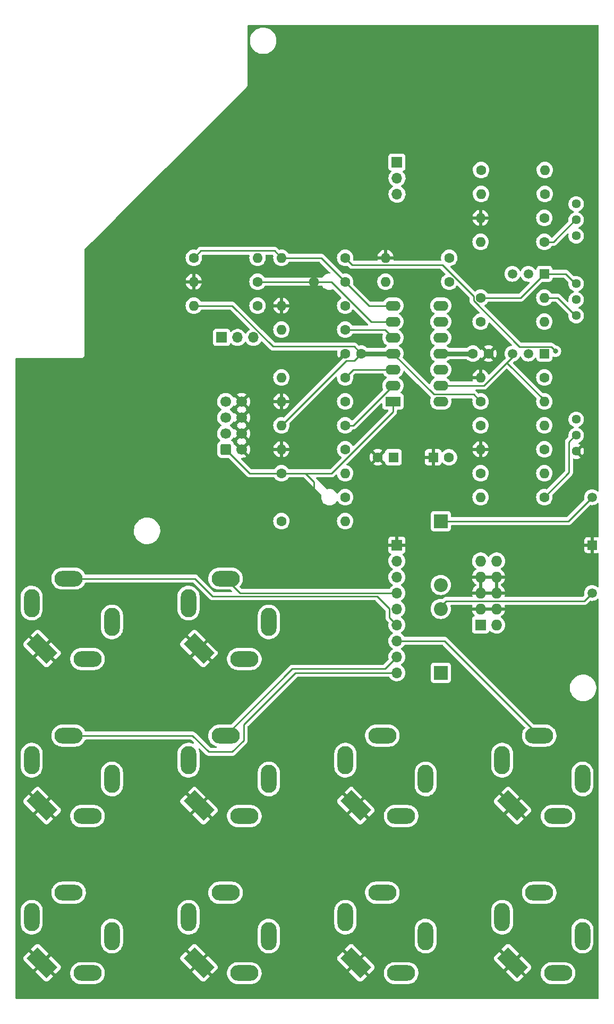
<source format=gbl>
G04 #@! TF.GenerationSoftware,KiCad,Pcbnew,6.0.5-a6ca702e91~116~ubuntu20.04.1*
G04 #@! TF.CreationDate,2022-06-19T13:50:02-04:00*
G04 #@! TF.ProjectId,herovco_back,6865726f-7663-46f5-9f62-61636b2e6b69,rev?*
G04 #@! TF.SameCoordinates,Original*
G04 #@! TF.FileFunction,Copper,L2,Bot*
G04 #@! TF.FilePolarity,Positive*
%FSLAX46Y46*%
G04 Gerber Fmt 4.6, Leading zero omitted, Abs format (unit mm)*
G04 Created by KiCad (PCBNEW 6.0.5-a6ca702e91~116~ubuntu20.04.1) date 2022-06-19 13:50:02*
%MOMM*%
%LPD*%
G01*
G04 APERTURE LIST*
G04 Aperture macros list*
%AMRoundRect*
0 Rectangle with rounded corners*
0 $1 Rounding radius*
0 $2 $3 $4 $5 $6 $7 $8 $9 X,Y pos of 4 corners*
0 Add a 4 corners polygon primitive as box body*
4,1,4,$2,$3,$4,$5,$6,$7,$8,$9,$2,$3,0*
0 Add four circle primitives for the rounded corners*
1,1,$1+$1,$2,$3*
1,1,$1+$1,$4,$5*
1,1,$1+$1,$6,$7*
1,1,$1+$1,$8,$9*
0 Add four rect primitives between the rounded corners*
20,1,$1+$1,$2,$3,$4,$5,0*
20,1,$1+$1,$4,$5,$6,$7,0*
20,1,$1+$1,$6,$7,$8,$9,0*
20,1,$1+$1,$8,$9,$2,$3,0*%
%AMRotRect*
0 Rectangle, with rotation*
0 The origin of the aperture is its center*
0 $1 length*
0 $2 width*
0 $3 Rotation angle, in degrees counterclockwise*
0 Add horizontal line*
21,1,$1,$2,0,0,$3*%
G04 Aperture macros list end*
G04 #@! TA.AperFunction,ComponentPad*
%ADD10C,1.500000*%
G04 #@! TD*
G04 #@! TA.AperFunction,ComponentPad*
%ADD11O,2.500000X4.500001*%
G04 #@! TD*
G04 #@! TA.AperFunction,ComponentPad*
%ADD12O,4.500001X2.500001*%
G04 #@! TD*
G04 #@! TA.AperFunction,ComponentPad*
%ADD13RotRect,4.500001X2.500001X315.000000*%
G04 #@! TD*
G04 #@! TA.AperFunction,ComponentPad*
%ADD14O,4.500000X2.500000*%
G04 #@! TD*
G04 #@! TA.AperFunction,ComponentPad*
%ADD15O,2.500000X4.500000*%
G04 #@! TD*
G04 #@! TA.AperFunction,ComponentPad*
%ADD16R,1.700000X1.700000*%
G04 #@! TD*
G04 #@! TA.AperFunction,ComponentPad*
%ADD17O,1.700000X1.700000*%
G04 #@! TD*
G04 #@! TA.AperFunction,ComponentPad*
%ADD18R,1.500000X1.500000*%
G04 #@! TD*
G04 #@! TA.AperFunction,ComponentPad*
%ADD19C,1.600000*%
G04 #@! TD*
G04 #@! TA.AperFunction,ComponentPad*
%ADD20O,1.600000X1.600000*%
G04 #@! TD*
G04 #@! TA.AperFunction,ComponentPad*
%ADD21C,1.440000*%
G04 #@! TD*
G04 #@! TA.AperFunction,ComponentPad*
%ADD22R,2.200000X2.200000*%
G04 #@! TD*
G04 #@! TA.AperFunction,ComponentPad*
%ADD23O,2.200000X2.200000*%
G04 #@! TD*
G04 #@! TA.AperFunction,ComponentPad*
%ADD24R,2.400000X1.600000*%
G04 #@! TD*
G04 #@! TA.AperFunction,ComponentPad*
%ADD25O,2.400000X1.600000*%
G04 #@! TD*
G04 #@! TA.AperFunction,ComponentPad*
%ADD26R,1.600000X1.600000*%
G04 #@! TD*
G04 #@! TA.AperFunction,ComponentPad*
%ADD27RoundRect,0.250000X-0.600000X-0.600000X0.600000X-0.600000X0.600000X0.600000X-0.600000X0.600000X0*%
G04 #@! TD*
G04 #@! TA.AperFunction,ComponentPad*
%ADD28C,1.700000*%
G04 #@! TD*
G04 #@! TA.AperFunction,ComponentPad*
%ADD29R,1.727200X1.727200*%
G04 #@! TD*
G04 #@! TA.AperFunction,ComponentPad*
%ADD30O,1.727200X1.727200*%
G04 #@! TD*
G04 #@! TA.AperFunction,ViaPad*
%ADD31C,0.800000*%
G04 #@! TD*
G04 #@! TA.AperFunction,Conductor*
%ADD32C,0.250000*%
G04 #@! TD*
G04 #@! TA.AperFunction,Conductor*
%ADD33C,0.750000*%
G04 #@! TD*
G04 APERTURE END LIST*
D10*
G04 #@! TO.P,TP7,1,1*
G04 #@! TO.N,Board_0-+12V_1*
X194240000Y-100650000D03*
G04 #@! TD*
G04 #@! TO.P,TP8,1,1*
G04 #@! TO.N,Board_0--12V_1*
X194240000Y-115890000D03*
G04 #@! TD*
D11*
G04 #@! TO.P,J27,R*
G04 #@! TO.N,N/C*
X167700000Y-170500000D03*
D12*
G04 #@! TO.P,J27,RN*
X163800000Y-176400000D03*
D13*
G04 #@! TO.P,J27,S*
G04 #@! TO.N,Board_0-GND1*
X156560000Y-174740000D03*
D14*
G04 #@! TO.P,J27,T*
G04 #@! TO.N,Board_0-SAW*
X160800000Y-163600000D03*
D15*
G04 #@! TO.P,J27,TN*
G04 #@! TO.N,N/C*
X154900000Y-167500000D03*
G04 #@! TD*
D11*
G04 #@! TO.P,J28,R*
G04 #@! TO.N,N/C*
X142700000Y-145500000D03*
D12*
G04 #@! TO.P,J28,RN*
X138800000Y-151400000D03*
D13*
G04 #@! TO.P,J28,S*
G04 #@! TO.N,Board_0-GND1*
X131560000Y-149740000D03*
D14*
G04 #@! TO.P,J28,T*
G04 #@! TO.N,Board_0-/Jacks\u002C power\u002C etc/V_OCT2_J*
X135800000Y-138600000D03*
D15*
G04 #@! TO.P,J28,TN*
G04 #@! TO.N,N/C*
X129900000Y-142500000D03*
G04 #@! TD*
D11*
G04 #@! TO.P,J20,R*
G04 #@! TO.N,N/C*
X117700000Y-120500000D03*
D12*
G04 #@! TO.P,J20,RN*
X113800000Y-126400000D03*
D13*
G04 #@! TO.P,J20,S*
G04 #@! TO.N,Board_0-GND1*
X106560000Y-124740000D03*
D14*
G04 #@! TO.P,J20,T*
G04 #@! TO.N,Board_0-/Jacks\u002C power\u002C etc/SYNC_J*
X110800000Y-113600000D03*
D15*
G04 #@! TO.P,J20,TN*
G04 #@! TO.N,N/C*
X104900000Y-117500000D03*
G04 #@! TD*
D11*
G04 #@! TO.P,J25,R*
G04 #@! TO.N,N/C*
X117700000Y-170500000D03*
D12*
G04 #@! TO.P,J25,RN*
X113800000Y-176400000D03*
D13*
G04 #@! TO.P,J25,S*
G04 #@! TO.N,Board_0-GND1*
X106560000Y-174740000D03*
D14*
G04 #@! TO.P,J25,T*
G04 #@! TO.N,Board_0-TRI*
X110800000Y-163600000D03*
D15*
G04 #@! TO.P,J25,TN*
G04 #@! TO.N,N/C*
X104900000Y-167500000D03*
G04 #@! TD*
D11*
G04 #@! TO.P,J26,R*
G04 #@! TO.N,N/C*
X192700000Y-170500000D03*
D12*
G04 #@! TO.P,J26,RN*
X188800000Y-176400000D03*
D13*
G04 #@! TO.P,J26,S*
G04 #@! TO.N,Board_0-GND1*
X181560000Y-174740000D03*
D14*
G04 #@! TO.P,J26,T*
G04 #@! TO.N,Board_0-PULSE*
X185800000Y-163600000D03*
D15*
G04 #@! TO.P,J26,TN*
G04 #@! TO.N,N/C*
X179900000Y-167500000D03*
G04 #@! TD*
D16*
G04 #@! TO.P,J10,1,Pin_1*
G04 #@! TO.N,Board_0-/Outputs and sin/TRIANGLE_OUT_S*
X163135000Y-47325000D03*
D17*
G04 #@! TO.P,J10,2,Pin_2*
G04 #@! TO.N,Board_0-/Outputs and sin/PULSE_OUT_S*
X163135000Y-49865000D03*
G04 #@! TO.P,J10,3,Pin_3*
G04 #@! TO.N,Board_0-/Outputs and sin/SAW_OUT_S*
X163135000Y-52405000D03*
G04 #@! TD*
D11*
G04 #@! TO.P,J21,R*
G04 #@! TO.N,N/C*
X167700000Y-145500000D03*
D12*
G04 #@! TO.P,J21,RN*
X163800000Y-151400000D03*
D13*
G04 #@! TO.P,J21,S*
G04 #@! TO.N,Board_0-GND1*
X156560000Y-149740000D03*
D14*
G04 #@! TO.P,J21,T*
G04 #@! TO.N,Board_0-/Jacks\u002C power\u002C etc/CV_IN_J*
X160800000Y-138600000D03*
D15*
G04 #@! TO.P,J21,TN*
G04 #@! TO.N,N/C*
X154900000Y-142500000D03*
G04 #@! TD*
D11*
G04 #@! TO.P,J22,R*
G04 #@! TO.N,N/C*
X117700000Y-145500000D03*
D12*
G04 #@! TO.P,J22,RN*
X113800000Y-151400000D03*
D13*
G04 #@! TO.P,J22,S*
G04 #@! TO.N,Board_0-GND1*
X106560000Y-149740000D03*
D14*
G04 #@! TO.P,J22,T*
G04 #@! TO.N,Board_0-/Jacks\u002C power\u002C etc/V_OCT_J*
X110800000Y-138600000D03*
D15*
G04 #@! TO.P,J22,TN*
G04 #@! TO.N,N/C*
X104900000Y-142500000D03*
G04 #@! TD*
D11*
G04 #@! TO.P,J24,R*
G04 #@! TO.N,N/C*
X142700000Y-170500000D03*
D12*
G04 #@! TO.P,J24,RN*
X138800000Y-176400000D03*
D13*
G04 #@! TO.P,J24,S*
G04 #@! TO.N,Board_0-GND1*
X131560000Y-174740000D03*
D14*
G04 #@! TO.P,J24,T*
G04 #@! TO.N,Board_0-/Jacks\u002C power\u002C etc/SIN*
X135800000Y-163600000D03*
D15*
G04 #@! TO.P,J24,TN*
G04 #@! TO.N,N/C*
X129900000Y-167500000D03*
G04 #@! TD*
D11*
G04 #@! TO.P,J19,R*
G04 #@! TO.N,N/C*
X192700000Y-145500000D03*
D12*
G04 #@! TO.P,J19,RN*
X188800000Y-151400000D03*
D13*
G04 #@! TO.P,J19,S*
G04 #@! TO.N,Board_0-GND1*
X181560000Y-149740000D03*
D14*
G04 #@! TO.P,J19,T*
G04 #@! TO.N,Board_0-/Jacks\u002C power\u002C etc/LIN_FM_IN_J*
X185800000Y-138600000D03*
D15*
G04 #@! TO.P,J19,TN*
G04 #@! TO.N,N/C*
X179900000Y-142500000D03*
G04 #@! TD*
D16*
G04 #@! TO.P,J11,1,Pin_1*
G04 #@! TO.N,Board_0-/LINK_OUT_FM_B*
X135185000Y-75225000D03*
D17*
G04 #@! TO.P,J11,2,Pin_2*
G04 #@! TO.N,Board_0-/LINK_OUT_PW_B*
X137725000Y-75225000D03*
G04 #@! TO.P,J11,3,Pin_3*
G04 #@! TO.N,Board_0-/LINK_OUT_CV_B*
X140265000Y-75225000D03*
G04 #@! TD*
D18*
G04 #@! TO.P,TP9,1,1*
G04 #@! TO.N,Board_0-GND1*
X194240000Y-108270000D03*
G04 #@! TD*
D16*
G04 #@! TO.P,J9,1,Pin_1*
G04 #@! TO.N,Board_0-GND1*
X163110000Y-108270000D03*
D17*
G04 #@! TO.P,J9,2,Pin_2*
G04 #@! TO.N,Board_0--12V_1*
X163110000Y-110810000D03*
G04 #@! TO.P,J9,3,Pin_3*
G04 #@! TO.N,Board_0-+12V_1*
X163110000Y-113350000D03*
G04 #@! TO.P,J9,4,Pin_4*
G04 #@! TO.N,Board_0-/Jacks\u002C power\u002C etc/PWMIN_J*
X163110000Y-115890000D03*
G04 #@! TO.P,J9,5,Pin_5*
G04 #@! TO.N,Board_0-/Jacks\u002C power\u002C etc/CV_IN_J*
X163110000Y-118430000D03*
G04 #@! TO.P,J9,6,Pin_6*
G04 #@! TO.N,Board_0-/Jacks\u002C power\u002C etc/SYNC_J*
X163110000Y-120970000D03*
G04 #@! TO.P,J9,7,Pin_7*
G04 #@! TO.N,Board_0-/Jacks\u002C power\u002C etc/LIN_FM_IN_J*
X163110000Y-123510000D03*
G04 #@! TO.P,J9,8,Pin_8*
G04 #@! TO.N,Board_0-/Jacks\u002C power\u002C etc/V_OCT2_J*
X163110000Y-126050000D03*
G04 #@! TO.P,J9,9,Pin_9*
G04 #@! TO.N,Board_0-/Jacks\u002C power\u002C etc/V_OCT_J*
X163110000Y-128590000D03*
G04 #@! TD*
D11*
G04 #@! TO.P,J18,R*
G04 #@! TO.N,N/C*
X142700000Y-120500000D03*
D12*
G04 #@! TO.P,J18,RN*
X138800000Y-126400000D03*
D13*
G04 #@! TO.P,J18,S*
G04 #@! TO.N,Board_0-GND1*
X131560000Y-124740000D03*
D14*
G04 #@! TO.P,J18,T*
G04 #@! TO.N,Board_0-/Jacks\u002C power\u002C etc/PWMIN_J*
X135800000Y-113600000D03*
D15*
G04 #@! TO.P,J18,TN*
G04 #@! TO.N,N/C*
X129900000Y-117500000D03*
G04 #@! TD*
D19*
G04 #@! TO.P,R60,1*
G04 #@! TO.N,Board_0-Net-(C18-Pad2)*
X154870000Y-93030000D03*
D20*
G04 #@! TO.P,R60,2*
G04 #@! TO.N,Board_0-GND1*
X144710000Y-93030000D03*
G04 #@! TD*
D19*
G04 #@! TO.P,R61,1*
G04 #@! TO.N,Board_0-Net-(C19-Pad2)*
X140900000Y-66360000D03*
D20*
G04 #@! TO.P,R61,2*
G04 #@! TO.N,Board_0-GND1*
X130740000Y-66360000D03*
G04 #@! TD*
D18*
G04 #@! TO.P,Q1,1,E*
G04 #@! TO.N,Board_0-Net-(Q1-Pad1)*
X186620000Y-77790000D03*
D10*
G04 #@! TO.P,Q1,2,B*
G04 #@! TO.N,Board_0-Net-(Q1-Pad2)*
X184080000Y-77790000D03*
G04 #@! TO.P,Q1,3,C*
G04 #@! TO.N,Board_0-Net-(Q1-Pad3)*
X181540000Y-77790000D03*
G04 #@! TD*
D21*
G04 #@! TO.P,RV10,1,1*
G04 #@! TO.N,Board_0-Net-(Q1-Pad2)*
X191700000Y-59050000D03*
G04 #@! TO.P,RV10,2,2*
G04 #@! TO.N,Board_0-Net-(R42-Pad1)*
X191700000Y-56510000D03*
G04 #@! TO.P,RV10,3,3*
X191700000Y-53970000D03*
G04 #@! TD*
D22*
G04 #@! TO.P,D3,1,K*
G04 #@! TO.N,Board_0-+12V_1*
X170110000Y-104460000D03*
D23*
G04 #@! TO.P,D3,2,A*
G04 #@! TO.N,Board_0-/Jacks\u002C power\u002C etc/+12V_IN*
X170110000Y-114620000D03*
G04 #@! TD*
D19*
G04 #@! TO.P,R52,1*
G04 #@! TO.N,Board_0-Net-(R52-Pad1)*
X154870000Y-81600000D03*
D20*
G04 #@! TO.P,R52,2*
G04 #@! TO.N,Board_0-/Outputs and sin/SAW_OUT_S*
X144710000Y-81600000D03*
G04 #@! TD*
D19*
G04 #@! TO.P,R44,1*
G04 #@! TO.N,Board_0-+12V_1*
X176460000Y-85410000D03*
D20*
G04 #@! TO.P,R44,2*
G04 #@! TO.N,Board_0-Net-(Q1-Pad3)*
X186620000Y-85410000D03*
G04 #@! TD*
D19*
G04 #@! TO.P,R49,1*
G04 #@! TO.N,Board_0-Net-(Q2-Pad3)*
X186620000Y-93030000D03*
D20*
G04 #@! TO.P,R49,2*
G04 #@! TO.N,Board_0-GND1*
X176460000Y-93030000D03*
G04 #@! TD*
D24*
G04 #@! TO.P,U7,1*
G04 #@! TO.N,Board_0-/Outputs and sin/LINK_OUT_SAW*
X162490000Y-85410000D03*
D25*
G04 #@! TO.P,U7,2,-*
G04 #@! TO.N,Board_0-Net-(C18-Pad2)*
X162490000Y-82870000D03*
G04 #@! TO.P,U7,3,+*
G04 #@! TO.N,Board_0-Net-(R52-Pad1)*
X162490000Y-80330000D03*
G04 #@! TO.P,U7,4,V+*
G04 #@! TO.N,Board_0-+12V_1*
X162490000Y-77790000D03*
G04 #@! TO.P,U7,5,+*
G04 #@! TO.N,Board_0-Net-(R53-Pad1)*
X162490000Y-75250000D03*
G04 #@! TO.P,U7,6,-*
G04 #@! TO.N,Board_0-Net-(C19-Pad2)*
X162490000Y-72710000D03*
G04 #@! TO.P,U7,7*
G04 #@! TO.N,Board_0-Net-(C19-Pad1)*
X162490000Y-70170000D03*
G04 #@! TO.P,U7,8*
G04 #@! TO.N,Board_0-TRI_RAW*
X170110000Y-70170000D03*
G04 #@! TO.P,U7,9,-*
G04 #@! TO.N,Board_0-Net-(R56-Pad1)*
X170110000Y-72710000D03*
G04 #@! TO.P,U7,10,+*
G04 #@! TO.N,Board_0-/Outputs and sin/TRIANGLE_OUT_S*
X170110000Y-75250000D03*
G04 #@! TO.P,U7,11,V-*
G04 #@! TO.N,Board_0--12V_1*
X170110000Y-77790000D03*
G04 #@! TO.P,U7,12,+*
G04 #@! TO.N,Board_0-Net-(Q2-Pad3)*
X170110000Y-80330000D03*
G04 #@! TO.P,U7,13,-*
G04 #@! TO.N,Board_0-Net-(Q1-Pad3)*
X170110000Y-82870000D03*
G04 #@! TO.P,U7,14*
G04 #@! TO.N,Board_0-Net-(R50-Pad1)*
X170110000Y-85410000D03*
G04 #@! TD*
D26*
G04 #@! TO.P,C15,1*
G04 #@! TO.N,Board_0-GND1*
X168920000Y-94300000D03*
D19*
G04 #@! TO.P,C15,2*
G04 #@! TO.N,Board_0--12V_1*
X171420000Y-94300000D03*
G04 #@! TD*
D21*
G04 #@! TO.P,RV12,1,1*
G04 #@! TO.N,Board_0-GND1*
X191700000Y-93340000D03*
G04 #@! TO.P,RV12,2,2*
G04 #@! TO.N,Board_0-/Jacks\u002C power\u002C etc/SIN*
X191700000Y-90800000D03*
G04 #@! TO.P,RV12,3,3*
X191700000Y-88260000D03*
G04 #@! TD*
D19*
G04 #@! TO.P,R51,1*
G04 #@! TO.N,Board_0-/Jacks\u002C power\u002C etc/SIN*
X186620000Y-100650000D03*
D20*
G04 #@! TO.P,R51,2*
G04 #@! TO.N,Board_0-Net-(R50-Pad1)*
X176460000Y-100650000D03*
G04 #@! TD*
D19*
G04 #@! TO.P,R64,1*
G04 #@! TO.N,Board_0-Net-(C19-Pad1)*
X130740000Y-62550000D03*
D20*
G04 #@! TO.P,R64,2*
G04 #@! TO.N,Board_0-Net-(C19-Pad2)*
X140900000Y-62550000D03*
G04 #@! TD*
D22*
G04 #@! TO.P,D4,1,K*
G04 #@! TO.N,Board_0-/Jacks\u002C power\u002C etc/-12V_IN*
X170110000Y-128590000D03*
D23*
G04 #@! TO.P,D4,2,A*
G04 #@! TO.N,Board_0--12V_1*
X170110000Y-118430000D03*
G04 #@! TD*
D18*
G04 #@! TO.P,Q2,1,E*
G04 #@! TO.N,Board_0-Net-(Q2-Pad1)*
X186620000Y-65090000D03*
D10*
G04 #@! TO.P,Q2,2,B*
G04 #@! TO.N,Board_0-Net-(Q2-Pad2)*
X184080000Y-65090000D03*
G04 #@! TO.P,Q2,3,C*
G04 #@! TO.N,Board_0-Net-(Q2-Pad3)*
X181540000Y-65090000D03*
G04 #@! TD*
D19*
G04 #@! TO.P,R59,1*
G04 #@! TO.N,Board_0-Net-(R56-Pad1)*
X171460000Y-62550000D03*
D20*
G04 #@! TO.P,R59,2*
G04 #@! TO.N,Board_0-GND1*
X161300000Y-62550000D03*
G04 #@! TD*
D19*
G04 #@! TO.P,R45,1*
G04 #@! TO.N,Board_0-Net-(Q2-Pad1)*
X176460000Y-68900000D03*
D20*
G04 #@! TO.P,R45,2*
G04 #@! TO.N,Board_0-Net-(Q1-Pad1)*
X186620000Y-68900000D03*
G04 #@! TD*
D19*
G04 #@! TO.P,R67,1*
G04 #@! TO.N,Board_0-PULSE*
X154870000Y-62550000D03*
D20*
G04 #@! TO.P,R67,2*
G04 #@! TO.N,Board_0-Net-(C19-Pad1)*
X144710000Y-62550000D03*
G04 #@! TD*
D27*
G04 #@! TO.P,J17,1,Pin_1*
G04 #@! TO.N,Board_0-/Outputs and sin/LINK_OUT_SAW*
X135820000Y-93030000D03*
D28*
G04 #@! TO.P,J17,2,Pin_2*
G04 #@! TO.N,Board_0-GND1*
X138360000Y-93030000D03*
G04 #@! TO.P,J17,3,Pin_3*
G04 #@! TO.N,Board_0-/LINK_OUT_FM_B*
X135820000Y-90490000D03*
G04 #@! TO.P,J17,4,Pin_4*
G04 #@! TO.N,Board_0-GND1*
X138360000Y-90490000D03*
G04 #@! TO.P,J17,5,Pin_5*
G04 #@! TO.N,Board_0-/LINK_OUT_PW_B*
X135820000Y-87950000D03*
G04 #@! TO.P,J17,6,Pin_6*
G04 #@! TO.N,Board_0-GND1*
X138360000Y-87950000D03*
G04 #@! TO.P,J17,7,Pin_7*
G04 #@! TO.N,Board_0-/LINK_OUT_CV_B*
X135820000Y-85410000D03*
G04 #@! TO.P,J17,8,Pin_8*
G04 #@! TO.N,Board_0-GND1*
X138360000Y-85410000D03*
G04 #@! TD*
D19*
G04 #@! TO.P,C19,1*
G04 #@! TO.N,Board_0-Net-(C19-Pad1)*
X154870000Y-66360000D03*
G04 #@! TO.P,C19,2*
G04 #@! TO.N,Board_0-Net-(C19-Pad2)*
X149870000Y-66360000D03*
G04 #@! TD*
G04 #@! TO.P,R50,1*
G04 #@! TO.N,Board_0-Net-(R50-Pad1)*
X176460000Y-96840000D03*
D20*
G04 #@! TO.P,R50,2*
G04 #@! TO.N,Board_0-Net-(Q1-Pad3)*
X186620000Y-96840000D03*
G04 #@! TD*
D19*
G04 #@! TO.P,C18,1*
G04 #@! TO.N,Board_0-/Outputs and sin/LINK_OUT_SAW*
X149910000Y-100650000D03*
G04 #@! TO.P,C18,2*
G04 #@! TO.N,Board_0-Net-(C18-Pad2)*
X154910000Y-100650000D03*
G04 #@! TD*
G04 #@! TO.P,R56,1*
G04 #@! TO.N,Board_0-Net-(R56-Pad1)*
X171460000Y-66360000D03*
D20*
G04 #@! TO.P,R56,2*
G04 #@! TO.N,Board_0-+12V_1*
X161300000Y-66360000D03*
G04 #@! TD*
D21*
G04 #@! TO.P,RV11,1,1*
G04 #@! TO.N,Board_0-Net-(Q1-Pad1)*
X191700000Y-71750000D03*
G04 #@! TO.P,RV11,2,2*
G04 #@! TO.N,Board_0-Net-(R47-Pad2)*
X191700000Y-69210000D03*
G04 #@! TO.P,RV11,3,3*
G04 #@! TO.N,Board_0-Net-(Q2-Pad1)*
X191700000Y-66670000D03*
G04 #@! TD*
D19*
G04 #@! TO.P,R65,1*
G04 #@! TO.N,Board_0-TRI*
X176540000Y-48580000D03*
D20*
G04 #@! TO.P,R65,2*
G04 #@! TO.N,Board_0-TRI_RAW*
X186700000Y-48580000D03*
G04 #@! TD*
D19*
G04 #@! TO.P,R54,1*
G04 #@! TO.N,Board_0-Net-(R52-Pad1)*
X154870000Y-85410000D03*
D20*
G04 #@! TO.P,R54,2*
G04 #@! TO.N,Board_0-GND1*
X144710000Y-85410000D03*
G04 #@! TD*
D19*
G04 #@! TO.P,R57,1*
G04 #@! TO.N,Board_0-Net-(C18-Pad2)*
X154870000Y-89220000D03*
D20*
G04 #@! TO.P,R57,2*
G04 #@! TO.N,Board_0-+12V_1*
X144710000Y-89220000D03*
G04 #@! TD*
D29*
G04 #@! TO.P,J23,1,-12V*
G04 #@! TO.N,Board_0-/Jacks\u002C power\u002C etc/-12V_IN*
X176460000Y-120970000D03*
D30*
G04 #@! TO.P,J23,2,-12V*
X179000000Y-120970000D03*
G04 #@! TO.P,J23,3,GND*
G04 #@! TO.N,Board_0-GND1*
X176460000Y-118430000D03*
G04 #@! TO.P,J23,4,GND*
X179000000Y-118430000D03*
G04 #@! TO.P,J23,5,GND*
X176460000Y-115890000D03*
G04 #@! TO.P,J23,6,GND*
X179000000Y-115890000D03*
G04 #@! TO.P,J23,7,GND*
X176460000Y-113350000D03*
G04 #@! TO.P,J23,8,GND*
X179000000Y-113350000D03*
G04 #@! TO.P,J23,9,+12V*
G04 #@! TO.N,Board_0-/Jacks\u002C power\u002C etc/+12V_IN*
X176460000Y-110810000D03*
G04 #@! TO.P,J23,10,+12V*
X179000000Y-110810000D03*
G04 #@! TD*
D19*
G04 #@! TO.P,R63,1*
G04 #@! TO.N,Board_0-/Outputs and sin/LINK_OUT_SAW*
X144710000Y-96840000D03*
D20*
G04 #@! TO.P,R63,2*
G04 #@! TO.N,Board_0-Net-(C18-Pad2)*
X154870000Y-96840000D03*
G04 #@! TD*
D19*
G04 #@! TO.P,R62,1*
G04 #@! TO.N,Board_0-TRI_RAW*
X186700000Y-52390000D03*
D20*
G04 #@! TO.P,R62,2*
G04 #@! TO.N,Board_0-Net-(R56-Pad1)*
X176540000Y-52390000D03*
G04 #@! TD*
D19*
G04 #@! TO.P,R43,1*
G04 #@! TO.N,Board_0-Net-(Q1-Pad2)*
X186620000Y-81600000D03*
D20*
G04 #@! TO.P,R43,2*
G04 #@! TO.N,Board_0-GND1*
X176460000Y-81600000D03*
G04 #@! TD*
D19*
G04 #@! TO.P,R47,1*
G04 #@! TO.N,Board_0--12V_1*
X176460000Y-72710000D03*
D20*
G04 #@! TO.P,R47,2*
G04 #@! TO.N,Board_0-Net-(R47-Pad2)*
X186620000Y-72710000D03*
G04 #@! TD*
D19*
G04 #@! TO.P,R55,1*
G04 #@! TO.N,Board_0-Net-(R53-Pad1)*
X154870000Y-70170000D03*
D20*
G04 #@! TO.P,R55,2*
G04 #@! TO.N,Board_0-GND1*
X144710000Y-70170000D03*
G04 #@! TD*
D19*
G04 #@! TO.P,C17,1*
G04 #@! TO.N,Board_0-GND1*
X177730000Y-77790000D03*
G04 #@! TO.P,C17,2*
G04 #@! TO.N,Board_0--12V_1*
X175230000Y-77790000D03*
G04 #@! TD*
G04 #@! TO.P,R58,1*
G04 #@! TO.N,Board_0-Net-(C19-Pad2)*
X140900000Y-70170000D03*
D20*
G04 #@! TO.P,R58,2*
G04 #@! TO.N,Board_0-+12V_1*
X130740000Y-70170000D03*
G04 #@! TD*
D19*
G04 #@! TO.P,R48,1*
G04 #@! TO.N,Board_0-Net-(Q2-Pad2)*
X186620000Y-56200000D03*
D20*
G04 #@! TO.P,R48,2*
G04 #@! TO.N,Board_0-GND1*
X176460000Y-56200000D03*
G04 #@! TD*
D19*
G04 #@! TO.P,R42,1*
G04 #@! TO.N,Board_0-Net-(R42-Pad1)*
X186620000Y-60010000D03*
D20*
G04 #@! TO.P,R42,2*
G04 #@! TO.N,Board_0-TRI_RAW*
X176460000Y-60010000D03*
G04 #@! TD*
D19*
G04 #@! TO.P,R66,1*
G04 #@! TO.N,Board_0-SAW*
X144710000Y-104460000D03*
D20*
G04 #@! TO.P,R66,2*
G04 #@! TO.N,Board_0-/Outputs and sin/LINK_OUT_SAW*
X154870000Y-104460000D03*
G04 #@! TD*
D26*
G04 #@! TO.P,C14,1*
G04 #@! TO.N,Board_0-+12V_1*
X162570000Y-94300000D03*
D19*
G04 #@! TO.P,C14,2*
G04 #@! TO.N,Board_0-GND1*
X160070000Y-94300000D03*
G04 #@! TD*
G04 #@! TO.P,R53,1*
G04 #@! TO.N,Board_0-Net-(R53-Pad1)*
X154870000Y-73980000D03*
D20*
G04 #@! TO.P,R53,2*
G04 #@! TO.N,Board_0-/Outputs and sin/PULSE_OUT_S*
X144710000Y-73980000D03*
G04 #@! TD*
D19*
G04 #@! TO.P,C16,1*
G04 #@! TO.N,Board_0-+12V_1*
X157410000Y-77790000D03*
G04 #@! TO.P,C16,2*
G04 #@! TO.N,Board_0-GND1*
X154910000Y-77790000D03*
G04 #@! TD*
G04 #@! TO.P,R46,1*
G04 #@! TO.N,Board_0-+12V_1*
X176460000Y-89220000D03*
D20*
G04 #@! TO.P,R46,2*
G04 #@! TO.N,Board_0-Net-(Q2-Pad3)*
X186620000Y-89220000D03*
G04 #@! TD*
D31*
G04 #@! TO.N,Board_0-PULSE*
X188398000Y-77409000D03*
G04 #@! TD*
D32*
G04 #@! TO.N,Board_0-+12V_1*
X168984990Y-84284990D02*
X162490000Y-77790000D01*
X175334990Y-84284990D02*
X168984990Y-84284990D01*
X176460000Y-85410000D02*
X175334990Y-84284990D01*
D33*
X162490000Y-77790000D02*
X157410000Y-77790000D01*
D32*
X155014999Y-78915001D02*
X144710000Y-89220000D01*
X156284999Y-78915001D02*
X155014999Y-78915001D01*
X157410000Y-77790000D02*
X156284999Y-78915001D01*
X156285489Y-76665489D02*
X143366499Y-76665489D01*
X136871010Y-70170000D02*
X130740000Y-70170000D01*
X190430000Y-104460000D02*
X194240000Y-100650000D01*
X170110000Y-104460000D02*
X190430000Y-104460000D01*
X157410000Y-77790000D02*
X156285489Y-76665489D01*
X143366499Y-76665489D02*
X136871010Y-70170000D01*
D33*
G04 #@! TO.N,Board_0--12V_1*
X170110000Y-77790000D02*
X175230000Y-77790000D01*
D32*
X170969756Y-117160000D02*
X192970000Y-117160000D01*
X170110000Y-118019756D02*
X170969756Y-117160000D01*
X192970000Y-117160000D02*
X194240000Y-115890000D01*
G04 #@! TO.N,Board_0-/Jacks\u002C power\u002C etc/LIN_FM_IN_J*
X163110000Y-123510000D02*
X170710000Y-123510000D01*
X170710000Y-123510000D02*
X185800000Y-138600000D01*
G04 #@! TO.N,Board_0-/Jacks\u002C power\u002C etc/PWMIN_J*
X138090000Y-115890000D02*
X135800000Y-113600000D01*
X163110000Y-115890000D02*
X138090000Y-115890000D01*
G04 #@! TO.N,Board_0-/Jacks\u002C power\u002C etc/SIN*
X186620000Y-100650000D02*
X190535489Y-96734511D01*
X190535489Y-96734511D02*
X190535489Y-91844511D01*
X190535489Y-91844511D02*
X191580000Y-90800000D01*
G04 #@! TO.N,Board_0-/Jacks\u002C power\u002C etc/SYNC_J*
X130943000Y-113600000D02*
X110800000Y-113600000D01*
X163110000Y-120970000D02*
X161935489Y-119795489D01*
X161935489Y-118383489D02*
X159950000Y-116398000D01*
X159950000Y-116398000D02*
X133741000Y-116398000D01*
X161935489Y-119795489D02*
X161935489Y-118383489D01*
X133741000Y-116398000D02*
X130943000Y-113600000D01*
G04 #@! TO.N,Board_0-/Jacks\u002C power\u002C etc/V_OCT2_J*
X146445000Y-127955000D02*
X161205000Y-127955000D01*
X135800000Y-138600000D02*
X146445000Y-127955000D01*
X161205000Y-127955000D02*
X163110000Y-126050000D01*
G04 #@! TO.N,Board_0-/Jacks\u002C power\u002C etc/V_OCT_J*
X146949000Y-128590000D02*
X138694000Y-136845000D01*
X133117511Y-141174511D02*
X130543000Y-138600000D01*
X138694000Y-139346909D02*
X136866398Y-141174511D01*
X138694000Y-136845000D02*
X138694000Y-139346909D01*
X136866398Y-141174511D02*
X133117511Y-141174511D01*
X163110000Y-128590000D02*
X146949000Y-128590000D01*
X130543000Y-138600000D02*
X110800000Y-138600000D01*
G04 #@! TO.N,Board_0-/Outputs and sin/LINK_OUT_SAW*
X144710000Y-96840000D02*
X148520000Y-96840000D01*
X152725002Y-96840000D02*
X148520000Y-96840000D01*
X162490000Y-87075002D02*
X152725002Y-96840000D01*
X162490000Y-85410000D02*
X162490000Y-87075002D01*
X139630000Y-96840000D02*
X144710000Y-96840000D01*
X135820000Y-93030000D02*
X139630000Y-96840000D01*
X148520000Y-96840000D02*
X149910000Y-98230000D01*
X149910000Y-98230000D02*
X149910000Y-100650000D01*
G04 #@! TO.N,Board_0-Net-(C18-Pad2)*
X156140000Y-89220000D02*
X162490000Y-82870000D01*
X154870000Y-89220000D02*
X156140000Y-89220000D01*
G04 #@! TO.N,Board_0-Net-(C19-Pad1)*
X131864511Y-61425489D02*
X143585489Y-61425489D01*
X143585489Y-61425489D02*
X144710000Y-62550000D01*
X130740000Y-62550000D02*
X131864511Y-61425489D01*
X154870000Y-66360000D02*
X158680000Y-70170000D01*
X144710000Y-62550000D02*
X151060000Y-62550000D01*
X158680000Y-70170000D02*
X162490000Y-70170000D01*
X151060000Y-62550000D02*
X154870000Y-66360000D01*
G04 #@! TO.N,Board_0-Net-(C19-Pad2)*
X140900000Y-66360000D02*
X149870000Y-66360000D01*
X152650300Y-66360000D02*
X159000300Y-72710000D01*
X159000300Y-72710000D02*
X162490000Y-72710000D01*
X149870000Y-66360000D02*
X152650300Y-66360000D01*
G04 #@! TO.N,Board_0-Net-(Q1-Pad1)*
X188730000Y-68900000D02*
X191580000Y-71750000D01*
X186620000Y-68900000D02*
X188730000Y-68900000D01*
G04 #@! TO.N,Board_0-Net-(Q1-Pad3)*
X180655000Y-79231000D02*
X186620000Y-85196000D01*
X177016000Y-82870000D02*
X181540000Y-78346000D01*
X170110000Y-82870000D02*
X177016000Y-82870000D01*
G04 #@! TO.N,Board_0-Net-(Q2-Pad1)*
X182810000Y-68900000D02*
X186620000Y-65090000D01*
X176460000Y-68900000D02*
X182810000Y-68900000D01*
X186620000Y-65090000D02*
X190000000Y-65090000D01*
X190000000Y-65090000D02*
X191580000Y-66670000D01*
G04 #@! TO.N,Board_0-Net-(R42-Pad1)*
X188080000Y-60010000D02*
X191580000Y-56510000D01*
X186620000Y-60010000D02*
X188080000Y-60010000D01*
G04 #@! TO.N,Board_0-Net-(R52-Pad1)*
X156140000Y-80330000D02*
X162490000Y-80330000D01*
X154870000Y-81600000D02*
X156140000Y-80330000D01*
G04 #@! TO.N,Board_0-Net-(R53-Pad1)*
X161220000Y-73980000D02*
X162490000Y-75250000D01*
X154870000Y-73980000D02*
X161220000Y-73980000D01*
G04 #@! TO.N,Board_0-PULSE*
X175335489Y-69365789D02*
X182685189Y-76715489D01*
X170364811Y-63674511D02*
X175335489Y-68645189D01*
X155994511Y-63674511D02*
X170364811Y-63674511D01*
X182685189Y-76715489D02*
X187704489Y-76715489D01*
X154870000Y-62550000D02*
X155994511Y-63674511D01*
X175335489Y-68645189D02*
X175335489Y-69365789D01*
X187704489Y-76715489D02*
X188398000Y-77409000D01*
G04 #@! TD*
G04 #@! TA.AperFunction,Conductor*
G04 #@! TO.N,Board_0-GND1*
G36*
X195234121Y-25528002D02*
G01*
X195280614Y-25581658D01*
X195292000Y-25634000D01*
X195292000Y-99618023D01*
X195271998Y-99686144D01*
X195218342Y-99732637D01*
X195148068Y-99742741D01*
X195083488Y-99713247D01*
X195076905Y-99707118D01*
X195052038Y-99682251D01*
X194997128Y-99643802D01*
X194960311Y-99618023D01*
X194871654Y-99555944D01*
X194672076Y-99462880D01*
X194459371Y-99405885D01*
X194240000Y-99386693D01*
X194020629Y-99405885D01*
X193807924Y-99462880D01*
X193714562Y-99506415D01*
X193613334Y-99553618D01*
X193613329Y-99553621D01*
X193608347Y-99555944D01*
X193603840Y-99559100D01*
X193603838Y-99559101D01*
X193432473Y-99679092D01*
X193432470Y-99679094D01*
X193427962Y-99682251D01*
X193272251Y-99837962D01*
X193145944Y-100018347D01*
X193143621Y-100023329D01*
X193143618Y-100023334D01*
X193096415Y-100124562D01*
X193052880Y-100217924D01*
X192995885Y-100430629D01*
X192976693Y-100650000D01*
X192995885Y-100869371D01*
X192999645Y-100883402D01*
X193004284Y-100900717D01*
X193002594Y-100971694D01*
X192971672Y-101022423D01*
X190204500Y-103789595D01*
X190142188Y-103823621D01*
X190115405Y-103826500D01*
X171844500Y-103826500D01*
X171776379Y-103806498D01*
X171729886Y-103752842D01*
X171718500Y-103700500D01*
X171718500Y-103311866D01*
X171711745Y-103249684D01*
X171660615Y-103113295D01*
X171573261Y-102996739D01*
X171456705Y-102909385D01*
X171320316Y-102858255D01*
X171258134Y-102851500D01*
X168961866Y-102851500D01*
X168899684Y-102858255D01*
X168763295Y-102909385D01*
X168646739Y-102996739D01*
X168559385Y-103113295D01*
X168508255Y-103249684D01*
X168501500Y-103311866D01*
X168501500Y-105608134D01*
X168508255Y-105670316D01*
X168559385Y-105806705D01*
X168646739Y-105923261D01*
X168763295Y-106010615D01*
X168899684Y-106061745D01*
X168961866Y-106068500D01*
X171258134Y-106068500D01*
X171320316Y-106061745D01*
X171456705Y-106010615D01*
X171573261Y-105923261D01*
X171660615Y-105806705D01*
X171711745Y-105670316D01*
X171718500Y-105608134D01*
X171718500Y-105219500D01*
X171738502Y-105151379D01*
X171792158Y-105104886D01*
X171844500Y-105093500D01*
X190351233Y-105093500D01*
X190362416Y-105094027D01*
X190369909Y-105095702D01*
X190377835Y-105095453D01*
X190377836Y-105095453D01*
X190437986Y-105093562D01*
X190441945Y-105093500D01*
X190469856Y-105093500D01*
X190473791Y-105093003D01*
X190473856Y-105092995D01*
X190485693Y-105092062D01*
X190517951Y-105091048D01*
X190521970Y-105090922D01*
X190529889Y-105090673D01*
X190549343Y-105085021D01*
X190568700Y-105081013D01*
X190580930Y-105079468D01*
X190580931Y-105079468D01*
X190588797Y-105078474D01*
X190596168Y-105075555D01*
X190596170Y-105075555D01*
X190629912Y-105062196D01*
X190641142Y-105058351D01*
X190675983Y-105048229D01*
X190675984Y-105048229D01*
X190683593Y-105046018D01*
X190690412Y-105041985D01*
X190690417Y-105041983D01*
X190701028Y-105035707D01*
X190718776Y-105027012D01*
X190737617Y-105019552D01*
X190773387Y-104993564D01*
X190783307Y-104987048D01*
X190814535Y-104968580D01*
X190814538Y-104968578D01*
X190821362Y-104964542D01*
X190835683Y-104950221D01*
X190850717Y-104937380D01*
X190860694Y-104930131D01*
X190867107Y-104925472D01*
X190895298Y-104891395D01*
X190903288Y-104882616D01*
X193867576Y-101918328D01*
X193929888Y-101884302D01*
X193989281Y-101885716D01*
X194015312Y-101892691D01*
X194015319Y-101892692D01*
X194020629Y-101894115D01*
X194240000Y-101913307D01*
X194459371Y-101894115D01*
X194672076Y-101837120D01*
X194871654Y-101744056D01*
X194992616Y-101659357D01*
X195047527Y-101620908D01*
X195047529Y-101620906D01*
X195052038Y-101617749D01*
X195076905Y-101592882D01*
X195139217Y-101558856D01*
X195210032Y-101563921D01*
X195266868Y-101606468D01*
X195291679Y-101672988D01*
X195292000Y-101681977D01*
X195292000Y-106908850D01*
X195271998Y-106976971D01*
X195218342Y-107023464D01*
X195148068Y-107033568D01*
X195121769Y-107026831D01*
X195107609Y-107021523D01*
X195092351Y-107017895D01*
X195041486Y-107012369D01*
X195034672Y-107012000D01*
X194512115Y-107012000D01*
X194496876Y-107016475D01*
X194495671Y-107017865D01*
X194494000Y-107025548D01*
X194494000Y-109509884D01*
X194498475Y-109525123D01*
X194499865Y-109526328D01*
X194507548Y-109527999D01*
X195034669Y-109527999D01*
X195041490Y-109527629D01*
X195092352Y-109522105D01*
X195107607Y-109518478D01*
X195121769Y-109513169D01*
X195192576Y-109507985D01*
X195254945Y-109541905D01*
X195289075Y-109604159D01*
X195292000Y-109631150D01*
X195292000Y-114858023D01*
X195271998Y-114926144D01*
X195218342Y-114972637D01*
X195148068Y-114982741D01*
X195083488Y-114953247D01*
X195076905Y-114947118D01*
X195052038Y-114922251D01*
X195024587Y-114903029D01*
X194889887Y-114808711D01*
X194871654Y-114795944D01*
X194672076Y-114702880D01*
X194459371Y-114645885D01*
X194240000Y-114626693D01*
X194020629Y-114645885D01*
X193807924Y-114702880D01*
X193727271Y-114740489D01*
X193613334Y-114793618D01*
X193613329Y-114793621D01*
X193608347Y-114795944D01*
X193603840Y-114799100D01*
X193603838Y-114799101D01*
X193432473Y-114919092D01*
X193432470Y-114919094D01*
X193427962Y-114922251D01*
X193272251Y-115077962D01*
X193269094Y-115082470D01*
X193269092Y-115082473D01*
X193149101Y-115253838D01*
X193145944Y-115258347D01*
X193143621Y-115263329D01*
X193143618Y-115263334D01*
X193120780Y-115312311D01*
X193052880Y-115457924D01*
X192995885Y-115670629D01*
X192976693Y-115890000D01*
X192995885Y-116109371D01*
X192997309Y-116114685D01*
X193004284Y-116140717D01*
X193002594Y-116211694D01*
X192971672Y-116262423D01*
X192744500Y-116489595D01*
X192682188Y-116523621D01*
X192655405Y-116526500D01*
X180410170Y-116526500D01*
X180342049Y-116506498D01*
X180295556Y-116452842D01*
X180285452Y-116382568D01*
X180289611Y-116363872D01*
X180343716Y-116185791D01*
X180345893Y-116175721D01*
X180347705Y-116161960D01*
X180345493Y-116147778D01*
X180332336Y-116144000D01*
X179272115Y-116144000D01*
X179256876Y-116148475D01*
X179255671Y-116149865D01*
X179254000Y-116157548D01*
X179254000Y-116400500D01*
X179233998Y-116468621D01*
X179180342Y-116515114D01*
X179128000Y-116526500D01*
X178872000Y-116526500D01*
X178803879Y-116506498D01*
X178757386Y-116452842D01*
X178746000Y-116400500D01*
X178746000Y-116162115D01*
X178741525Y-116146876D01*
X178740135Y-116145671D01*
X178732452Y-116144000D01*
X176732115Y-116144000D01*
X176716876Y-116148475D01*
X176715671Y-116149865D01*
X176714000Y-116157548D01*
X176714000Y-116400500D01*
X176693998Y-116468621D01*
X176640342Y-116515114D01*
X176588000Y-116526500D01*
X176332000Y-116526500D01*
X176263879Y-116506498D01*
X176217386Y-116452842D01*
X176206000Y-116400500D01*
X176206000Y-116162115D01*
X176201525Y-116146876D01*
X176200135Y-116145671D01*
X176192452Y-116144000D01*
X175129283Y-116144000D01*
X175115752Y-116147973D01*
X175114315Y-116157966D01*
X175145542Y-116296528D01*
X175148623Y-116306362D01*
X175167600Y-116353095D01*
X175174697Y-116423736D01*
X175142476Y-116487000D01*
X175081166Y-116522800D01*
X175050858Y-116526500D01*
X171048524Y-116526500D01*
X171037341Y-116525973D01*
X171029848Y-116524298D01*
X171021922Y-116524547D01*
X171021921Y-116524547D01*
X170961758Y-116526438D01*
X170957800Y-116526500D01*
X170929900Y-116526500D01*
X170925910Y-116527004D01*
X170914076Y-116527936D01*
X170869867Y-116529326D01*
X170862251Y-116531539D01*
X170862249Y-116531539D01*
X170850408Y-116534979D01*
X170831049Y-116538988D01*
X170829739Y-116539154D01*
X170810959Y-116541526D01*
X170803593Y-116544442D01*
X170803587Y-116544444D01*
X170769854Y-116557800D01*
X170758624Y-116561645D01*
X170723773Y-116571770D01*
X170716163Y-116573981D01*
X170709340Y-116578016D01*
X170698722Y-116584295D01*
X170680969Y-116592992D01*
X170673324Y-116596019D01*
X170662139Y-116600448D01*
X170655724Y-116605109D01*
X170626368Y-116626437D01*
X170616451Y-116632951D01*
X170578394Y-116655458D01*
X170564073Y-116669779D01*
X170549040Y-116682619D01*
X170532649Y-116694528D01*
X170527598Y-116700633D01*
X170527593Y-116700638D01*
X170504462Y-116728598D01*
X170496474Y-116737376D01*
X170435976Y-116797874D01*
X170373664Y-116831900D01*
X170336995Y-116834391D01*
X170114930Y-116816914D01*
X170110000Y-116816526D01*
X169857597Y-116836391D01*
X169852790Y-116837545D01*
X169852784Y-116837546D01*
X169712056Y-116871332D01*
X169611409Y-116895495D01*
X169606838Y-116897388D01*
X169606836Y-116897389D01*
X169382072Y-116990489D01*
X169382068Y-116990491D01*
X169377498Y-116992384D01*
X169161624Y-117124672D01*
X168969102Y-117289102D01*
X168804672Y-117481624D01*
X168672384Y-117697498D01*
X168670491Y-117702068D01*
X168670489Y-117702072D01*
X168597615Y-117878006D01*
X168575495Y-117931409D01*
X168563051Y-117983241D01*
X168517589Y-118172609D01*
X168516391Y-118177597D01*
X168496526Y-118430000D01*
X168516391Y-118682403D01*
X168517545Y-118687210D01*
X168517546Y-118687216D01*
X168553393Y-118836528D01*
X168575495Y-118928591D01*
X168577388Y-118933162D01*
X168577389Y-118933164D01*
X168659782Y-119132077D01*
X168672384Y-119162502D01*
X168804672Y-119378376D01*
X168969102Y-119570898D01*
X169161624Y-119735328D01*
X169377498Y-119867616D01*
X169382068Y-119869509D01*
X169382072Y-119869511D01*
X169562311Y-119944168D01*
X169611409Y-119964505D01*
X169696032Y-119984821D01*
X169852784Y-120022454D01*
X169852790Y-120022455D01*
X169857597Y-120023609D01*
X170110000Y-120043474D01*
X170362403Y-120023609D01*
X170367210Y-120022455D01*
X170367216Y-120022454D01*
X170523968Y-119984821D01*
X170608591Y-119964505D01*
X170657689Y-119944168D01*
X170837928Y-119869511D01*
X170837932Y-119869509D01*
X170842502Y-119867616D01*
X171058376Y-119735328D01*
X171250898Y-119570898D01*
X171415328Y-119378376D01*
X171547616Y-119162502D01*
X171560219Y-119132077D01*
X171642611Y-118933164D01*
X171642612Y-118933162D01*
X171644505Y-118928591D01*
X171666607Y-118836528D01*
X171702454Y-118687216D01*
X171702455Y-118687210D01*
X171703609Y-118682403D01*
X171723474Y-118430000D01*
X171703609Y-118177597D01*
X171702412Y-118172609D01*
X171648708Y-117948914D01*
X171652255Y-117878006D01*
X171693575Y-117820272D01*
X171759549Y-117794042D01*
X171771227Y-117793500D01*
X175047520Y-117793500D01*
X175115641Y-117813502D01*
X175162134Y-117867158D01*
X175172238Y-117937432D01*
X175167889Y-117954638D01*
X175168351Y-117954766D01*
X175110536Y-118163239D01*
X175112233Y-118172609D01*
X175124610Y-118176000D01*
X176187885Y-118176000D01*
X176203124Y-118171525D01*
X176204329Y-118170135D01*
X176206000Y-118162452D01*
X176206000Y-117919500D01*
X176226002Y-117851379D01*
X176279658Y-117804886D01*
X176332000Y-117793500D01*
X176588000Y-117793500D01*
X176656121Y-117813502D01*
X176702614Y-117867158D01*
X176714000Y-117919500D01*
X176714000Y-118157885D01*
X176718475Y-118173124D01*
X176719865Y-118174329D01*
X176727548Y-118176000D01*
X178727885Y-118176000D01*
X178743124Y-118171525D01*
X178744329Y-118170135D01*
X178746000Y-118162452D01*
X178746000Y-117919500D01*
X178766002Y-117851379D01*
X178819658Y-117804886D01*
X178872000Y-117793500D01*
X179128000Y-117793500D01*
X179196121Y-117813502D01*
X179242614Y-117867158D01*
X179254000Y-117919500D01*
X179254000Y-118157885D01*
X179258475Y-118173124D01*
X179259865Y-118174329D01*
X179267548Y-118176000D01*
X180332367Y-118176000D01*
X180345898Y-118172027D01*
X180347203Y-118162947D01*
X180304133Y-117991477D01*
X180300810Y-117981716D01*
X180295603Y-117969740D01*
X180286784Y-117899293D01*
X180317451Y-117835262D01*
X180377869Y-117797976D01*
X180411153Y-117793500D01*
X192891233Y-117793500D01*
X192902416Y-117794027D01*
X192909909Y-117795702D01*
X192917835Y-117795453D01*
X192917836Y-117795453D01*
X192977986Y-117793562D01*
X192981945Y-117793500D01*
X193009856Y-117793500D01*
X193013791Y-117793003D01*
X193013856Y-117792995D01*
X193025693Y-117792062D01*
X193057951Y-117791048D01*
X193061970Y-117790922D01*
X193069889Y-117790673D01*
X193089343Y-117785021D01*
X193108700Y-117781013D01*
X193120930Y-117779468D01*
X193120931Y-117779468D01*
X193128797Y-117778474D01*
X193136168Y-117775555D01*
X193136170Y-117775555D01*
X193169912Y-117762196D01*
X193181142Y-117758351D01*
X193215983Y-117748229D01*
X193215984Y-117748229D01*
X193223593Y-117746018D01*
X193230412Y-117741985D01*
X193230417Y-117741983D01*
X193241028Y-117735707D01*
X193258776Y-117727012D01*
X193277617Y-117719552D01*
X193313387Y-117693564D01*
X193323307Y-117687048D01*
X193354535Y-117668580D01*
X193354538Y-117668578D01*
X193361362Y-117664542D01*
X193375683Y-117650221D01*
X193390717Y-117637380D01*
X193400694Y-117630131D01*
X193407107Y-117625472D01*
X193435298Y-117591395D01*
X193443288Y-117582616D01*
X193867576Y-117158328D01*
X193929888Y-117124302D01*
X193989281Y-117125716D01*
X194015312Y-117132691D01*
X194015319Y-117132692D01*
X194020629Y-117134115D01*
X194240000Y-117153307D01*
X194459371Y-117134115D01*
X194672076Y-117077120D01*
X194871654Y-116984056D01*
X194995427Y-116897389D01*
X195047527Y-116860908D01*
X195047529Y-116860906D01*
X195052038Y-116857749D01*
X195076905Y-116832882D01*
X195139217Y-116798856D01*
X195210032Y-116803921D01*
X195266868Y-116846468D01*
X195291679Y-116912988D01*
X195292000Y-116921977D01*
X195292000Y-180366000D01*
X195271998Y-180434121D01*
X195218342Y-180480614D01*
X195166000Y-180492000D01*
X102434000Y-180492000D01*
X102365879Y-180471998D01*
X102319386Y-180418342D01*
X102308000Y-180366000D01*
X102308000Y-176163830D01*
X105501710Y-176163830D01*
X105501841Y-176165663D01*
X105506092Y-176172278D01*
X106939481Y-177605667D01*
X106944565Y-177610229D01*
X106984438Y-177642290D01*
X106997789Y-177650511D01*
X107114889Y-177703752D01*
X107131950Y-177708741D01*
X107258218Y-177726824D01*
X107275996Y-177726824D01*
X107402264Y-177708741D01*
X107419325Y-177703752D01*
X107536420Y-177650513D01*
X107549777Y-177642288D01*
X107589661Y-177610221D01*
X107594720Y-177605681D01*
X108317787Y-176882613D01*
X108325398Y-176868675D01*
X108325266Y-176866839D01*
X108321017Y-176860227D01*
X107968445Y-176507655D01*
X111039858Y-176507655D01*
X111075104Y-176766638D01*
X111076412Y-176771124D01*
X111076412Y-176771126D01*
X111096098Y-176838664D01*
X111148243Y-177017567D01*
X111257668Y-177254928D01*
X111260231Y-177258837D01*
X111398410Y-177469596D01*
X111398414Y-177469601D01*
X111400976Y-177473509D01*
X111575018Y-177668506D01*
X111775970Y-177835637D01*
X111779973Y-177838066D01*
X111995422Y-177968804D01*
X111995426Y-177968806D01*
X111999419Y-177971229D01*
X112240455Y-178072303D01*
X112493783Y-178136641D01*
X112498434Y-178137109D01*
X112498438Y-178137110D01*
X112691308Y-178156531D01*
X112710867Y-178158500D01*
X114866354Y-178158500D01*
X114868679Y-178158327D01*
X114868685Y-178158327D01*
X115056000Y-178144407D01*
X115056004Y-178144406D01*
X115060652Y-178144061D01*
X115065200Y-178143032D01*
X115065206Y-178143031D01*
X115251601Y-178100853D01*
X115315577Y-178086377D01*
X115351769Y-178072303D01*
X115554824Y-177993340D01*
X115554827Y-177993339D01*
X115559177Y-177991647D01*
X115786098Y-177861951D01*
X115991357Y-177700138D01*
X116170443Y-177509763D01*
X116319424Y-177295009D01*
X116435025Y-177060593D01*
X116514707Y-176811665D01*
X116556721Y-176553693D01*
X116560142Y-176292345D01*
X116542652Y-176163830D01*
X130501710Y-176163830D01*
X130501841Y-176165663D01*
X130506092Y-176172278D01*
X131939481Y-177605667D01*
X131944565Y-177610229D01*
X131984438Y-177642290D01*
X131997789Y-177650511D01*
X132114889Y-177703752D01*
X132131950Y-177708741D01*
X132258218Y-177726824D01*
X132275996Y-177726824D01*
X132402264Y-177708741D01*
X132419325Y-177703752D01*
X132536420Y-177650513D01*
X132549777Y-177642288D01*
X132589661Y-177610221D01*
X132594720Y-177605681D01*
X133317787Y-176882613D01*
X133325398Y-176868675D01*
X133325266Y-176866839D01*
X133321017Y-176860227D01*
X132968445Y-176507655D01*
X136039858Y-176507655D01*
X136075104Y-176766638D01*
X136076412Y-176771124D01*
X136076412Y-176771126D01*
X136096098Y-176838664D01*
X136148243Y-177017567D01*
X136257668Y-177254928D01*
X136260231Y-177258837D01*
X136398410Y-177469596D01*
X136398414Y-177469601D01*
X136400976Y-177473509D01*
X136575018Y-177668506D01*
X136775970Y-177835637D01*
X136779973Y-177838066D01*
X136995422Y-177968804D01*
X136995426Y-177968806D01*
X136999419Y-177971229D01*
X137240455Y-178072303D01*
X137493783Y-178136641D01*
X137498434Y-178137109D01*
X137498438Y-178137110D01*
X137691308Y-178156531D01*
X137710867Y-178158500D01*
X139866354Y-178158500D01*
X139868679Y-178158327D01*
X139868685Y-178158327D01*
X140056000Y-178144407D01*
X140056004Y-178144406D01*
X140060652Y-178144061D01*
X140065200Y-178143032D01*
X140065206Y-178143031D01*
X140251601Y-178100853D01*
X140315577Y-178086377D01*
X140351769Y-178072303D01*
X140554824Y-177993340D01*
X140554827Y-177993339D01*
X140559177Y-177991647D01*
X140786098Y-177861951D01*
X140991357Y-177700138D01*
X141170443Y-177509763D01*
X141319424Y-177295009D01*
X141435025Y-177060593D01*
X141514707Y-176811665D01*
X141556721Y-176553693D01*
X141560142Y-176292345D01*
X141542652Y-176163830D01*
X155501710Y-176163830D01*
X155501841Y-176165663D01*
X155506092Y-176172278D01*
X156939481Y-177605667D01*
X156944565Y-177610229D01*
X156984438Y-177642290D01*
X156997789Y-177650511D01*
X157114889Y-177703752D01*
X157131950Y-177708741D01*
X157258218Y-177726824D01*
X157275996Y-177726824D01*
X157402264Y-177708741D01*
X157419325Y-177703752D01*
X157536420Y-177650513D01*
X157549777Y-177642288D01*
X157589661Y-177610221D01*
X157594720Y-177605681D01*
X158317787Y-176882613D01*
X158325398Y-176868675D01*
X158325266Y-176866839D01*
X158321017Y-176860227D01*
X157968445Y-176507655D01*
X161039858Y-176507655D01*
X161075104Y-176766638D01*
X161076412Y-176771124D01*
X161076412Y-176771126D01*
X161096098Y-176838664D01*
X161148243Y-177017567D01*
X161257668Y-177254928D01*
X161260231Y-177258837D01*
X161398410Y-177469596D01*
X161398414Y-177469601D01*
X161400976Y-177473509D01*
X161575018Y-177668506D01*
X161775970Y-177835637D01*
X161779973Y-177838066D01*
X161995422Y-177968804D01*
X161995426Y-177968806D01*
X161999419Y-177971229D01*
X162240455Y-178072303D01*
X162493783Y-178136641D01*
X162498434Y-178137109D01*
X162498438Y-178137110D01*
X162691308Y-178156531D01*
X162710867Y-178158500D01*
X164866354Y-178158500D01*
X164868679Y-178158327D01*
X164868685Y-178158327D01*
X165056000Y-178144407D01*
X165056004Y-178144406D01*
X165060652Y-178144061D01*
X165065200Y-178143032D01*
X165065206Y-178143031D01*
X165251601Y-178100853D01*
X165315577Y-178086377D01*
X165351769Y-178072303D01*
X165554824Y-177993340D01*
X165554827Y-177993339D01*
X165559177Y-177991647D01*
X165786098Y-177861951D01*
X165991357Y-177700138D01*
X166170443Y-177509763D01*
X166319424Y-177295009D01*
X166435025Y-177060593D01*
X166514707Y-176811665D01*
X166556721Y-176553693D01*
X166560142Y-176292345D01*
X166542652Y-176163830D01*
X180501710Y-176163830D01*
X180501841Y-176165663D01*
X180506092Y-176172278D01*
X181939481Y-177605667D01*
X181944565Y-177610229D01*
X181984438Y-177642290D01*
X181997789Y-177650511D01*
X182114889Y-177703752D01*
X182131950Y-177708741D01*
X182258218Y-177726824D01*
X182275996Y-177726824D01*
X182402264Y-177708741D01*
X182419325Y-177703752D01*
X182536420Y-177650513D01*
X182549777Y-177642288D01*
X182589661Y-177610221D01*
X182594720Y-177605681D01*
X183317787Y-176882613D01*
X183325398Y-176868675D01*
X183325266Y-176866839D01*
X183321017Y-176860227D01*
X182968445Y-176507655D01*
X186039858Y-176507655D01*
X186075104Y-176766638D01*
X186076412Y-176771124D01*
X186076412Y-176771126D01*
X186096098Y-176838664D01*
X186148243Y-177017567D01*
X186257668Y-177254928D01*
X186260231Y-177258837D01*
X186398410Y-177469596D01*
X186398414Y-177469601D01*
X186400976Y-177473509D01*
X186575018Y-177668506D01*
X186775970Y-177835637D01*
X186779973Y-177838066D01*
X186995422Y-177968804D01*
X186995426Y-177968806D01*
X186999419Y-177971229D01*
X187240455Y-178072303D01*
X187493783Y-178136641D01*
X187498434Y-178137109D01*
X187498438Y-178137110D01*
X187691308Y-178156531D01*
X187710867Y-178158500D01*
X189866354Y-178158500D01*
X189868679Y-178158327D01*
X189868685Y-178158327D01*
X190056000Y-178144407D01*
X190056004Y-178144406D01*
X190060652Y-178144061D01*
X190065200Y-178143032D01*
X190065206Y-178143031D01*
X190251601Y-178100853D01*
X190315577Y-178086377D01*
X190351769Y-178072303D01*
X190554824Y-177993340D01*
X190554827Y-177993339D01*
X190559177Y-177991647D01*
X190786098Y-177861951D01*
X190991357Y-177700138D01*
X191170443Y-177509763D01*
X191319424Y-177295009D01*
X191435025Y-177060593D01*
X191514707Y-176811665D01*
X191556721Y-176553693D01*
X191560142Y-176292345D01*
X191524896Y-176033362D01*
X191510473Y-175983877D01*
X191456379Y-175798290D01*
X191451757Y-175782433D01*
X191342332Y-175545072D01*
X191283931Y-175455996D01*
X191201590Y-175330404D01*
X191201586Y-175330399D01*
X191199024Y-175326491D01*
X191024982Y-175131494D01*
X190824030Y-174964363D01*
X190776844Y-174935730D01*
X190604578Y-174831196D01*
X190604574Y-174831194D01*
X190600581Y-174828771D01*
X190359545Y-174727697D01*
X190106217Y-174663359D01*
X190101566Y-174662891D01*
X190101562Y-174662890D01*
X189892271Y-174641816D01*
X189889133Y-174641500D01*
X187733646Y-174641500D01*
X187731321Y-174641673D01*
X187731315Y-174641673D01*
X187544000Y-174655593D01*
X187543996Y-174655594D01*
X187539348Y-174655939D01*
X187534800Y-174656968D01*
X187534794Y-174656969D01*
X187348399Y-174699147D01*
X187284423Y-174713623D01*
X187280071Y-174715315D01*
X187280069Y-174715316D01*
X187045176Y-174806660D01*
X187045173Y-174806661D01*
X187040823Y-174808353D01*
X186813902Y-174938049D01*
X186608643Y-175099862D01*
X186429557Y-175290237D01*
X186280576Y-175504991D01*
X186278510Y-175509181D01*
X186278508Y-175509184D01*
X186234056Y-175599325D01*
X186164975Y-175739407D01*
X186163553Y-175743850D01*
X186163552Y-175743852D01*
X186086720Y-175983877D01*
X186085293Y-175988335D01*
X186043279Y-176246307D01*
X186039858Y-176507655D01*
X182968445Y-176507655D01*
X181572812Y-175112022D01*
X181558868Y-175104408D01*
X181557035Y-175104539D01*
X181550420Y-175108790D01*
X180509324Y-176149886D01*
X180501710Y-176163830D01*
X166542652Y-176163830D01*
X166524896Y-176033362D01*
X166510473Y-175983877D01*
X166456379Y-175798290D01*
X166451757Y-175782433D01*
X166342332Y-175545072D01*
X166283931Y-175455996D01*
X166201590Y-175330404D01*
X166201586Y-175330399D01*
X166199024Y-175326491D01*
X166024982Y-175131494D01*
X165824030Y-174964363D01*
X165776844Y-174935730D01*
X165604578Y-174831196D01*
X165604574Y-174831194D01*
X165600581Y-174828771D01*
X165359545Y-174727697D01*
X165106217Y-174663359D01*
X165101566Y-174662891D01*
X165101562Y-174662890D01*
X164892271Y-174641816D01*
X164889133Y-174641500D01*
X162733646Y-174641500D01*
X162731321Y-174641673D01*
X162731315Y-174641673D01*
X162544000Y-174655593D01*
X162543996Y-174655594D01*
X162539348Y-174655939D01*
X162534800Y-174656968D01*
X162534794Y-174656969D01*
X162348399Y-174699147D01*
X162284423Y-174713623D01*
X162280071Y-174715315D01*
X162280069Y-174715316D01*
X162045176Y-174806660D01*
X162045173Y-174806661D01*
X162040823Y-174808353D01*
X161813902Y-174938049D01*
X161608643Y-175099862D01*
X161429557Y-175290237D01*
X161280576Y-175504991D01*
X161278510Y-175509181D01*
X161278508Y-175509184D01*
X161234056Y-175599325D01*
X161164975Y-175739407D01*
X161163553Y-175743850D01*
X161163552Y-175743852D01*
X161086720Y-175983877D01*
X161085293Y-175988335D01*
X161043279Y-176246307D01*
X161039858Y-176507655D01*
X157968445Y-176507655D01*
X156572812Y-175112022D01*
X156558868Y-175104408D01*
X156557035Y-175104539D01*
X156550420Y-175108790D01*
X155509324Y-176149886D01*
X155501710Y-176163830D01*
X141542652Y-176163830D01*
X141524896Y-176033362D01*
X141510473Y-175983877D01*
X141456379Y-175798290D01*
X141451757Y-175782433D01*
X141342332Y-175545072D01*
X141283931Y-175455996D01*
X141201590Y-175330404D01*
X141201586Y-175330399D01*
X141199024Y-175326491D01*
X141024982Y-175131494D01*
X140824030Y-174964363D01*
X140776844Y-174935730D01*
X140604578Y-174831196D01*
X140604574Y-174831194D01*
X140600581Y-174828771D01*
X140359545Y-174727697D01*
X140106217Y-174663359D01*
X140101566Y-174662891D01*
X140101562Y-174662890D01*
X139892271Y-174641816D01*
X139889133Y-174641500D01*
X137733646Y-174641500D01*
X137731321Y-174641673D01*
X137731315Y-174641673D01*
X137544000Y-174655593D01*
X137543996Y-174655594D01*
X137539348Y-174655939D01*
X137534800Y-174656968D01*
X137534794Y-174656969D01*
X137348399Y-174699147D01*
X137284423Y-174713623D01*
X137280071Y-174715315D01*
X137280069Y-174715316D01*
X137045176Y-174806660D01*
X137045173Y-174806661D01*
X137040823Y-174808353D01*
X136813902Y-174938049D01*
X136608643Y-175099862D01*
X136429557Y-175290237D01*
X136280576Y-175504991D01*
X136278510Y-175509181D01*
X136278508Y-175509184D01*
X136234056Y-175599325D01*
X136164975Y-175739407D01*
X136163553Y-175743850D01*
X136163552Y-175743852D01*
X136086720Y-175983877D01*
X136085293Y-175988335D01*
X136043279Y-176246307D01*
X136039858Y-176507655D01*
X132968445Y-176507655D01*
X131572812Y-175112022D01*
X131558868Y-175104408D01*
X131557035Y-175104539D01*
X131550420Y-175108790D01*
X130509324Y-176149886D01*
X130501710Y-176163830D01*
X116542652Y-176163830D01*
X116524896Y-176033362D01*
X116510473Y-175983877D01*
X116456379Y-175798290D01*
X116451757Y-175782433D01*
X116342332Y-175545072D01*
X116283931Y-175455996D01*
X116201590Y-175330404D01*
X116201586Y-175330399D01*
X116199024Y-175326491D01*
X116024982Y-175131494D01*
X115824030Y-174964363D01*
X115776844Y-174935730D01*
X115604578Y-174831196D01*
X115604574Y-174831194D01*
X115600581Y-174828771D01*
X115359545Y-174727697D01*
X115106217Y-174663359D01*
X115101566Y-174662891D01*
X115101562Y-174662890D01*
X114892271Y-174641816D01*
X114889133Y-174641500D01*
X112733646Y-174641500D01*
X112731321Y-174641673D01*
X112731315Y-174641673D01*
X112544000Y-174655593D01*
X112543996Y-174655594D01*
X112539348Y-174655939D01*
X112534800Y-174656968D01*
X112534794Y-174656969D01*
X112348399Y-174699147D01*
X112284423Y-174713623D01*
X112280071Y-174715315D01*
X112280069Y-174715316D01*
X112045176Y-174806660D01*
X112045173Y-174806661D01*
X112040823Y-174808353D01*
X111813902Y-174938049D01*
X111608643Y-175099862D01*
X111429557Y-175290237D01*
X111280576Y-175504991D01*
X111278510Y-175509181D01*
X111278508Y-175509184D01*
X111234056Y-175599325D01*
X111164975Y-175739407D01*
X111163553Y-175743850D01*
X111163552Y-175743852D01*
X111086720Y-175983877D01*
X111085293Y-175988335D01*
X111043279Y-176246307D01*
X111039858Y-176507655D01*
X107968445Y-176507655D01*
X106572812Y-175112022D01*
X106558868Y-175104408D01*
X106557035Y-175104539D01*
X106550420Y-175108790D01*
X105509324Y-176149886D01*
X105501710Y-176163830D01*
X102308000Y-176163830D01*
X102308000Y-174041782D01*
X103573176Y-174041782D01*
X103591259Y-174168050D01*
X103596248Y-174185111D01*
X103649488Y-174302209D01*
X103657711Y-174315563D01*
X103689771Y-174355437D01*
X103694332Y-174360519D01*
X105124490Y-175790676D01*
X105138434Y-175798290D01*
X105140268Y-175798159D01*
X105146880Y-175793910D01*
X106187978Y-174752812D01*
X106194356Y-174741132D01*
X106924408Y-174741132D01*
X106924539Y-174742965D01*
X106928790Y-174749580D01*
X108676993Y-176497783D01*
X108690937Y-176505397D01*
X108692770Y-176505266D01*
X108699385Y-176501015D01*
X109425667Y-175774733D01*
X109430228Y-175769650D01*
X109462289Y-175729776D01*
X109470512Y-175716422D01*
X109523752Y-175599325D01*
X109528741Y-175582264D01*
X109546824Y-175455996D01*
X109546824Y-175438218D01*
X109528741Y-175311950D01*
X109523752Y-175294889D01*
X109470512Y-175177791D01*
X109462289Y-175164437D01*
X109430229Y-175124563D01*
X109425668Y-175119481D01*
X108347968Y-174041782D01*
X128573176Y-174041782D01*
X128591259Y-174168050D01*
X128596248Y-174185111D01*
X128649488Y-174302209D01*
X128657711Y-174315563D01*
X128689771Y-174355437D01*
X128694332Y-174360519D01*
X130124490Y-175790676D01*
X130138434Y-175798290D01*
X130140268Y-175798159D01*
X130146880Y-175793910D01*
X131187978Y-174752812D01*
X131194356Y-174741132D01*
X131924408Y-174741132D01*
X131924539Y-174742965D01*
X131928790Y-174749580D01*
X133676993Y-176497783D01*
X133690937Y-176505397D01*
X133692770Y-176505266D01*
X133699385Y-176501015D01*
X134425667Y-175774733D01*
X134430228Y-175769650D01*
X134462289Y-175729776D01*
X134470512Y-175716422D01*
X134523752Y-175599325D01*
X134528741Y-175582264D01*
X134546824Y-175455996D01*
X134546824Y-175438218D01*
X134528741Y-175311950D01*
X134523752Y-175294889D01*
X134470512Y-175177791D01*
X134462289Y-175164437D01*
X134430229Y-175124563D01*
X134425668Y-175119481D01*
X133347968Y-174041782D01*
X153573176Y-174041782D01*
X153591259Y-174168050D01*
X153596248Y-174185111D01*
X153649488Y-174302209D01*
X153657711Y-174315563D01*
X153689771Y-174355437D01*
X153694332Y-174360519D01*
X155124490Y-175790676D01*
X155138434Y-175798290D01*
X155140268Y-175798159D01*
X155146880Y-175793910D01*
X156187978Y-174752812D01*
X156194356Y-174741132D01*
X156924408Y-174741132D01*
X156924539Y-174742965D01*
X156928790Y-174749580D01*
X158676993Y-176497783D01*
X158690937Y-176505397D01*
X158692770Y-176505266D01*
X158699385Y-176501015D01*
X159425667Y-175774733D01*
X159430228Y-175769650D01*
X159462289Y-175729776D01*
X159470512Y-175716422D01*
X159523752Y-175599325D01*
X159528741Y-175582264D01*
X159546824Y-175455996D01*
X159546824Y-175438218D01*
X159528741Y-175311950D01*
X159523752Y-175294889D01*
X159470512Y-175177791D01*
X159462289Y-175164437D01*
X159430229Y-175124563D01*
X159425668Y-175119481D01*
X158347968Y-174041782D01*
X178573176Y-174041782D01*
X178591259Y-174168050D01*
X178596248Y-174185111D01*
X178649488Y-174302209D01*
X178657711Y-174315563D01*
X178689771Y-174355437D01*
X178694332Y-174360519D01*
X180124490Y-175790676D01*
X180138434Y-175798290D01*
X180140268Y-175798159D01*
X180146880Y-175793910D01*
X181187978Y-174752812D01*
X181194356Y-174741132D01*
X181924408Y-174741132D01*
X181924539Y-174742965D01*
X181928790Y-174749580D01*
X183676993Y-176497783D01*
X183690937Y-176505397D01*
X183692770Y-176505266D01*
X183699385Y-176501015D01*
X184425667Y-175774733D01*
X184430228Y-175769650D01*
X184462289Y-175729776D01*
X184470512Y-175716422D01*
X184523752Y-175599325D01*
X184528741Y-175582264D01*
X184546824Y-175455996D01*
X184546824Y-175438218D01*
X184528741Y-175311950D01*
X184523752Y-175294889D01*
X184470512Y-175177791D01*
X184462289Y-175164437D01*
X184430229Y-175124563D01*
X184425668Y-175119481D01*
X182995510Y-173689324D01*
X182981566Y-173681710D01*
X182979732Y-173681841D01*
X182973120Y-173686090D01*
X181932022Y-174727188D01*
X181924408Y-174741132D01*
X181194356Y-174741132D01*
X181195592Y-174738868D01*
X181195461Y-174737035D01*
X181191210Y-174730420D01*
X179443007Y-172982217D01*
X179429063Y-172974603D01*
X179427230Y-172974734D01*
X179420615Y-172978985D01*
X178694333Y-173705267D01*
X178689772Y-173710350D01*
X178657711Y-173750224D01*
X178649488Y-173763578D01*
X178596248Y-173880675D01*
X178591259Y-173897736D01*
X178573176Y-174024004D01*
X178573176Y-174041782D01*
X158347968Y-174041782D01*
X157995510Y-173689324D01*
X157981566Y-173681710D01*
X157979732Y-173681841D01*
X157973120Y-173686090D01*
X156932022Y-174727188D01*
X156924408Y-174741132D01*
X156194356Y-174741132D01*
X156195592Y-174738868D01*
X156195461Y-174737035D01*
X156191210Y-174730420D01*
X154443007Y-172982217D01*
X154429063Y-172974603D01*
X154427230Y-172974734D01*
X154420615Y-172978985D01*
X153694333Y-173705267D01*
X153689772Y-173710350D01*
X153657711Y-173750224D01*
X153649488Y-173763578D01*
X153596248Y-173880675D01*
X153591259Y-173897736D01*
X153573176Y-174024004D01*
X153573176Y-174041782D01*
X133347968Y-174041782D01*
X132995510Y-173689324D01*
X132981566Y-173681710D01*
X132979732Y-173681841D01*
X132973120Y-173686090D01*
X131932022Y-174727188D01*
X131924408Y-174741132D01*
X131194356Y-174741132D01*
X131195592Y-174738868D01*
X131195461Y-174737035D01*
X131191210Y-174730420D01*
X129443007Y-172982217D01*
X129429063Y-172974603D01*
X129427230Y-172974734D01*
X129420615Y-172978985D01*
X128694333Y-173705267D01*
X128689772Y-173710350D01*
X128657711Y-173750224D01*
X128649488Y-173763578D01*
X128596248Y-173880675D01*
X128591259Y-173897736D01*
X128573176Y-174024004D01*
X128573176Y-174041782D01*
X108347968Y-174041782D01*
X107995510Y-173689324D01*
X107981566Y-173681710D01*
X107979732Y-173681841D01*
X107973120Y-173686090D01*
X106932022Y-174727188D01*
X106924408Y-174741132D01*
X106194356Y-174741132D01*
X106195592Y-174738868D01*
X106195461Y-174737035D01*
X106191210Y-174730420D01*
X104443007Y-172982217D01*
X104429063Y-172974603D01*
X104427230Y-172974734D01*
X104420615Y-172978985D01*
X103694333Y-173705267D01*
X103689772Y-173710350D01*
X103657711Y-173750224D01*
X103649488Y-173763578D01*
X103596248Y-173880675D01*
X103591259Y-173897736D01*
X103573176Y-174024004D01*
X103573176Y-174041782D01*
X102308000Y-174041782D01*
X102308000Y-172611325D01*
X104794602Y-172611325D01*
X104794734Y-172613161D01*
X104798983Y-172619773D01*
X106547188Y-174367978D01*
X106561132Y-174375592D01*
X106562965Y-174375461D01*
X106569580Y-174371210D01*
X107610676Y-173330114D01*
X107618290Y-173316170D01*
X107618159Y-173314337D01*
X107613908Y-173307722D01*
X106180519Y-171874333D01*
X106175435Y-171869771D01*
X106135562Y-171837710D01*
X106122211Y-171829489D01*
X106005111Y-171776248D01*
X105988050Y-171771259D01*
X105861782Y-171753176D01*
X105844004Y-171753176D01*
X105717736Y-171771259D01*
X105700675Y-171776248D01*
X105583580Y-171829487D01*
X105570223Y-171837712D01*
X105530339Y-171869779D01*
X105525280Y-171874319D01*
X104802213Y-172597387D01*
X104794602Y-172611325D01*
X102308000Y-172611325D01*
X102308000Y-171566354D01*
X115941500Y-171566354D01*
X115955939Y-171760652D01*
X115956968Y-171765200D01*
X115956969Y-171765206D01*
X115999147Y-171951601D01*
X116013623Y-172015577D01*
X116108353Y-172259177D01*
X116238049Y-172486098D01*
X116399862Y-172691357D01*
X116590237Y-172870443D01*
X116804991Y-173019424D01*
X116809181Y-173021490D01*
X116809184Y-173021492D01*
X117035219Y-173132960D01*
X117035222Y-173132961D01*
X117039407Y-173135025D01*
X117043850Y-173136447D01*
X117043852Y-173136448D01*
X117283877Y-173213280D01*
X117288335Y-173214707D01*
X117546307Y-173256721D01*
X117660058Y-173258210D01*
X117802978Y-173260081D01*
X117802981Y-173260081D01*
X117807655Y-173260142D01*
X118066638Y-173224896D01*
X118317567Y-173151757D01*
X118353862Y-173135025D01*
X118372112Y-173126611D01*
X118554928Y-173042332D01*
X118658232Y-172974603D01*
X118769596Y-172901590D01*
X118769601Y-172901586D01*
X118773509Y-172899024D01*
X118968506Y-172724982D01*
X119063034Y-172611325D01*
X129794602Y-172611325D01*
X129794734Y-172613161D01*
X129798983Y-172619773D01*
X131547188Y-174367978D01*
X131561132Y-174375592D01*
X131562965Y-174375461D01*
X131569580Y-174371210D01*
X132610676Y-173330114D01*
X132618290Y-173316170D01*
X132618159Y-173314337D01*
X132613908Y-173307722D01*
X131180519Y-171874333D01*
X131175435Y-171869771D01*
X131135562Y-171837710D01*
X131122211Y-171829489D01*
X131005111Y-171776248D01*
X130988050Y-171771259D01*
X130861782Y-171753176D01*
X130844004Y-171753176D01*
X130717736Y-171771259D01*
X130700675Y-171776248D01*
X130583580Y-171829487D01*
X130570223Y-171837712D01*
X130530339Y-171869779D01*
X130525280Y-171874319D01*
X129802213Y-172597387D01*
X129794602Y-172611325D01*
X119063034Y-172611325D01*
X119135637Y-172524030D01*
X119271229Y-172300581D01*
X119372303Y-172059545D01*
X119436641Y-171806217D01*
X119458500Y-171589133D01*
X119458500Y-171566354D01*
X140941500Y-171566354D01*
X140955939Y-171760652D01*
X140956968Y-171765200D01*
X140956969Y-171765206D01*
X140999147Y-171951601D01*
X141013623Y-172015577D01*
X141108353Y-172259177D01*
X141238049Y-172486098D01*
X141399862Y-172691357D01*
X141590237Y-172870443D01*
X141804991Y-173019424D01*
X141809181Y-173021490D01*
X141809184Y-173021492D01*
X142035219Y-173132960D01*
X142035222Y-173132961D01*
X142039407Y-173135025D01*
X142043850Y-173136447D01*
X142043852Y-173136448D01*
X142283877Y-173213280D01*
X142288335Y-173214707D01*
X142546307Y-173256721D01*
X142660058Y-173258210D01*
X142802978Y-173260081D01*
X142802981Y-173260081D01*
X142807655Y-173260142D01*
X143066638Y-173224896D01*
X143317567Y-173151757D01*
X143353862Y-173135025D01*
X143372112Y-173126611D01*
X143554928Y-173042332D01*
X143658232Y-172974603D01*
X143769596Y-172901590D01*
X143769601Y-172901586D01*
X143773509Y-172899024D01*
X143968506Y-172724982D01*
X144063034Y-172611325D01*
X154794602Y-172611325D01*
X154794734Y-172613161D01*
X154798983Y-172619773D01*
X156547188Y-174367978D01*
X156561132Y-174375592D01*
X156562965Y-174375461D01*
X156569580Y-174371210D01*
X157610676Y-173330114D01*
X157618290Y-173316170D01*
X157618159Y-173314337D01*
X157613908Y-173307722D01*
X156180519Y-171874333D01*
X156175435Y-171869771D01*
X156135562Y-171837710D01*
X156122211Y-171829489D01*
X156005111Y-171776248D01*
X155988050Y-171771259D01*
X155861782Y-171753176D01*
X155844004Y-171753176D01*
X155717736Y-171771259D01*
X155700675Y-171776248D01*
X155583580Y-171829487D01*
X155570223Y-171837712D01*
X155530339Y-171869779D01*
X155525280Y-171874319D01*
X154802213Y-172597387D01*
X154794602Y-172611325D01*
X144063034Y-172611325D01*
X144135637Y-172524030D01*
X144271229Y-172300581D01*
X144372303Y-172059545D01*
X144436641Y-171806217D01*
X144458500Y-171589133D01*
X144458500Y-171566354D01*
X165941500Y-171566354D01*
X165955939Y-171760652D01*
X165956968Y-171765200D01*
X165956969Y-171765206D01*
X165999147Y-171951601D01*
X166013623Y-172015577D01*
X166108353Y-172259177D01*
X166238049Y-172486098D01*
X166399862Y-172691357D01*
X166590237Y-172870443D01*
X166804991Y-173019424D01*
X166809181Y-173021490D01*
X166809184Y-173021492D01*
X167035219Y-173132960D01*
X167035222Y-173132961D01*
X167039407Y-173135025D01*
X167043850Y-173136447D01*
X167043852Y-173136448D01*
X167283877Y-173213280D01*
X167288335Y-173214707D01*
X167546307Y-173256721D01*
X167660058Y-173258210D01*
X167802978Y-173260081D01*
X167802981Y-173260081D01*
X167807655Y-173260142D01*
X168066638Y-173224896D01*
X168317567Y-173151757D01*
X168353862Y-173135025D01*
X168372112Y-173126611D01*
X168554928Y-173042332D01*
X168658232Y-172974603D01*
X168769596Y-172901590D01*
X168769601Y-172901586D01*
X168773509Y-172899024D01*
X168968506Y-172724982D01*
X169063034Y-172611325D01*
X179794602Y-172611325D01*
X179794734Y-172613161D01*
X179798983Y-172619773D01*
X181547188Y-174367978D01*
X181561132Y-174375592D01*
X181562965Y-174375461D01*
X181569580Y-174371210D01*
X182610676Y-173330114D01*
X182618290Y-173316170D01*
X182618159Y-173314337D01*
X182613908Y-173307722D01*
X181180519Y-171874333D01*
X181175435Y-171869771D01*
X181135562Y-171837710D01*
X181122211Y-171829489D01*
X181005111Y-171776248D01*
X180988050Y-171771259D01*
X180861782Y-171753176D01*
X180844004Y-171753176D01*
X180717736Y-171771259D01*
X180700675Y-171776248D01*
X180583580Y-171829487D01*
X180570223Y-171837712D01*
X180530339Y-171869779D01*
X180525280Y-171874319D01*
X179802213Y-172597387D01*
X179794602Y-172611325D01*
X169063034Y-172611325D01*
X169135637Y-172524030D01*
X169271229Y-172300581D01*
X169372303Y-172059545D01*
X169436641Y-171806217D01*
X169458500Y-171589133D01*
X169458500Y-171566354D01*
X190941500Y-171566354D01*
X190955939Y-171760652D01*
X190956968Y-171765200D01*
X190956969Y-171765206D01*
X190999147Y-171951601D01*
X191013623Y-172015577D01*
X191108353Y-172259177D01*
X191238049Y-172486098D01*
X191399862Y-172691357D01*
X191590237Y-172870443D01*
X191804991Y-173019424D01*
X191809181Y-173021490D01*
X191809184Y-173021492D01*
X192035219Y-173132960D01*
X192035222Y-173132961D01*
X192039407Y-173135025D01*
X192043850Y-173136447D01*
X192043852Y-173136448D01*
X192283877Y-173213280D01*
X192288335Y-173214707D01*
X192546307Y-173256721D01*
X192660058Y-173258210D01*
X192802978Y-173260081D01*
X192802981Y-173260081D01*
X192807655Y-173260142D01*
X193066638Y-173224896D01*
X193317567Y-173151757D01*
X193353862Y-173135025D01*
X193372112Y-173126611D01*
X193554928Y-173042332D01*
X193658232Y-172974603D01*
X193769596Y-172901590D01*
X193769601Y-172901586D01*
X193773509Y-172899024D01*
X193968506Y-172724982D01*
X194135637Y-172524030D01*
X194271229Y-172300581D01*
X194372303Y-172059545D01*
X194436641Y-171806217D01*
X194458500Y-171589133D01*
X194458500Y-169433646D01*
X194456574Y-169407729D01*
X194444407Y-169244000D01*
X194444406Y-169243996D01*
X194444061Y-169239348D01*
X194432725Y-169189248D01*
X194387408Y-168988980D01*
X194386377Y-168984423D01*
X194291647Y-168740823D01*
X194161951Y-168513902D01*
X194000138Y-168308643D01*
X193809763Y-168129557D01*
X193595009Y-167980576D01*
X193590816Y-167978508D01*
X193364781Y-167867040D01*
X193364778Y-167867039D01*
X193360593Y-167864975D01*
X193314449Y-167850204D01*
X193116123Y-167786720D01*
X193111665Y-167785293D01*
X192853693Y-167743279D01*
X192739942Y-167741790D01*
X192597022Y-167739919D01*
X192597019Y-167739919D01*
X192592345Y-167739858D01*
X192333362Y-167775104D01*
X192082433Y-167848243D01*
X192078180Y-167850203D01*
X192078179Y-167850204D01*
X192041659Y-167867040D01*
X191845072Y-167957668D01*
X191806067Y-167983241D01*
X191630404Y-168098410D01*
X191630399Y-168098414D01*
X191626491Y-168100976D01*
X191431494Y-168275018D01*
X191264363Y-168475970D01*
X191128771Y-168699419D01*
X191027697Y-168940455D01*
X190963359Y-169193783D01*
X190962891Y-169198434D01*
X190962890Y-169198438D01*
X190952605Y-169300581D01*
X190941500Y-169410867D01*
X190941500Y-171566354D01*
X169458500Y-171566354D01*
X169458500Y-169433646D01*
X169456574Y-169407729D01*
X169444407Y-169244000D01*
X169444406Y-169243996D01*
X169444061Y-169239348D01*
X169432725Y-169189248D01*
X169387408Y-168988980D01*
X169386377Y-168984423D01*
X169291647Y-168740823D01*
X169191930Y-168566354D01*
X178141500Y-168566354D01*
X178141673Y-168568679D01*
X178141673Y-168568685D01*
X178151389Y-168699419D01*
X178155939Y-168760652D01*
X178156968Y-168765200D01*
X178156969Y-168765206D01*
X178197648Y-168944980D01*
X178213623Y-169015577D01*
X178308353Y-169259177D01*
X178438049Y-169486098D01*
X178599862Y-169691357D01*
X178790237Y-169870443D01*
X179004991Y-170019424D01*
X179009181Y-170021490D01*
X179009184Y-170021492D01*
X179235219Y-170132960D01*
X179235222Y-170132961D01*
X179239407Y-170135025D01*
X179243850Y-170136447D01*
X179243852Y-170136448D01*
X179483877Y-170213280D01*
X179488335Y-170214707D01*
X179746307Y-170256721D01*
X179860058Y-170258210D01*
X180002978Y-170260081D01*
X180002981Y-170260081D01*
X180007655Y-170260142D01*
X180266638Y-170224896D01*
X180517567Y-170151757D01*
X180553862Y-170135025D01*
X180572112Y-170126611D01*
X180754928Y-170042332D01*
X180804976Y-170009519D01*
X180969596Y-169901590D01*
X180969601Y-169901586D01*
X180973509Y-169899024D01*
X181168506Y-169724982D01*
X181335637Y-169524030D01*
X181471229Y-169300581D01*
X181572303Y-169059545D01*
X181636641Y-168806217D01*
X181642788Y-168745176D01*
X181658184Y-168592271D01*
X181658500Y-168589133D01*
X181658500Y-166433646D01*
X181644061Y-166239348D01*
X181632725Y-166189248D01*
X181587408Y-165988980D01*
X181586377Y-165984423D01*
X181491647Y-165740823D01*
X181361951Y-165513902D01*
X181200138Y-165308643D01*
X181009763Y-165129557D01*
X180795009Y-164980576D01*
X180790816Y-164978508D01*
X180564781Y-164867040D01*
X180564778Y-164867039D01*
X180560593Y-164864975D01*
X180514449Y-164850204D01*
X180316123Y-164786720D01*
X180311665Y-164785293D01*
X180053693Y-164743279D01*
X179939942Y-164741790D01*
X179797022Y-164739919D01*
X179797019Y-164739919D01*
X179792345Y-164739858D01*
X179533362Y-164775104D01*
X179282433Y-164848243D01*
X179278180Y-164850203D01*
X179278179Y-164850204D01*
X179241659Y-164867040D01*
X179045072Y-164957668D01*
X179006067Y-164983241D01*
X178830404Y-165098410D01*
X178830399Y-165098414D01*
X178826491Y-165100976D01*
X178631494Y-165275018D01*
X178464363Y-165475970D01*
X178328771Y-165699419D01*
X178227697Y-165940455D01*
X178163359Y-166193783D01*
X178141500Y-166410867D01*
X178141500Y-168566354D01*
X169191930Y-168566354D01*
X169161951Y-168513902D01*
X169000138Y-168308643D01*
X168809763Y-168129557D01*
X168595009Y-167980576D01*
X168590816Y-167978508D01*
X168364781Y-167867040D01*
X168364778Y-167867039D01*
X168360593Y-167864975D01*
X168314449Y-167850204D01*
X168116123Y-167786720D01*
X168111665Y-167785293D01*
X167853693Y-167743279D01*
X167739942Y-167741790D01*
X167597022Y-167739919D01*
X167597019Y-167739919D01*
X167592345Y-167739858D01*
X167333362Y-167775104D01*
X167082433Y-167848243D01*
X167078180Y-167850203D01*
X167078179Y-167850204D01*
X167041659Y-167867040D01*
X166845072Y-167957668D01*
X166806067Y-167983241D01*
X166630404Y-168098410D01*
X166630399Y-168098414D01*
X166626491Y-168100976D01*
X166431494Y-168275018D01*
X166264363Y-168475970D01*
X166128771Y-168699419D01*
X166027697Y-168940455D01*
X165963359Y-169193783D01*
X165962891Y-169198434D01*
X165962890Y-169198438D01*
X165952605Y-169300581D01*
X165941500Y-169410867D01*
X165941500Y-171566354D01*
X144458500Y-171566354D01*
X144458500Y-169433646D01*
X144456574Y-169407729D01*
X144444407Y-169244000D01*
X144444406Y-169243996D01*
X144444061Y-169239348D01*
X144432725Y-169189248D01*
X144387408Y-168988980D01*
X144386377Y-168984423D01*
X144291647Y-168740823D01*
X144191930Y-168566354D01*
X153141500Y-168566354D01*
X153141673Y-168568679D01*
X153141673Y-168568685D01*
X153151389Y-168699419D01*
X153155939Y-168760652D01*
X153156968Y-168765200D01*
X153156969Y-168765206D01*
X153197648Y-168944980D01*
X153213623Y-169015577D01*
X153308353Y-169259177D01*
X153438049Y-169486098D01*
X153599862Y-169691357D01*
X153790237Y-169870443D01*
X154004991Y-170019424D01*
X154009181Y-170021490D01*
X154009184Y-170021492D01*
X154235219Y-170132960D01*
X154235222Y-170132961D01*
X154239407Y-170135025D01*
X154243850Y-170136447D01*
X154243852Y-170136448D01*
X154483877Y-170213280D01*
X154488335Y-170214707D01*
X154746307Y-170256721D01*
X154860058Y-170258210D01*
X155002978Y-170260081D01*
X155002981Y-170260081D01*
X155007655Y-170260142D01*
X155266638Y-170224896D01*
X155517567Y-170151757D01*
X155553862Y-170135025D01*
X155572112Y-170126611D01*
X155754928Y-170042332D01*
X155804976Y-170009519D01*
X155969596Y-169901590D01*
X155969601Y-169901586D01*
X155973509Y-169899024D01*
X156168506Y-169724982D01*
X156335637Y-169524030D01*
X156471229Y-169300581D01*
X156572303Y-169059545D01*
X156636641Y-168806217D01*
X156642788Y-168745176D01*
X156658184Y-168592271D01*
X156658500Y-168589133D01*
X156658500Y-166433646D01*
X156644061Y-166239348D01*
X156632725Y-166189248D01*
X156587408Y-165988980D01*
X156586377Y-165984423D01*
X156491647Y-165740823D01*
X156361951Y-165513902D01*
X156200138Y-165308643D01*
X156009763Y-165129557D01*
X155795009Y-164980576D01*
X155790816Y-164978508D01*
X155564781Y-164867040D01*
X155564778Y-164867039D01*
X155560593Y-164864975D01*
X155514449Y-164850204D01*
X155316123Y-164786720D01*
X155311665Y-164785293D01*
X155053693Y-164743279D01*
X154939942Y-164741790D01*
X154797022Y-164739919D01*
X154797019Y-164739919D01*
X154792345Y-164739858D01*
X154533362Y-164775104D01*
X154282433Y-164848243D01*
X154278180Y-164850203D01*
X154278179Y-164850204D01*
X154241659Y-164867040D01*
X154045072Y-164957668D01*
X154006067Y-164983241D01*
X153830404Y-165098410D01*
X153830399Y-165098414D01*
X153826491Y-165100976D01*
X153631494Y-165275018D01*
X153464363Y-165475970D01*
X153328771Y-165699419D01*
X153227697Y-165940455D01*
X153163359Y-166193783D01*
X153141500Y-166410867D01*
X153141500Y-168566354D01*
X144191930Y-168566354D01*
X144161951Y-168513902D01*
X144000138Y-168308643D01*
X143809763Y-168129557D01*
X143595009Y-167980576D01*
X143590816Y-167978508D01*
X143364781Y-167867040D01*
X143364778Y-167867039D01*
X143360593Y-167864975D01*
X143314449Y-167850204D01*
X143116123Y-167786720D01*
X143111665Y-167785293D01*
X142853693Y-167743279D01*
X142739942Y-167741790D01*
X142597022Y-167739919D01*
X142597019Y-167739919D01*
X142592345Y-167739858D01*
X142333362Y-167775104D01*
X142082433Y-167848243D01*
X142078180Y-167850203D01*
X142078179Y-167850204D01*
X142041659Y-167867040D01*
X141845072Y-167957668D01*
X141806067Y-167983241D01*
X141630404Y-168098410D01*
X141630399Y-168098414D01*
X141626491Y-168100976D01*
X141431494Y-168275018D01*
X141264363Y-168475970D01*
X141128771Y-168699419D01*
X141027697Y-168940455D01*
X140963359Y-169193783D01*
X140962891Y-169198434D01*
X140962890Y-169198438D01*
X140952605Y-169300581D01*
X140941500Y-169410867D01*
X140941500Y-171566354D01*
X119458500Y-171566354D01*
X119458500Y-169433646D01*
X119456574Y-169407729D01*
X119444407Y-169244000D01*
X119444406Y-169243996D01*
X119444061Y-169239348D01*
X119432725Y-169189248D01*
X119387408Y-168988980D01*
X119386377Y-168984423D01*
X119291647Y-168740823D01*
X119191930Y-168566354D01*
X128141500Y-168566354D01*
X128141673Y-168568679D01*
X128141673Y-168568685D01*
X128151389Y-168699419D01*
X128155939Y-168760652D01*
X128156968Y-168765200D01*
X128156969Y-168765206D01*
X128197648Y-168944980D01*
X128213623Y-169015577D01*
X128308353Y-169259177D01*
X128438049Y-169486098D01*
X128599862Y-169691357D01*
X128790237Y-169870443D01*
X129004991Y-170019424D01*
X129009181Y-170021490D01*
X129009184Y-170021492D01*
X129235219Y-170132960D01*
X129235222Y-170132961D01*
X129239407Y-170135025D01*
X129243850Y-170136447D01*
X129243852Y-170136448D01*
X129483877Y-170213280D01*
X129488335Y-170214707D01*
X129746307Y-170256721D01*
X129860058Y-170258210D01*
X130002978Y-170260081D01*
X130002981Y-170260081D01*
X130007655Y-170260142D01*
X130266638Y-170224896D01*
X130517567Y-170151757D01*
X130553862Y-170135025D01*
X130572112Y-170126611D01*
X130754928Y-170042332D01*
X130804976Y-170009519D01*
X130969596Y-169901590D01*
X130969601Y-169901586D01*
X130973509Y-169899024D01*
X131168506Y-169724982D01*
X131335637Y-169524030D01*
X131471229Y-169300581D01*
X131572303Y-169059545D01*
X131636641Y-168806217D01*
X131642788Y-168745176D01*
X131658184Y-168592271D01*
X131658500Y-168589133D01*
X131658500Y-166433646D01*
X131644061Y-166239348D01*
X131632725Y-166189248D01*
X131587408Y-165988980D01*
X131586377Y-165984423D01*
X131491647Y-165740823D01*
X131361951Y-165513902D01*
X131200138Y-165308643D01*
X131009763Y-165129557D01*
X130795009Y-164980576D01*
X130790816Y-164978508D01*
X130564781Y-164867040D01*
X130564778Y-164867039D01*
X130560593Y-164864975D01*
X130514449Y-164850204D01*
X130316123Y-164786720D01*
X130311665Y-164785293D01*
X130053693Y-164743279D01*
X129939942Y-164741790D01*
X129797022Y-164739919D01*
X129797019Y-164739919D01*
X129792345Y-164739858D01*
X129533362Y-164775104D01*
X129282433Y-164848243D01*
X129278180Y-164850203D01*
X129278179Y-164850204D01*
X129241659Y-164867040D01*
X129045072Y-164957668D01*
X129006067Y-164983241D01*
X128830404Y-165098410D01*
X128830399Y-165098414D01*
X128826491Y-165100976D01*
X128631494Y-165275018D01*
X128464363Y-165475970D01*
X128328771Y-165699419D01*
X128227697Y-165940455D01*
X128163359Y-166193783D01*
X128141500Y-166410867D01*
X128141500Y-168566354D01*
X119191930Y-168566354D01*
X119161951Y-168513902D01*
X119000138Y-168308643D01*
X118809763Y-168129557D01*
X118595009Y-167980576D01*
X118590816Y-167978508D01*
X118364781Y-167867040D01*
X118364778Y-167867039D01*
X118360593Y-167864975D01*
X118314449Y-167850204D01*
X118116123Y-167786720D01*
X118111665Y-167785293D01*
X117853693Y-167743279D01*
X117739942Y-167741790D01*
X117597022Y-167739919D01*
X117597019Y-167739919D01*
X117592345Y-167739858D01*
X117333362Y-167775104D01*
X117082433Y-167848243D01*
X117078180Y-167850203D01*
X117078179Y-167850204D01*
X117041659Y-167867040D01*
X116845072Y-167957668D01*
X116806067Y-167983241D01*
X116630404Y-168098410D01*
X116630399Y-168098414D01*
X116626491Y-168100976D01*
X116431494Y-168275018D01*
X116264363Y-168475970D01*
X116128771Y-168699419D01*
X116027697Y-168940455D01*
X115963359Y-169193783D01*
X115962891Y-169198434D01*
X115962890Y-169198438D01*
X115952605Y-169300581D01*
X115941500Y-169410867D01*
X115941500Y-171566354D01*
X102308000Y-171566354D01*
X102308000Y-168566354D01*
X103141500Y-168566354D01*
X103141673Y-168568679D01*
X103141673Y-168568685D01*
X103151389Y-168699419D01*
X103155939Y-168760652D01*
X103156968Y-168765200D01*
X103156969Y-168765206D01*
X103197648Y-168944980D01*
X103213623Y-169015577D01*
X103308353Y-169259177D01*
X103438049Y-169486098D01*
X103599862Y-169691357D01*
X103790237Y-169870443D01*
X104004991Y-170019424D01*
X104009181Y-170021490D01*
X104009184Y-170021492D01*
X104235219Y-170132960D01*
X104235222Y-170132961D01*
X104239407Y-170135025D01*
X104243850Y-170136447D01*
X104243852Y-170136448D01*
X104483877Y-170213280D01*
X104488335Y-170214707D01*
X104746307Y-170256721D01*
X104860058Y-170258210D01*
X105002978Y-170260081D01*
X105002981Y-170260081D01*
X105007655Y-170260142D01*
X105266638Y-170224896D01*
X105517567Y-170151757D01*
X105553862Y-170135025D01*
X105572112Y-170126611D01*
X105754928Y-170042332D01*
X105804976Y-170009519D01*
X105969596Y-169901590D01*
X105969601Y-169901586D01*
X105973509Y-169899024D01*
X106168506Y-169724982D01*
X106335637Y-169524030D01*
X106471229Y-169300581D01*
X106572303Y-169059545D01*
X106636641Y-168806217D01*
X106642788Y-168745176D01*
X106658184Y-168592271D01*
X106658500Y-168589133D01*
X106658500Y-166433646D01*
X106644061Y-166239348D01*
X106632725Y-166189248D01*
X106587408Y-165988980D01*
X106586377Y-165984423D01*
X106491647Y-165740823D01*
X106361951Y-165513902D01*
X106200138Y-165308643D01*
X106009763Y-165129557D01*
X105795009Y-164980576D01*
X105790816Y-164978508D01*
X105564781Y-164867040D01*
X105564778Y-164867039D01*
X105560593Y-164864975D01*
X105514449Y-164850204D01*
X105316123Y-164786720D01*
X105311665Y-164785293D01*
X105053693Y-164743279D01*
X104939942Y-164741790D01*
X104797022Y-164739919D01*
X104797019Y-164739919D01*
X104792345Y-164739858D01*
X104533362Y-164775104D01*
X104282433Y-164848243D01*
X104278180Y-164850203D01*
X104278179Y-164850204D01*
X104241659Y-164867040D01*
X104045072Y-164957668D01*
X104006067Y-164983241D01*
X103830404Y-165098410D01*
X103830399Y-165098414D01*
X103826491Y-165100976D01*
X103631494Y-165275018D01*
X103464363Y-165475970D01*
X103328771Y-165699419D01*
X103227697Y-165940455D01*
X103163359Y-166193783D01*
X103141500Y-166410867D01*
X103141500Y-168566354D01*
X102308000Y-168566354D01*
X102308000Y-163707655D01*
X108039858Y-163707655D01*
X108075104Y-163966638D01*
X108076412Y-163971124D01*
X108076412Y-163971126D01*
X108096098Y-164038664D01*
X108148243Y-164217567D01*
X108257668Y-164454928D01*
X108260231Y-164458837D01*
X108398410Y-164669596D01*
X108398414Y-164669601D01*
X108400976Y-164673509D01*
X108575018Y-164868506D01*
X108775970Y-165035637D01*
X108779973Y-165038066D01*
X108995422Y-165168804D01*
X108995426Y-165168806D01*
X108999419Y-165171229D01*
X109240455Y-165272303D01*
X109493783Y-165336641D01*
X109498434Y-165337109D01*
X109498438Y-165337110D01*
X109691308Y-165356531D01*
X109710867Y-165358500D01*
X111866354Y-165358500D01*
X111868679Y-165358327D01*
X111868685Y-165358327D01*
X112056000Y-165344407D01*
X112056004Y-165344406D01*
X112060652Y-165344061D01*
X112065200Y-165343032D01*
X112065206Y-165343031D01*
X112251601Y-165300853D01*
X112315577Y-165286377D01*
X112319931Y-165284684D01*
X112554824Y-165193340D01*
X112554827Y-165193339D01*
X112559177Y-165191647D01*
X112786098Y-165061951D01*
X112991357Y-164900138D01*
X113170443Y-164709763D01*
X113319424Y-164495009D01*
X113435025Y-164260593D01*
X113514707Y-164011665D01*
X113556721Y-163753693D01*
X113557324Y-163707655D01*
X133039858Y-163707655D01*
X133075104Y-163966638D01*
X133076412Y-163971124D01*
X133076412Y-163971126D01*
X133096098Y-164038664D01*
X133148243Y-164217567D01*
X133257668Y-164454928D01*
X133260231Y-164458837D01*
X133398410Y-164669596D01*
X133398414Y-164669601D01*
X133400976Y-164673509D01*
X133575018Y-164868506D01*
X133775970Y-165035637D01*
X133779973Y-165038066D01*
X133995422Y-165168804D01*
X133995426Y-165168806D01*
X133999419Y-165171229D01*
X134240455Y-165272303D01*
X134493783Y-165336641D01*
X134498434Y-165337109D01*
X134498438Y-165337110D01*
X134691308Y-165356531D01*
X134710867Y-165358500D01*
X136866354Y-165358500D01*
X136868679Y-165358327D01*
X136868685Y-165358327D01*
X137056000Y-165344407D01*
X137056004Y-165344406D01*
X137060652Y-165344061D01*
X137065200Y-165343032D01*
X137065206Y-165343031D01*
X137251601Y-165300853D01*
X137315577Y-165286377D01*
X137319931Y-165284684D01*
X137554824Y-165193340D01*
X137554827Y-165193339D01*
X137559177Y-165191647D01*
X137786098Y-165061951D01*
X137991357Y-164900138D01*
X138170443Y-164709763D01*
X138319424Y-164495009D01*
X138435025Y-164260593D01*
X138514707Y-164011665D01*
X138556721Y-163753693D01*
X138557324Y-163707655D01*
X158039858Y-163707655D01*
X158075104Y-163966638D01*
X158076412Y-163971124D01*
X158076412Y-163971126D01*
X158096098Y-164038664D01*
X158148243Y-164217567D01*
X158257668Y-164454928D01*
X158260231Y-164458837D01*
X158398410Y-164669596D01*
X158398414Y-164669601D01*
X158400976Y-164673509D01*
X158575018Y-164868506D01*
X158775970Y-165035637D01*
X158779973Y-165038066D01*
X158995422Y-165168804D01*
X158995426Y-165168806D01*
X158999419Y-165171229D01*
X159240455Y-165272303D01*
X159493783Y-165336641D01*
X159498434Y-165337109D01*
X159498438Y-165337110D01*
X159691308Y-165356531D01*
X159710867Y-165358500D01*
X161866354Y-165358500D01*
X161868679Y-165358327D01*
X161868685Y-165358327D01*
X162056000Y-165344407D01*
X162056004Y-165344406D01*
X162060652Y-165344061D01*
X162065200Y-165343032D01*
X162065206Y-165343031D01*
X162251601Y-165300853D01*
X162315577Y-165286377D01*
X162319931Y-165284684D01*
X162554824Y-165193340D01*
X162554827Y-165193339D01*
X162559177Y-165191647D01*
X162786098Y-165061951D01*
X162991357Y-164900138D01*
X163170443Y-164709763D01*
X163319424Y-164495009D01*
X163435025Y-164260593D01*
X163514707Y-164011665D01*
X163556721Y-163753693D01*
X163557324Y-163707655D01*
X183039858Y-163707655D01*
X183075104Y-163966638D01*
X183076412Y-163971124D01*
X183076412Y-163971126D01*
X183096098Y-164038664D01*
X183148243Y-164217567D01*
X183257668Y-164454928D01*
X183260231Y-164458837D01*
X183398410Y-164669596D01*
X183398414Y-164669601D01*
X183400976Y-164673509D01*
X183575018Y-164868506D01*
X183775970Y-165035637D01*
X183779973Y-165038066D01*
X183995422Y-165168804D01*
X183995426Y-165168806D01*
X183999419Y-165171229D01*
X184240455Y-165272303D01*
X184493783Y-165336641D01*
X184498434Y-165337109D01*
X184498438Y-165337110D01*
X184691308Y-165356531D01*
X184710867Y-165358500D01*
X186866354Y-165358500D01*
X186868679Y-165358327D01*
X186868685Y-165358327D01*
X187056000Y-165344407D01*
X187056004Y-165344406D01*
X187060652Y-165344061D01*
X187065200Y-165343032D01*
X187065206Y-165343031D01*
X187251601Y-165300853D01*
X187315577Y-165286377D01*
X187319931Y-165284684D01*
X187554824Y-165193340D01*
X187554827Y-165193339D01*
X187559177Y-165191647D01*
X187786098Y-165061951D01*
X187991357Y-164900138D01*
X188170443Y-164709763D01*
X188319424Y-164495009D01*
X188435025Y-164260593D01*
X188514707Y-164011665D01*
X188556721Y-163753693D01*
X188560142Y-163492345D01*
X188524896Y-163233362D01*
X188510473Y-163183877D01*
X188453068Y-162986932D01*
X188451757Y-162982433D01*
X188342332Y-162745072D01*
X188309519Y-162695024D01*
X188201590Y-162530404D01*
X188201586Y-162530399D01*
X188199024Y-162526491D01*
X188024982Y-162331494D01*
X187824030Y-162164363D01*
X187776844Y-162135730D01*
X187604578Y-162031196D01*
X187604574Y-162031194D01*
X187600581Y-162028771D01*
X187359545Y-161927697D01*
X187106217Y-161863359D01*
X187101566Y-161862891D01*
X187101562Y-161862890D01*
X186892271Y-161841816D01*
X186889133Y-161841500D01*
X184733646Y-161841500D01*
X184731321Y-161841673D01*
X184731315Y-161841673D01*
X184544000Y-161855593D01*
X184543996Y-161855594D01*
X184539348Y-161855939D01*
X184534800Y-161856968D01*
X184534794Y-161856969D01*
X184348399Y-161899147D01*
X184284423Y-161913623D01*
X184280071Y-161915315D01*
X184280069Y-161915316D01*
X184045176Y-162006660D01*
X184045173Y-162006661D01*
X184040823Y-162008353D01*
X183813902Y-162138049D01*
X183608643Y-162299862D01*
X183429557Y-162490237D01*
X183280576Y-162704991D01*
X183164975Y-162939407D01*
X183085293Y-163188335D01*
X183043279Y-163446307D01*
X183039858Y-163707655D01*
X163557324Y-163707655D01*
X163560142Y-163492345D01*
X163524896Y-163233362D01*
X163510473Y-163183877D01*
X163453068Y-162986932D01*
X163451757Y-162982433D01*
X163342332Y-162745072D01*
X163309519Y-162695024D01*
X163201590Y-162530404D01*
X163201586Y-162530399D01*
X163199024Y-162526491D01*
X163024982Y-162331494D01*
X162824030Y-162164363D01*
X162776844Y-162135730D01*
X162604578Y-162031196D01*
X162604574Y-162031194D01*
X162600581Y-162028771D01*
X162359545Y-161927697D01*
X162106217Y-161863359D01*
X162101566Y-161862891D01*
X162101562Y-161862890D01*
X161892271Y-161841816D01*
X161889133Y-161841500D01*
X159733646Y-161841500D01*
X159731321Y-161841673D01*
X159731315Y-161841673D01*
X159544000Y-161855593D01*
X159543996Y-161855594D01*
X159539348Y-161855939D01*
X159534800Y-161856968D01*
X159534794Y-161856969D01*
X159348399Y-161899147D01*
X159284423Y-161913623D01*
X159280071Y-161915315D01*
X159280069Y-161915316D01*
X159045176Y-162006660D01*
X159045173Y-162006661D01*
X159040823Y-162008353D01*
X158813902Y-162138049D01*
X158608643Y-162299862D01*
X158429557Y-162490237D01*
X158280576Y-162704991D01*
X158164975Y-162939407D01*
X158085293Y-163188335D01*
X158043279Y-163446307D01*
X158039858Y-163707655D01*
X138557324Y-163707655D01*
X138560142Y-163492345D01*
X138524896Y-163233362D01*
X138510473Y-163183877D01*
X138453068Y-162986932D01*
X138451757Y-162982433D01*
X138342332Y-162745072D01*
X138309519Y-162695024D01*
X138201590Y-162530404D01*
X138201586Y-162530399D01*
X138199024Y-162526491D01*
X138024982Y-162331494D01*
X137824030Y-162164363D01*
X137776844Y-162135730D01*
X137604578Y-162031196D01*
X137604574Y-162031194D01*
X137600581Y-162028771D01*
X137359545Y-161927697D01*
X137106217Y-161863359D01*
X137101566Y-161862891D01*
X137101562Y-161862890D01*
X136892271Y-161841816D01*
X136889133Y-161841500D01*
X134733646Y-161841500D01*
X134731321Y-161841673D01*
X134731315Y-161841673D01*
X134544000Y-161855593D01*
X134543996Y-161855594D01*
X134539348Y-161855939D01*
X134534800Y-161856968D01*
X134534794Y-161856969D01*
X134348399Y-161899147D01*
X134284423Y-161913623D01*
X134280071Y-161915315D01*
X134280069Y-161915316D01*
X134045176Y-162006660D01*
X134045173Y-162006661D01*
X134040823Y-162008353D01*
X133813902Y-162138049D01*
X133608643Y-162299862D01*
X133429557Y-162490237D01*
X133280576Y-162704991D01*
X133164975Y-162939407D01*
X133085293Y-163188335D01*
X133043279Y-163446307D01*
X133039858Y-163707655D01*
X113557324Y-163707655D01*
X113560142Y-163492345D01*
X113524896Y-163233362D01*
X113510473Y-163183877D01*
X113453068Y-162986932D01*
X113451757Y-162982433D01*
X113342332Y-162745072D01*
X113309519Y-162695024D01*
X113201590Y-162530404D01*
X113201586Y-162530399D01*
X113199024Y-162526491D01*
X113024982Y-162331494D01*
X112824030Y-162164363D01*
X112776844Y-162135730D01*
X112604578Y-162031196D01*
X112604574Y-162031194D01*
X112600581Y-162028771D01*
X112359545Y-161927697D01*
X112106217Y-161863359D01*
X112101566Y-161862891D01*
X112101562Y-161862890D01*
X111892271Y-161841816D01*
X111889133Y-161841500D01*
X109733646Y-161841500D01*
X109731321Y-161841673D01*
X109731315Y-161841673D01*
X109544000Y-161855593D01*
X109543996Y-161855594D01*
X109539348Y-161855939D01*
X109534800Y-161856968D01*
X109534794Y-161856969D01*
X109348399Y-161899147D01*
X109284423Y-161913623D01*
X109280071Y-161915315D01*
X109280069Y-161915316D01*
X109045176Y-162006660D01*
X109045173Y-162006661D01*
X109040823Y-162008353D01*
X108813902Y-162138049D01*
X108608643Y-162299862D01*
X108429557Y-162490237D01*
X108280576Y-162704991D01*
X108164975Y-162939407D01*
X108085293Y-163188335D01*
X108043279Y-163446307D01*
X108039858Y-163707655D01*
X102308000Y-163707655D01*
X102308000Y-151163830D01*
X105501710Y-151163830D01*
X105501841Y-151165663D01*
X105506092Y-151172278D01*
X106939481Y-152605667D01*
X106944565Y-152610229D01*
X106984438Y-152642290D01*
X106997789Y-152650511D01*
X107114889Y-152703752D01*
X107131950Y-152708741D01*
X107258218Y-152726824D01*
X107275996Y-152726824D01*
X107402264Y-152708741D01*
X107419325Y-152703752D01*
X107536420Y-152650513D01*
X107549777Y-152642288D01*
X107589661Y-152610221D01*
X107594720Y-152605681D01*
X108317787Y-151882613D01*
X108325398Y-151868675D01*
X108325266Y-151866839D01*
X108321017Y-151860227D01*
X107968445Y-151507655D01*
X111039858Y-151507655D01*
X111075104Y-151766638D01*
X111076412Y-151771124D01*
X111076412Y-151771126D01*
X111096098Y-151838664D01*
X111148243Y-152017567D01*
X111257668Y-152254928D01*
X111260231Y-152258837D01*
X111398410Y-152469596D01*
X111398414Y-152469601D01*
X111400976Y-152473509D01*
X111575018Y-152668506D01*
X111775970Y-152835637D01*
X111779973Y-152838066D01*
X111995422Y-152968804D01*
X111995426Y-152968806D01*
X111999419Y-152971229D01*
X112240455Y-153072303D01*
X112493783Y-153136641D01*
X112498434Y-153137109D01*
X112498438Y-153137110D01*
X112691308Y-153156531D01*
X112710867Y-153158500D01*
X114866354Y-153158500D01*
X114868679Y-153158327D01*
X114868685Y-153158327D01*
X115056000Y-153144407D01*
X115056004Y-153144406D01*
X115060652Y-153144061D01*
X115065200Y-153143032D01*
X115065206Y-153143031D01*
X115251601Y-153100853D01*
X115315577Y-153086377D01*
X115351769Y-153072303D01*
X115554824Y-152993340D01*
X115554827Y-152993339D01*
X115559177Y-152991647D01*
X115786098Y-152861951D01*
X115991357Y-152700138D01*
X116170443Y-152509763D01*
X116319424Y-152295009D01*
X116435025Y-152060593D01*
X116514707Y-151811665D01*
X116556721Y-151553693D01*
X116560142Y-151292345D01*
X116542652Y-151163830D01*
X130501710Y-151163830D01*
X130501841Y-151165663D01*
X130506092Y-151172278D01*
X131939481Y-152605667D01*
X131944565Y-152610229D01*
X131984438Y-152642290D01*
X131997789Y-152650511D01*
X132114889Y-152703752D01*
X132131950Y-152708741D01*
X132258218Y-152726824D01*
X132275996Y-152726824D01*
X132402264Y-152708741D01*
X132419325Y-152703752D01*
X132536420Y-152650513D01*
X132549777Y-152642288D01*
X132589661Y-152610221D01*
X132594720Y-152605681D01*
X133317787Y-151882613D01*
X133325398Y-151868675D01*
X133325266Y-151866839D01*
X133321017Y-151860227D01*
X132968445Y-151507655D01*
X136039858Y-151507655D01*
X136075104Y-151766638D01*
X136076412Y-151771124D01*
X136076412Y-151771126D01*
X136096098Y-151838664D01*
X136148243Y-152017567D01*
X136257668Y-152254928D01*
X136260231Y-152258837D01*
X136398410Y-152469596D01*
X136398414Y-152469601D01*
X136400976Y-152473509D01*
X136575018Y-152668506D01*
X136775970Y-152835637D01*
X136779973Y-152838066D01*
X136995422Y-152968804D01*
X136995426Y-152968806D01*
X136999419Y-152971229D01*
X137240455Y-153072303D01*
X137493783Y-153136641D01*
X137498434Y-153137109D01*
X137498438Y-153137110D01*
X137691308Y-153156531D01*
X137710867Y-153158500D01*
X139866354Y-153158500D01*
X139868679Y-153158327D01*
X139868685Y-153158327D01*
X140056000Y-153144407D01*
X140056004Y-153144406D01*
X140060652Y-153144061D01*
X140065200Y-153143032D01*
X140065206Y-153143031D01*
X140251601Y-153100853D01*
X140315577Y-153086377D01*
X140351769Y-153072303D01*
X140554824Y-152993340D01*
X140554827Y-152993339D01*
X140559177Y-152991647D01*
X140786098Y-152861951D01*
X140991357Y-152700138D01*
X141170443Y-152509763D01*
X141319424Y-152295009D01*
X141435025Y-152060593D01*
X141514707Y-151811665D01*
X141556721Y-151553693D01*
X141560142Y-151292345D01*
X141542652Y-151163830D01*
X155501710Y-151163830D01*
X155501841Y-151165663D01*
X155506092Y-151172278D01*
X156939481Y-152605667D01*
X156944565Y-152610229D01*
X156984438Y-152642290D01*
X156997789Y-152650511D01*
X157114889Y-152703752D01*
X157131950Y-152708741D01*
X157258218Y-152726824D01*
X157275996Y-152726824D01*
X157402264Y-152708741D01*
X157419325Y-152703752D01*
X157536420Y-152650513D01*
X157549777Y-152642288D01*
X157589661Y-152610221D01*
X157594720Y-152605681D01*
X158317787Y-151882613D01*
X158325398Y-151868675D01*
X158325266Y-151866839D01*
X158321017Y-151860227D01*
X157968445Y-151507655D01*
X161039858Y-151507655D01*
X161075104Y-151766638D01*
X161076412Y-151771124D01*
X161076412Y-151771126D01*
X161096098Y-151838664D01*
X161148243Y-152017567D01*
X161257668Y-152254928D01*
X161260231Y-152258837D01*
X161398410Y-152469596D01*
X161398414Y-152469601D01*
X161400976Y-152473509D01*
X161575018Y-152668506D01*
X161775970Y-152835637D01*
X161779973Y-152838066D01*
X161995422Y-152968804D01*
X161995426Y-152968806D01*
X161999419Y-152971229D01*
X162240455Y-153072303D01*
X162493783Y-153136641D01*
X162498434Y-153137109D01*
X162498438Y-153137110D01*
X162691308Y-153156531D01*
X162710867Y-153158500D01*
X164866354Y-153158500D01*
X164868679Y-153158327D01*
X164868685Y-153158327D01*
X165056000Y-153144407D01*
X165056004Y-153144406D01*
X165060652Y-153144061D01*
X165065200Y-153143032D01*
X165065206Y-153143031D01*
X165251601Y-153100853D01*
X165315577Y-153086377D01*
X165351769Y-153072303D01*
X165554824Y-152993340D01*
X165554827Y-152993339D01*
X165559177Y-152991647D01*
X165786098Y-152861951D01*
X165991357Y-152700138D01*
X166170443Y-152509763D01*
X166319424Y-152295009D01*
X166435025Y-152060593D01*
X166514707Y-151811665D01*
X166556721Y-151553693D01*
X166560142Y-151292345D01*
X166542652Y-151163830D01*
X180501710Y-151163830D01*
X180501841Y-151165663D01*
X180506092Y-151172278D01*
X181939481Y-152605667D01*
X181944565Y-152610229D01*
X181984438Y-152642290D01*
X181997789Y-152650511D01*
X182114889Y-152703752D01*
X182131950Y-152708741D01*
X182258218Y-152726824D01*
X182275996Y-152726824D01*
X182402264Y-152708741D01*
X182419325Y-152703752D01*
X182536420Y-152650513D01*
X182549777Y-152642288D01*
X182589661Y-152610221D01*
X182594720Y-152605681D01*
X183317787Y-151882613D01*
X183325398Y-151868675D01*
X183325266Y-151866839D01*
X183321017Y-151860227D01*
X182968445Y-151507655D01*
X186039858Y-151507655D01*
X186075104Y-151766638D01*
X186076412Y-151771124D01*
X186076412Y-151771126D01*
X186096098Y-151838664D01*
X186148243Y-152017567D01*
X186257668Y-152254928D01*
X186260231Y-152258837D01*
X186398410Y-152469596D01*
X186398414Y-152469601D01*
X186400976Y-152473509D01*
X186575018Y-152668506D01*
X186775970Y-152835637D01*
X186779973Y-152838066D01*
X186995422Y-152968804D01*
X186995426Y-152968806D01*
X186999419Y-152971229D01*
X187240455Y-153072303D01*
X187493783Y-153136641D01*
X187498434Y-153137109D01*
X187498438Y-153137110D01*
X187691308Y-153156531D01*
X187710867Y-153158500D01*
X189866354Y-153158500D01*
X189868679Y-153158327D01*
X189868685Y-153158327D01*
X190056000Y-153144407D01*
X190056004Y-153144406D01*
X190060652Y-153144061D01*
X190065200Y-153143032D01*
X190065206Y-153143031D01*
X190251601Y-153100853D01*
X190315577Y-153086377D01*
X190351769Y-153072303D01*
X190554824Y-152993340D01*
X190554827Y-152993339D01*
X190559177Y-152991647D01*
X190786098Y-152861951D01*
X190991357Y-152700138D01*
X191170443Y-152509763D01*
X191319424Y-152295009D01*
X191435025Y-152060593D01*
X191514707Y-151811665D01*
X191556721Y-151553693D01*
X191560142Y-151292345D01*
X191524896Y-151033362D01*
X191510473Y-150983877D01*
X191456379Y-150798290D01*
X191451757Y-150782433D01*
X191342332Y-150545072D01*
X191283931Y-150455996D01*
X191201590Y-150330404D01*
X191201586Y-150330399D01*
X191199024Y-150326491D01*
X191024982Y-150131494D01*
X190824030Y-149964363D01*
X190776844Y-149935730D01*
X190604578Y-149831196D01*
X190604574Y-149831194D01*
X190600581Y-149828771D01*
X190359545Y-149727697D01*
X190106217Y-149663359D01*
X190101566Y-149662891D01*
X190101562Y-149662890D01*
X189892271Y-149641816D01*
X189889133Y-149641500D01*
X187733646Y-149641500D01*
X187731321Y-149641673D01*
X187731315Y-149641673D01*
X187544000Y-149655593D01*
X187543996Y-149655594D01*
X187539348Y-149655939D01*
X187534800Y-149656968D01*
X187534794Y-149656969D01*
X187348399Y-149699147D01*
X187284423Y-149713623D01*
X187280071Y-149715315D01*
X187280069Y-149715316D01*
X187045176Y-149806660D01*
X187045173Y-149806661D01*
X187040823Y-149808353D01*
X186813902Y-149938049D01*
X186608643Y-150099862D01*
X186429557Y-150290237D01*
X186280576Y-150504991D01*
X186278510Y-150509181D01*
X186278508Y-150509184D01*
X186234056Y-150599325D01*
X186164975Y-150739407D01*
X186163553Y-150743850D01*
X186163552Y-150743852D01*
X186086720Y-150983877D01*
X186085293Y-150988335D01*
X186043279Y-151246307D01*
X186039858Y-151507655D01*
X182968445Y-151507655D01*
X181572812Y-150112022D01*
X181558868Y-150104408D01*
X181557035Y-150104539D01*
X181550420Y-150108790D01*
X180509324Y-151149886D01*
X180501710Y-151163830D01*
X166542652Y-151163830D01*
X166524896Y-151033362D01*
X166510473Y-150983877D01*
X166456379Y-150798290D01*
X166451757Y-150782433D01*
X166342332Y-150545072D01*
X166283931Y-150455996D01*
X166201590Y-150330404D01*
X166201586Y-150330399D01*
X166199024Y-150326491D01*
X166024982Y-150131494D01*
X165824030Y-149964363D01*
X165776844Y-149935730D01*
X165604578Y-149831196D01*
X165604574Y-149831194D01*
X165600581Y-149828771D01*
X165359545Y-149727697D01*
X165106217Y-149663359D01*
X165101566Y-149662891D01*
X165101562Y-149662890D01*
X164892271Y-149641816D01*
X164889133Y-149641500D01*
X162733646Y-149641500D01*
X162731321Y-149641673D01*
X162731315Y-149641673D01*
X162544000Y-149655593D01*
X162543996Y-149655594D01*
X162539348Y-149655939D01*
X162534800Y-149656968D01*
X162534794Y-149656969D01*
X162348399Y-149699147D01*
X162284423Y-149713623D01*
X162280071Y-149715315D01*
X162280069Y-149715316D01*
X162045176Y-149806660D01*
X162045173Y-149806661D01*
X162040823Y-149808353D01*
X161813902Y-149938049D01*
X161608643Y-150099862D01*
X161429557Y-150290237D01*
X161280576Y-150504991D01*
X161278510Y-150509181D01*
X161278508Y-150509184D01*
X161234056Y-150599325D01*
X161164975Y-150739407D01*
X161163553Y-150743850D01*
X161163552Y-150743852D01*
X161086720Y-150983877D01*
X161085293Y-150988335D01*
X161043279Y-151246307D01*
X161039858Y-151507655D01*
X157968445Y-151507655D01*
X156572812Y-150112022D01*
X156558868Y-150104408D01*
X156557035Y-150104539D01*
X156550420Y-150108790D01*
X155509324Y-151149886D01*
X155501710Y-151163830D01*
X141542652Y-151163830D01*
X141524896Y-151033362D01*
X141510473Y-150983877D01*
X141456379Y-150798290D01*
X141451757Y-150782433D01*
X141342332Y-150545072D01*
X141283931Y-150455996D01*
X141201590Y-150330404D01*
X141201586Y-150330399D01*
X141199024Y-150326491D01*
X141024982Y-150131494D01*
X140824030Y-149964363D01*
X140776844Y-149935730D01*
X140604578Y-149831196D01*
X140604574Y-149831194D01*
X140600581Y-149828771D01*
X140359545Y-149727697D01*
X140106217Y-149663359D01*
X140101566Y-149662891D01*
X140101562Y-149662890D01*
X139892271Y-149641816D01*
X139889133Y-149641500D01*
X137733646Y-149641500D01*
X137731321Y-149641673D01*
X137731315Y-149641673D01*
X137544000Y-149655593D01*
X137543996Y-149655594D01*
X137539348Y-149655939D01*
X137534800Y-149656968D01*
X137534794Y-149656969D01*
X137348399Y-149699147D01*
X137284423Y-149713623D01*
X137280071Y-149715315D01*
X137280069Y-149715316D01*
X137045176Y-149806660D01*
X137045173Y-149806661D01*
X137040823Y-149808353D01*
X136813902Y-149938049D01*
X136608643Y-150099862D01*
X136429557Y-150290237D01*
X136280576Y-150504991D01*
X136278510Y-150509181D01*
X136278508Y-150509184D01*
X136234056Y-150599325D01*
X136164975Y-150739407D01*
X136163553Y-150743850D01*
X136163552Y-150743852D01*
X136086720Y-150983877D01*
X136085293Y-150988335D01*
X136043279Y-151246307D01*
X136039858Y-151507655D01*
X132968445Y-151507655D01*
X131572812Y-150112022D01*
X131558868Y-150104408D01*
X131557035Y-150104539D01*
X131550420Y-150108790D01*
X130509324Y-151149886D01*
X130501710Y-151163830D01*
X116542652Y-151163830D01*
X116524896Y-151033362D01*
X116510473Y-150983877D01*
X116456379Y-150798290D01*
X116451757Y-150782433D01*
X116342332Y-150545072D01*
X116283931Y-150455996D01*
X116201590Y-150330404D01*
X116201586Y-150330399D01*
X116199024Y-150326491D01*
X116024982Y-150131494D01*
X115824030Y-149964363D01*
X115776844Y-149935730D01*
X115604578Y-149831196D01*
X115604574Y-149831194D01*
X115600581Y-149828771D01*
X115359545Y-149727697D01*
X115106217Y-149663359D01*
X115101566Y-149662891D01*
X115101562Y-149662890D01*
X114892271Y-149641816D01*
X114889133Y-149641500D01*
X112733646Y-149641500D01*
X112731321Y-149641673D01*
X112731315Y-149641673D01*
X112544000Y-149655593D01*
X112543996Y-149655594D01*
X112539348Y-149655939D01*
X112534800Y-149656968D01*
X112534794Y-149656969D01*
X112348399Y-149699147D01*
X112284423Y-149713623D01*
X112280071Y-149715315D01*
X112280069Y-149715316D01*
X112045176Y-149806660D01*
X112045173Y-149806661D01*
X112040823Y-149808353D01*
X111813902Y-149938049D01*
X111608643Y-150099862D01*
X111429557Y-150290237D01*
X111280576Y-150504991D01*
X111278510Y-150509181D01*
X111278508Y-150509184D01*
X111234056Y-150599325D01*
X111164975Y-150739407D01*
X111163553Y-150743850D01*
X111163552Y-150743852D01*
X111086720Y-150983877D01*
X111085293Y-150988335D01*
X111043279Y-151246307D01*
X111039858Y-151507655D01*
X107968445Y-151507655D01*
X106572812Y-150112022D01*
X106558868Y-150104408D01*
X106557035Y-150104539D01*
X106550420Y-150108790D01*
X105509324Y-151149886D01*
X105501710Y-151163830D01*
X102308000Y-151163830D01*
X102308000Y-149041782D01*
X103573176Y-149041782D01*
X103591259Y-149168050D01*
X103596248Y-149185111D01*
X103649488Y-149302209D01*
X103657711Y-149315563D01*
X103689771Y-149355437D01*
X103694332Y-149360519D01*
X105124490Y-150790676D01*
X105138434Y-150798290D01*
X105140268Y-150798159D01*
X105146880Y-150793910D01*
X106187978Y-149752812D01*
X106194356Y-149741132D01*
X106924408Y-149741132D01*
X106924539Y-149742965D01*
X106928790Y-149749580D01*
X108676993Y-151497783D01*
X108690937Y-151505397D01*
X108692770Y-151505266D01*
X108699385Y-151501015D01*
X109425667Y-150774733D01*
X109430228Y-150769650D01*
X109462289Y-150729776D01*
X109470512Y-150716422D01*
X109523752Y-150599325D01*
X109528741Y-150582264D01*
X109546824Y-150455996D01*
X109546824Y-150438218D01*
X109528741Y-150311950D01*
X109523752Y-150294889D01*
X109470512Y-150177791D01*
X109462289Y-150164437D01*
X109430229Y-150124563D01*
X109425668Y-150119481D01*
X108347968Y-149041782D01*
X128573176Y-149041782D01*
X128591259Y-149168050D01*
X128596248Y-149185111D01*
X128649488Y-149302209D01*
X128657711Y-149315563D01*
X128689771Y-149355437D01*
X128694332Y-149360519D01*
X130124490Y-150790676D01*
X130138434Y-150798290D01*
X130140268Y-150798159D01*
X130146880Y-150793910D01*
X131187978Y-149752812D01*
X131194356Y-149741132D01*
X131924408Y-149741132D01*
X131924539Y-149742965D01*
X131928790Y-149749580D01*
X133676993Y-151497783D01*
X133690937Y-151505397D01*
X133692770Y-151505266D01*
X133699385Y-151501015D01*
X134425667Y-150774733D01*
X134430228Y-150769650D01*
X134462289Y-150729776D01*
X134470512Y-150716422D01*
X134523752Y-150599325D01*
X134528741Y-150582264D01*
X134546824Y-150455996D01*
X134546824Y-150438218D01*
X134528741Y-150311950D01*
X134523752Y-150294889D01*
X134470512Y-150177791D01*
X134462289Y-150164437D01*
X134430229Y-150124563D01*
X134425668Y-150119481D01*
X133347968Y-149041782D01*
X153573176Y-149041782D01*
X153591259Y-149168050D01*
X153596248Y-149185111D01*
X153649488Y-149302209D01*
X153657711Y-149315563D01*
X153689771Y-149355437D01*
X153694332Y-149360519D01*
X155124490Y-150790676D01*
X155138434Y-150798290D01*
X155140268Y-150798159D01*
X155146880Y-150793910D01*
X156187978Y-149752812D01*
X156194356Y-149741132D01*
X156924408Y-149741132D01*
X156924539Y-149742965D01*
X156928790Y-149749580D01*
X158676993Y-151497783D01*
X158690937Y-151505397D01*
X158692770Y-151505266D01*
X158699385Y-151501015D01*
X159425667Y-150774733D01*
X159430228Y-150769650D01*
X159462289Y-150729776D01*
X159470512Y-150716422D01*
X159523752Y-150599325D01*
X159528741Y-150582264D01*
X159546824Y-150455996D01*
X159546824Y-150438218D01*
X159528741Y-150311950D01*
X159523752Y-150294889D01*
X159470512Y-150177791D01*
X159462289Y-150164437D01*
X159430229Y-150124563D01*
X159425668Y-150119481D01*
X158347968Y-149041782D01*
X178573176Y-149041782D01*
X178591259Y-149168050D01*
X178596248Y-149185111D01*
X178649488Y-149302209D01*
X178657711Y-149315563D01*
X178689771Y-149355437D01*
X178694332Y-149360519D01*
X180124490Y-150790676D01*
X180138434Y-150798290D01*
X180140268Y-150798159D01*
X180146880Y-150793910D01*
X181187978Y-149752812D01*
X181194356Y-149741132D01*
X181924408Y-149741132D01*
X181924539Y-149742965D01*
X181928790Y-149749580D01*
X183676993Y-151497783D01*
X183690937Y-151505397D01*
X183692770Y-151505266D01*
X183699385Y-151501015D01*
X184425667Y-150774733D01*
X184430228Y-150769650D01*
X184462289Y-150729776D01*
X184470512Y-150716422D01*
X184523752Y-150599325D01*
X184528741Y-150582264D01*
X184546824Y-150455996D01*
X184546824Y-150438218D01*
X184528741Y-150311950D01*
X184523752Y-150294889D01*
X184470512Y-150177791D01*
X184462289Y-150164437D01*
X184430229Y-150124563D01*
X184425668Y-150119481D01*
X182995510Y-148689324D01*
X182981566Y-148681710D01*
X182979732Y-148681841D01*
X182973120Y-148686090D01*
X181932022Y-149727188D01*
X181924408Y-149741132D01*
X181194356Y-149741132D01*
X181195592Y-149738868D01*
X181195461Y-149737035D01*
X181191210Y-149730420D01*
X179443007Y-147982217D01*
X179429063Y-147974603D01*
X179427230Y-147974734D01*
X179420615Y-147978985D01*
X178694333Y-148705267D01*
X178689772Y-148710350D01*
X178657711Y-148750224D01*
X178649488Y-148763578D01*
X178596248Y-148880675D01*
X178591259Y-148897736D01*
X178573176Y-149024004D01*
X178573176Y-149041782D01*
X158347968Y-149041782D01*
X157995510Y-148689324D01*
X157981566Y-148681710D01*
X157979732Y-148681841D01*
X157973120Y-148686090D01*
X156932022Y-149727188D01*
X156924408Y-149741132D01*
X156194356Y-149741132D01*
X156195592Y-149738868D01*
X156195461Y-149737035D01*
X156191210Y-149730420D01*
X154443007Y-147982217D01*
X154429063Y-147974603D01*
X154427230Y-147974734D01*
X154420615Y-147978985D01*
X153694333Y-148705267D01*
X153689772Y-148710350D01*
X153657711Y-148750224D01*
X153649488Y-148763578D01*
X153596248Y-148880675D01*
X153591259Y-148897736D01*
X153573176Y-149024004D01*
X153573176Y-149041782D01*
X133347968Y-149041782D01*
X132995510Y-148689324D01*
X132981566Y-148681710D01*
X132979732Y-148681841D01*
X132973120Y-148686090D01*
X131932022Y-149727188D01*
X131924408Y-149741132D01*
X131194356Y-149741132D01*
X131195592Y-149738868D01*
X131195461Y-149737035D01*
X131191210Y-149730420D01*
X129443007Y-147982217D01*
X129429063Y-147974603D01*
X129427230Y-147974734D01*
X129420615Y-147978985D01*
X128694333Y-148705267D01*
X128689772Y-148710350D01*
X128657711Y-148750224D01*
X128649488Y-148763578D01*
X128596248Y-148880675D01*
X128591259Y-148897736D01*
X128573176Y-149024004D01*
X128573176Y-149041782D01*
X108347968Y-149041782D01*
X107995510Y-148689324D01*
X107981566Y-148681710D01*
X107979732Y-148681841D01*
X107973120Y-148686090D01*
X106932022Y-149727188D01*
X106924408Y-149741132D01*
X106194356Y-149741132D01*
X106195592Y-149738868D01*
X106195461Y-149737035D01*
X106191210Y-149730420D01*
X104443007Y-147982217D01*
X104429063Y-147974603D01*
X104427230Y-147974734D01*
X104420615Y-147978985D01*
X103694333Y-148705267D01*
X103689772Y-148710350D01*
X103657711Y-148750224D01*
X103649488Y-148763578D01*
X103596248Y-148880675D01*
X103591259Y-148897736D01*
X103573176Y-149024004D01*
X103573176Y-149041782D01*
X102308000Y-149041782D01*
X102308000Y-147611325D01*
X104794602Y-147611325D01*
X104794734Y-147613161D01*
X104798983Y-147619773D01*
X106547188Y-149367978D01*
X106561132Y-149375592D01*
X106562965Y-149375461D01*
X106569580Y-149371210D01*
X107610676Y-148330114D01*
X107618290Y-148316170D01*
X107618159Y-148314337D01*
X107613908Y-148307722D01*
X106180519Y-146874333D01*
X106175435Y-146869771D01*
X106135562Y-146837710D01*
X106122211Y-146829489D01*
X106005111Y-146776248D01*
X105988050Y-146771259D01*
X105861782Y-146753176D01*
X105844004Y-146753176D01*
X105717736Y-146771259D01*
X105700675Y-146776248D01*
X105583580Y-146829487D01*
X105570223Y-146837712D01*
X105530339Y-146869779D01*
X105525280Y-146874319D01*
X104802213Y-147597387D01*
X104794602Y-147611325D01*
X102308000Y-147611325D01*
X102308000Y-146566354D01*
X115941500Y-146566354D01*
X115955939Y-146760652D01*
X115956968Y-146765200D01*
X115956969Y-146765206D01*
X115999147Y-146951601D01*
X116013623Y-147015577D01*
X116108353Y-147259177D01*
X116238049Y-147486098D01*
X116399862Y-147691357D01*
X116590237Y-147870443D01*
X116804991Y-148019424D01*
X116809181Y-148021490D01*
X116809184Y-148021492D01*
X117035219Y-148132960D01*
X117035222Y-148132961D01*
X117039407Y-148135025D01*
X117043850Y-148136447D01*
X117043852Y-148136448D01*
X117283877Y-148213280D01*
X117288335Y-148214707D01*
X117546307Y-148256721D01*
X117660058Y-148258210D01*
X117802978Y-148260081D01*
X117802981Y-148260081D01*
X117807655Y-148260142D01*
X118066638Y-148224896D01*
X118317567Y-148151757D01*
X118353862Y-148135025D01*
X118372112Y-148126611D01*
X118554928Y-148042332D01*
X118658232Y-147974603D01*
X118769596Y-147901590D01*
X118769601Y-147901586D01*
X118773509Y-147899024D01*
X118968506Y-147724982D01*
X119063034Y-147611325D01*
X129794602Y-147611325D01*
X129794734Y-147613161D01*
X129798983Y-147619773D01*
X131547188Y-149367978D01*
X131561132Y-149375592D01*
X131562965Y-149375461D01*
X131569580Y-149371210D01*
X132610676Y-148330114D01*
X132618290Y-148316170D01*
X132618159Y-148314337D01*
X132613908Y-148307722D01*
X131180519Y-146874333D01*
X131175435Y-146869771D01*
X131135562Y-146837710D01*
X131122211Y-146829489D01*
X131005111Y-146776248D01*
X130988050Y-146771259D01*
X130861782Y-146753176D01*
X130844004Y-146753176D01*
X130717736Y-146771259D01*
X130700675Y-146776248D01*
X130583580Y-146829487D01*
X130570223Y-146837712D01*
X130530339Y-146869779D01*
X130525280Y-146874319D01*
X129802213Y-147597387D01*
X129794602Y-147611325D01*
X119063034Y-147611325D01*
X119135637Y-147524030D01*
X119271229Y-147300581D01*
X119372303Y-147059545D01*
X119436641Y-146806217D01*
X119458500Y-146589133D01*
X119458500Y-146566354D01*
X140941500Y-146566354D01*
X140955939Y-146760652D01*
X140956968Y-146765200D01*
X140956969Y-146765206D01*
X140999147Y-146951601D01*
X141013623Y-147015577D01*
X141108353Y-147259177D01*
X141238049Y-147486098D01*
X141399862Y-147691357D01*
X141590237Y-147870443D01*
X141804991Y-148019424D01*
X141809181Y-148021490D01*
X141809184Y-148021492D01*
X142035219Y-148132960D01*
X142035222Y-148132961D01*
X142039407Y-148135025D01*
X142043850Y-148136447D01*
X142043852Y-148136448D01*
X142283877Y-148213280D01*
X142288335Y-148214707D01*
X142546307Y-148256721D01*
X142660058Y-148258210D01*
X142802978Y-148260081D01*
X142802981Y-148260081D01*
X142807655Y-148260142D01*
X143066638Y-148224896D01*
X143317567Y-148151757D01*
X143353862Y-148135025D01*
X143372112Y-148126611D01*
X143554928Y-148042332D01*
X143658232Y-147974603D01*
X143769596Y-147901590D01*
X143769601Y-147901586D01*
X143773509Y-147899024D01*
X143968506Y-147724982D01*
X144063034Y-147611325D01*
X154794602Y-147611325D01*
X154794734Y-147613161D01*
X154798983Y-147619773D01*
X156547188Y-149367978D01*
X156561132Y-149375592D01*
X156562965Y-149375461D01*
X156569580Y-149371210D01*
X157610676Y-148330114D01*
X157618290Y-148316170D01*
X157618159Y-148314337D01*
X157613908Y-148307722D01*
X156180519Y-146874333D01*
X156175435Y-146869771D01*
X156135562Y-146837710D01*
X156122211Y-146829489D01*
X156005111Y-146776248D01*
X155988050Y-146771259D01*
X155861782Y-146753176D01*
X155844004Y-146753176D01*
X155717736Y-146771259D01*
X155700675Y-146776248D01*
X155583580Y-146829487D01*
X155570223Y-146837712D01*
X155530339Y-146869779D01*
X155525280Y-146874319D01*
X154802213Y-147597387D01*
X154794602Y-147611325D01*
X144063034Y-147611325D01*
X144135637Y-147524030D01*
X144271229Y-147300581D01*
X144372303Y-147059545D01*
X144436641Y-146806217D01*
X144458500Y-146589133D01*
X144458500Y-146566354D01*
X165941500Y-146566354D01*
X165955939Y-146760652D01*
X165956968Y-146765200D01*
X165956969Y-146765206D01*
X165999147Y-146951601D01*
X166013623Y-147015577D01*
X166108353Y-147259177D01*
X166238049Y-147486098D01*
X166399862Y-147691357D01*
X166590237Y-147870443D01*
X166804991Y-148019424D01*
X166809181Y-148021490D01*
X166809184Y-148021492D01*
X167035219Y-148132960D01*
X167035222Y-148132961D01*
X167039407Y-148135025D01*
X167043850Y-148136447D01*
X167043852Y-148136448D01*
X167283877Y-148213280D01*
X167288335Y-148214707D01*
X167546307Y-148256721D01*
X167660058Y-148258210D01*
X167802978Y-148260081D01*
X167802981Y-148260081D01*
X167807655Y-148260142D01*
X168066638Y-148224896D01*
X168317567Y-148151757D01*
X168353862Y-148135025D01*
X168372112Y-148126611D01*
X168554928Y-148042332D01*
X168658232Y-147974603D01*
X168769596Y-147901590D01*
X168769601Y-147901586D01*
X168773509Y-147899024D01*
X168968506Y-147724982D01*
X169063034Y-147611325D01*
X179794602Y-147611325D01*
X179794734Y-147613161D01*
X179798983Y-147619773D01*
X181547188Y-149367978D01*
X181561132Y-149375592D01*
X181562965Y-149375461D01*
X181569580Y-149371210D01*
X182610676Y-148330114D01*
X182618290Y-148316170D01*
X182618159Y-148314337D01*
X182613908Y-148307722D01*
X181180519Y-146874333D01*
X181175435Y-146869771D01*
X181135562Y-146837710D01*
X181122211Y-146829489D01*
X181005111Y-146776248D01*
X180988050Y-146771259D01*
X180861782Y-146753176D01*
X180844004Y-146753176D01*
X180717736Y-146771259D01*
X180700675Y-146776248D01*
X180583580Y-146829487D01*
X180570223Y-146837712D01*
X180530339Y-146869779D01*
X180525280Y-146874319D01*
X179802213Y-147597387D01*
X179794602Y-147611325D01*
X169063034Y-147611325D01*
X169135637Y-147524030D01*
X169271229Y-147300581D01*
X169372303Y-147059545D01*
X169436641Y-146806217D01*
X169458500Y-146589133D01*
X169458500Y-146566354D01*
X190941500Y-146566354D01*
X190955939Y-146760652D01*
X190956968Y-146765200D01*
X190956969Y-146765206D01*
X190999147Y-146951601D01*
X191013623Y-147015577D01*
X191108353Y-147259177D01*
X191238049Y-147486098D01*
X191399862Y-147691357D01*
X191590237Y-147870443D01*
X191804991Y-148019424D01*
X191809181Y-148021490D01*
X191809184Y-148021492D01*
X192035219Y-148132960D01*
X192035222Y-148132961D01*
X192039407Y-148135025D01*
X192043850Y-148136447D01*
X192043852Y-148136448D01*
X192283877Y-148213280D01*
X192288335Y-148214707D01*
X192546307Y-148256721D01*
X192660058Y-148258210D01*
X192802978Y-148260081D01*
X192802981Y-148260081D01*
X192807655Y-148260142D01*
X193066638Y-148224896D01*
X193317567Y-148151757D01*
X193353862Y-148135025D01*
X193372112Y-148126611D01*
X193554928Y-148042332D01*
X193658232Y-147974603D01*
X193769596Y-147901590D01*
X193769601Y-147901586D01*
X193773509Y-147899024D01*
X193968506Y-147724982D01*
X194135637Y-147524030D01*
X194271229Y-147300581D01*
X194372303Y-147059545D01*
X194436641Y-146806217D01*
X194458500Y-146589133D01*
X194458500Y-144433646D01*
X194456574Y-144407729D01*
X194444407Y-144244000D01*
X194444406Y-144243996D01*
X194444061Y-144239348D01*
X194432725Y-144189248D01*
X194387408Y-143988980D01*
X194386377Y-143984423D01*
X194291647Y-143740823D01*
X194161951Y-143513902D01*
X194000138Y-143308643D01*
X193809763Y-143129557D01*
X193595009Y-142980576D01*
X193590816Y-142978508D01*
X193364781Y-142867040D01*
X193364778Y-142867039D01*
X193360593Y-142864975D01*
X193314449Y-142850204D01*
X193116123Y-142786720D01*
X193111665Y-142785293D01*
X192853693Y-142743279D01*
X192739942Y-142741790D01*
X192597022Y-142739919D01*
X192597019Y-142739919D01*
X192592345Y-142739858D01*
X192333362Y-142775104D01*
X192082433Y-142848243D01*
X192078180Y-142850203D01*
X192078179Y-142850204D01*
X192041659Y-142867040D01*
X191845072Y-142957668D01*
X191806067Y-142983241D01*
X191630404Y-143098410D01*
X191630399Y-143098414D01*
X191626491Y-143100976D01*
X191431494Y-143275018D01*
X191264363Y-143475970D01*
X191128771Y-143699419D01*
X191027697Y-143940455D01*
X190963359Y-144193783D01*
X190962891Y-144198434D01*
X190962890Y-144198438D01*
X190952605Y-144300581D01*
X190941500Y-144410867D01*
X190941500Y-146566354D01*
X169458500Y-146566354D01*
X169458500Y-144433646D01*
X169456574Y-144407729D01*
X169444407Y-144244000D01*
X169444406Y-144243996D01*
X169444061Y-144239348D01*
X169432725Y-144189248D01*
X169387408Y-143988980D01*
X169386377Y-143984423D01*
X169291647Y-143740823D01*
X169191930Y-143566354D01*
X178141500Y-143566354D01*
X178141673Y-143568679D01*
X178141673Y-143568685D01*
X178151389Y-143699419D01*
X178155939Y-143760652D01*
X178156968Y-143765200D01*
X178156969Y-143765206D01*
X178197648Y-143944980D01*
X178213623Y-144015577D01*
X178308353Y-144259177D01*
X178438049Y-144486098D01*
X178599862Y-144691357D01*
X178790237Y-144870443D01*
X179004991Y-145019424D01*
X179009181Y-145021490D01*
X179009184Y-145021492D01*
X179235219Y-145132960D01*
X179235222Y-145132961D01*
X179239407Y-145135025D01*
X179243850Y-145136447D01*
X179243852Y-145136448D01*
X179483877Y-145213280D01*
X179488335Y-145214707D01*
X179746307Y-145256721D01*
X179860058Y-145258210D01*
X180002978Y-145260081D01*
X180002981Y-145260081D01*
X180007655Y-145260142D01*
X180266638Y-145224896D01*
X180517567Y-145151757D01*
X180553862Y-145135025D01*
X180572112Y-145126611D01*
X180754928Y-145042332D01*
X180804976Y-145009519D01*
X180969596Y-144901590D01*
X180969601Y-144901586D01*
X180973509Y-144899024D01*
X181168506Y-144724982D01*
X181335637Y-144524030D01*
X181471229Y-144300581D01*
X181572303Y-144059545D01*
X181636641Y-143806217D01*
X181642788Y-143745176D01*
X181658184Y-143592271D01*
X181658500Y-143589133D01*
X181658500Y-141433646D01*
X181644061Y-141239348D01*
X181632725Y-141189248D01*
X181587408Y-140988980D01*
X181586377Y-140984423D01*
X181491647Y-140740823D01*
X181361951Y-140513902D01*
X181200138Y-140308643D01*
X181009763Y-140129557D01*
X180795009Y-139980576D01*
X180790816Y-139978508D01*
X180564781Y-139867040D01*
X180564776Y-139867038D01*
X180560593Y-139864975D01*
X180536517Y-139857268D01*
X180316123Y-139786720D01*
X180311665Y-139785293D01*
X180053693Y-139743279D01*
X179939942Y-139741790D01*
X179797022Y-139739919D01*
X179797019Y-139739919D01*
X179792345Y-139739858D01*
X179533362Y-139775104D01*
X179528876Y-139776412D01*
X179528874Y-139776412D01*
X179461336Y-139796098D01*
X179282433Y-139848243D01*
X179278180Y-139850203D01*
X179278179Y-139850204D01*
X179241659Y-139867040D01*
X179045072Y-139957668D01*
X179006067Y-139983241D01*
X178830404Y-140098410D01*
X178830399Y-140098414D01*
X178826491Y-140100976D01*
X178631494Y-140275018D01*
X178464363Y-140475970D01*
X178461934Y-140479973D01*
X178340722Y-140679725D01*
X178328771Y-140699419D01*
X178227697Y-140940455D01*
X178163359Y-141193783D01*
X178141500Y-141410867D01*
X178141500Y-143566354D01*
X169191930Y-143566354D01*
X169161951Y-143513902D01*
X169000138Y-143308643D01*
X168809763Y-143129557D01*
X168595009Y-142980576D01*
X168590816Y-142978508D01*
X168364781Y-142867040D01*
X168364778Y-142867039D01*
X168360593Y-142864975D01*
X168314449Y-142850204D01*
X168116123Y-142786720D01*
X168111665Y-142785293D01*
X167853693Y-142743279D01*
X167739942Y-142741790D01*
X167597022Y-142739919D01*
X167597019Y-142739919D01*
X167592345Y-142739858D01*
X167333362Y-142775104D01*
X167082433Y-142848243D01*
X167078180Y-142850203D01*
X167078179Y-142850204D01*
X167041659Y-142867040D01*
X166845072Y-142957668D01*
X166806067Y-142983241D01*
X166630404Y-143098410D01*
X166630399Y-143098414D01*
X166626491Y-143100976D01*
X166431494Y-143275018D01*
X166264363Y-143475970D01*
X166128771Y-143699419D01*
X166027697Y-143940455D01*
X165963359Y-144193783D01*
X165962891Y-144198434D01*
X165962890Y-144198438D01*
X165952605Y-144300581D01*
X165941500Y-144410867D01*
X165941500Y-146566354D01*
X144458500Y-146566354D01*
X144458500Y-144433646D01*
X144456574Y-144407729D01*
X144444407Y-144244000D01*
X144444406Y-144243996D01*
X144444061Y-144239348D01*
X144432725Y-144189248D01*
X144387408Y-143988980D01*
X144386377Y-143984423D01*
X144291647Y-143740823D01*
X144191930Y-143566354D01*
X153141500Y-143566354D01*
X153141673Y-143568679D01*
X153141673Y-143568685D01*
X153151389Y-143699419D01*
X153155939Y-143760652D01*
X153156968Y-143765200D01*
X153156969Y-143765206D01*
X153197648Y-143944980D01*
X153213623Y-144015577D01*
X153308353Y-144259177D01*
X153438049Y-144486098D01*
X153599862Y-144691357D01*
X153790237Y-144870443D01*
X154004991Y-145019424D01*
X154009181Y-145021490D01*
X154009184Y-145021492D01*
X154235219Y-145132960D01*
X154235222Y-145132961D01*
X154239407Y-145135025D01*
X154243850Y-145136447D01*
X154243852Y-145136448D01*
X154483877Y-145213280D01*
X154488335Y-145214707D01*
X154746307Y-145256721D01*
X154860058Y-145258210D01*
X155002978Y-145260081D01*
X155002981Y-145260081D01*
X155007655Y-145260142D01*
X155266638Y-145224896D01*
X155517567Y-145151757D01*
X155553862Y-145135025D01*
X155572112Y-145126611D01*
X155754928Y-145042332D01*
X155804976Y-145009519D01*
X155969596Y-144901590D01*
X155969601Y-144901586D01*
X155973509Y-144899024D01*
X156168506Y-144724982D01*
X156335637Y-144524030D01*
X156471229Y-144300581D01*
X156572303Y-144059545D01*
X156636641Y-143806217D01*
X156642788Y-143745176D01*
X156658184Y-143592271D01*
X156658500Y-143589133D01*
X156658500Y-141433646D01*
X156644061Y-141239348D01*
X156632725Y-141189248D01*
X156587408Y-140988980D01*
X156586377Y-140984423D01*
X156491647Y-140740823D01*
X156361951Y-140513902D01*
X156200138Y-140308643D01*
X156009763Y-140129557D01*
X155795009Y-139980576D01*
X155790816Y-139978508D01*
X155564781Y-139867040D01*
X155564776Y-139867038D01*
X155560593Y-139864975D01*
X155536517Y-139857268D01*
X155316123Y-139786720D01*
X155311665Y-139785293D01*
X155053693Y-139743279D01*
X154939942Y-139741790D01*
X154797022Y-139739919D01*
X154797019Y-139739919D01*
X154792345Y-139739858D01*
X154533362Y-139775104D01*
X154528876Y-139776412D01*
X154528874Y-139776412D01*
X154461336Y-139796098D01*
X154282433Y-139848243D01*
X154278180Y-139850203D01*
X154278179Y-139850204D01*
X154241659Y-139867040D01*
X154045072Y-139957668D01*
X154006067Y-139983241D01*
X153830404Y-140098410D01*
X153830399Y-140098414D01*
X153826491Y-140100976D01*
X153631494Y-140275018D01*
X153464363Y-140475970D01*
X153461934Y-140479973D01*
X153340722Y-140679725D01*
X153328771Y-140699419D01*
X153227697Y-140940455D01*
X153163359Y-141193783D01*
X153141500Y-141410867D01*
X153141500Y-143566354D01*
X144191930Y-143566354D01*
X144161951Y-143513902D01*
X144000138Y-143308643D01*
X143809763Y-143129557D01*
X143595009Y-142980576D01*
X143590816Y-142978508D01*
X143364781Y-142867040D01*
X143364778Y-142867039D01*
X143360593Y-142864975D01*
X143314449Y-142850204D01*
X143116123Y-142786720D01*
X143111665Y-142785293D01*
X142853693Y-142743279D01*
X142739942Y-142741790D01*
X142597022Y-142739919D01*
X142597019Y-142739919D01*
X142592345Y-142739858D01*
X142333362Y-142775104D01*
X142082433Y-142848243D01*
X142078180Y-142850203D01*
X142078179Y-142850204D01*
X142041659Y-142867040D01*
X141845072Y-142957668D01*
X141806067Y-142983241D01*
X141630404Y-143098410D01*
X141630399Y-143098414D01*
X141626491Y-143100976D01*
X141431494Y-143275018D01*
X141264363Y-143475970D01*
X141128771Y-143699419D01*
X141027697Y-143940455D01*
X140963359Y-144193783D01*
X140962891Y-144198434D01*
X140962890Y-144198438D01*
X140952605Y-144300581D01*
X140941500Y-144410867D01*
X140941500Y-146566354D01*
X119458500Y-146566354D01*
X119458500Y-144433646D01*
X119456574Y-144407729D01*
X119444407Y-144244000D01*
X119444406Y-144243996D01*
X119444061Y-144239348D01*
X119432725Y-144189248D01*
X119387408Y-143988980D01*
X119386377Y-143984423D01*
X119291647Y-143740823D01*
X119161951Y-143513902D01*
X119000138Y-143308643D01*
X118809763Y-143129557D01*
X118595009Y-142980576D01*
X118590816Y-142978508D01*
X118364781Y-142867040D01*
X118364778Y-142867039D01*
X118360593Y-142864975D01*
X118314449Y-142850204D01*
X118116123Y-142786720D01*
X118111665Y-142785293D01*
X117853693Y-142743279D01*
X117739942Y-142741790D01*
X117597022Y-142739919D01*
X117597019Y-142739919D01*
X117592345Y-142739858D01*
X117333362Y-142775104D01*
X117082433Y-142848243D01*
X117078180Y-142850203D01*
X117078179Y-142850204D01*
X117041659Y-142867040D01*
X116845072Y-142957668D01*
X116806067Y-142983241D01*
X116630404Y-143098410D01*
X116630399Y-143098414D01*
X116626491Y-143100976D01*
X116431494Y-143275018D01*
X116264363Y-143475970D01*
X116128771Y-143699419D01*
X116027697Y-143940455D01*
X115963359Y-144193783D01*
X115962891Y-144198434D01*
X115962890Y-144198438D01*
X115952605Y-144300581D01*
X115941500Y-144410867D01*
X115941500Y-146566354D01*
X102308000Y-146566354D01*
X102308000Y-143566354D01*
X103141500Y-143566354D01*
X103141673Y-143568679D01*
X103141673Y-143568685D01*
X103151389Y-143699419D01*
X103155939Y-143760652D01*
X103156968Y-143765200D01*
X103156969Y-143765206D01*
X103197648Y-143944980D01*
X103213623Y-144015577D01*
X103308353Y-144259177D01*
X103438049Y-144486098D01*
X103599862Y-144691357D01*
X103790237Y-144870443D01*
X104004991Y-145019424D01*
X104009181Y-145021490D01*
X104009184Y-145021492D01*
X104235219Y-145132960D01*
X104235222Y-145132961D01*
X104239407Y-145135025D01*
X104243850Y-145136447D01*
X104243852Y-145136448D01*
X104483877Y-145213280D01*
X104488335Y-145214707D01*
X104746307Y-145256721D01*
X104860058Y-145258210D01*
X105002978Y-145260081D01*
X105002981Y-145260081D01*
X105007655Y-145260142D01*
X105266638Y-145224896D01*
X105517567Y-145151757D01*
X105553862Y-145135025D01*
X105572112Y-145126611D01*
X105754928Y-145042332D01*
X105804976Y-145009519D01*
X105969596Y-144901590D01*
X105969601Y-144901586D01*
X105973509Y-144899024D01*
X106168506Y-144724982D01*
X106335637Y-144524030D01*
X106471229Y-144300581D01*
X106572303Y-144059545D01*
X106636641Y-143806217D01*
X106642788Y-143745176D01*
X106658184Y-143592271D01*
X106658500Y-143589133D01*
X106658500Y-141433646D01*
X106644061Y-141239348D01*
X106632725Y-141189248D01*
X106587408Y-140988980D01*
X106586377Y-140984423D01*
X106491647Y-140740823D01*
X106361951Y-140513902D01*
X106200138Y-140308643D01*
X106009763Y-140129557D01*
X105795009Y-139980576D01*
X105790816Y-139978508D01*
X105564781Y-139867040D01*
X105564776Y-139867038D01*
X105560593Y-139864975D01*
X105536517Y-139857268D01*
X105316123Y-139786720D01*
X105311665Y-139785293D01*
X105053693Y-139743279D01*
X104939942Y-139741790D01*
X104797022Y-139739919D01*
X104797019Y-139739919D01*
X104792345Y-139739858D01*
X104533362Y-139775104D01*
X104528876Y-139776412D01*
X104528874Y-139776412D01*
X104461336Y-139796098D01*
X104282433Y-139848243D01*
X104278180Y-139850203D01*
X104278179Y-139850204D01*
X104241659Y-139867040D01*
X104045072Y-139957668D01*
X104006067Y-139983241D01*
X103830404Y-140098410D01*
X103830399Y-140098414D01*
X103826491Y-140100976D01*
X103631494Y-140275018D01*
X103464363Y-140475970D01*
X103461934Y-140479973D01*
X103340722Y-140679725D01*
X103328771Y-140699419D01*
X103227697Y-140940455D01*
X103163359Y-141193783D01*
X103141500Y-141410867D01*
X103141500Y-143566354D01*
X102308000Y-143566354D01*
X102308000Y-138707655D01*
X108039858Y-138707655D01*
X108075104Y-138966638D01*
X108076412Y-138971124D01*
X108076412Y-138971126D01*
X108096098Y-139038664D01*
X108148243Y-139217567D01*
X108257668Y-139454928D01*
X108283946Y-139495009D01*
X108398410Y-139669596D01*
X108398414Y-139669601D01*
X108400976Y-139673509D01*
X108575018Y-139868506D01*
X108775970Y-140035637D01*
X108779973Y-140038066D01*
X108995422Y-140168804D01*
X108995426Y-140168806D01*
X108999419Y-140171229D01*
X109240455Y-140272303D01*
X109493783Y-140336641D01*
X109498434Y-140337109D01*
X109498438Y-140337110D01*
X109691308Y-140356531D01*
X109710867Y-140358500D01*
X111866354Y-140358500D01*
X111868679Y-140358327D01*
X111868685Y-140358327D01*
X112056000Y-140344407D01*
X112056004Y-140344406D01*
X112060652Y-140344061D01*
X112065200Y-140343032D01*
X112065206Y-140343031D01*
X112251601Y-140300853D01*
X112315577Y-140286377D01*
X112319931Y-140284684D01*
X112554824Y-140193340D01*
X112554827Y-140193339D01*
X112559177Y-140191647D01*
X112786098Y-140061951D01*
X112991357Y-139900138D01*
X113170443Y-139709763D01*
X113319424Y-139495009D01*
X113413732Y-139303771D01*
X113461801Y-139251523D01*
X113526738Y-139233500D01*
X130228406Y-139233500D01*
X130296527Y-139253502D01*
X130317501Y-139270405D01*
X130714401Y-139667305D01*
X130748427Y-139729617D01*
X130743362Y-139800432D01*
X130700815Y-139857268D01*
X130634295Y-139882079D01*
X130569579Y-139869406D01*
X130560593Y-139864975D01*
X130536517Y-139857268D01*
X130316123Y-139786720D01*
X130311665Y-139785293D01*
X130053693Y-139743279D01*
X129939942Y-139741790D01*
X129797022Y-139739919D01*
X129797019Y-139739919D01*
X129792345Y-139739858D01*
X129533362Y-139775104D01*
X129528876Y-139776412D01*
X129528874Y-139776412D01*
X129461336Y-139796098D01*
X129282433Y-139848243D01*
X129278180Y-139850203D01*
X129278179Y-139850204D01*
X129241659Y-139867040D01*
X129045072Y-139957668D01*
X129006067Y-139983241D01*
X128830404Y-140098410D01*
X128830399Y-140098414D01*
X128826491Y-140100976D01*
X128631494Y-140275018D01*
X128464363Y-140475970D01*
X128461934Y-140479973D01*
X128340722Y-140679725D01*
X128328771Y-140699419D01*
X128227697Y-140940455D01*
X128163359Y-141193783D01*
X128141500Y-141410867D01*
X128141500Y-143566354D01*
X128141673Y-143568679D01*
X128141673Y-143568685D01*
X128151389Y-143699419D01*
X128155939Y-143760652D01*
X128156968Y-143765200D01*
X128156969Y-143765206D01*
X128197648Y-143944980D01*
X128213623Y-144015577D01*
X128308353Y-144259177D01*
X128438049Y-144486098D01*
X128599862Y-144691357D01*
X128790237Y-144870443D01*
X129004991Y-145019424D01*
X129009181Y-145021490D01*
X129009184Y-145021492D01*
X129235219Y-145132960D01*
X129235222Y-145132961D01*
X129239407Y-145135025D01*
X129243850Y-145136447D01*
X129243852Y-145136448D01*
X129483877Y-145213280D01*
X129488335Y-145214707D01*
X129746307Y-145256721D01*
X129860058Y-145258210D01*
X130002978Y-145260081D01*
X130002981Y-145260081D01*
X130007655Y-145260142D01*
X130266638Y-145224896D01*
X130517567Y-145151757D01*
X130553862Y-145135025D01*
X130572112Y-145126611D01*
X130754928Y-145042332D01*
X130804976Y-145009519D01*
X130969596Y-144901590D01*
X130969601Y-144901586D01*
X130973509Y-144899024D01*
X131168506Y-144724982D01*
X131335637Y-144524030D01*
X131471229Y-144300581D01*
X131572303Y-144059545D01*
X131636641Y-143806217D01*
X131642788Y-143745176D01*
X131658184Y-143592271D01*
X131658500Y-143589133D01*
X131658500Y-141433646D01*
X131644061Y-141239348D01*
X131632725Y-141189248D01*
X131587408Y-140988980D01*
X131586377Y-140984423D01*
X131520293Y-140814487D01*
X131514246Y-140743748D01*
X131547402Y-140680970D01*
X131609236Y-140646083D01*
X131680116Y-140650165D01*
X131726821Y-140679725D01*
X132613854Y-141566758D01*
X132621398Y-141575048D01*
X132625511Y-141581529D01*
X132631288Y-141586954D01*
X132675178Y-141628169D01*
X132678020Y-141630924D01*
X132697741Y-141650645D01*
X132700936Y-141653123D01*
X132709958Y-141660829D01*
X132742190Y-141691097D01*
X132749139Y-141694917D01*
X132759943Y-141700857D01*
X132776467Y-141711710D01*
X132792470Y-141724124D01*
X132833054Y-141741687D01*
X132843684Y-141746894D01*
X132882451Y-141768206D01*
X132890128Y-141770177D01*
X132890133Y-141770179D01*
X132902069Y-141773243D01*
X132920777Y-141779648D01*
X132939366Y-141787692D01*
X132947191Y-141788931D01*
X132947193Y-141788932D01*
X132983030Y-141794608D01*
X132994651Y-141797015D01*
X133026470Y-141805184D01*
X133037481Y-141808011D01*
X133057742Y-141808011D01*
X133077451Y-141809562D01*
X133097454Y-141812730D01*
X133105346Y-141811984D01*
X133110573Y-141811490D01*
X133141465Y-141808570D01*
X133153322Y-141808011D01*
X136787631Y-141808011D01*
X136798814Y-141808538D01*
X136806307Y-141810213D01*
X136814233Y-141809964D01*
X136814234Y-141809964D01*
X136874384Y-141808073D01*
X136878343Y-141808011D01*
X136906254Y-141808011D01*
X136910189Y-141807514D01*
X136910254Y-141807506D01*
X136922091Y-141806573D01*
X136954349Y-141805559D01*
X136958368Y-141805433D01*
X136966287Y-141805184D01*
X136985741Y-141799532D01*
X137005098Y-141795524D01*
X137017328Y-141793979D01*
X137017329Y-141793979D01*
X137025195Y-141792985D01*
X137032566Y-141790066D01*
X137032568Y-141790066D01*
X137066310Y-141776707D01*
X137077540Y-141772862D01*
X137112381Y-141762740D01*
X137112382Y-141762740D01*
X137119991Y-141760529D01*
X137126810Y-141756496D01*
X137126815Y-141756494D01*
X137137426Y-141750218D01*
X137155174Y-141741523D01*
X137174015Y-141734063D01*
X137194385Y-141719264D01*
X137209785Y-141708075D01*
X137219705Y-141701559D01*
X137250933Y-141683091D01*
X137250936Y-141683089D01*
X137257760Y-141679053D01*
X137272081Y-141664732D01*
X137287115Y-141651891D01*
X137288830Y-141650645D01*
X137303505Y-141639983D01*
X137331696Y-141605906D01*
X137339686Y-141597127D01*
X139086247Y-139850566D01*
X139094537Y-139843022D01*
X139101018Y-139838909D01*
X139147659Y-139789241D01*
X139150413Y-139786400D01*
X139170135Y-139766678D01*
X139172612Y-139763485D01*
X139180317Y-139754464D01*
X139193975Y-139739919D01*
X139210586Y-139722230D01*
X139217440Y-139709763D01*
X139220346Y-139704477D01*
X139231202Y-139687950D01*
X139238757Y-139678211D01*
X139238758Y-139678209D01*
X139243614Y-139671949D01*
X139261174Y-139631369D01*
X139266391Y-139620721D01*
X139283875Y-139588918D01*
X139283876Y-139588916D01*
X139287695Y-139581969D01*
X139292733Y-139562346D01*
X139299137Y-139543643D01*
X139304033Y-139532329D01*
X139304033Y-139532328D01*
X139307181Y-139525054D01*
X139308420Y-139517231D01*
X139308423Y-139517221D01*
X139314099Y-139481385D01*
X139316505Y-139469765D01*
X139325528Y-139434620D01*
X139325528Y-139434619D01*
X139327500Y-139426939D01*
X139327500Y-139406685D01*
X139329051Y-139386974D01*
X139330980Y-139374795D01*
X139332220Y-139366966D01*
X139328059Y-139322947D01*
X139327500Y-139311090D01*
X139327500Y-138707655D01*
X158039858Y-138707655D01*
X158075104Y-138966638D01*
X158076412Y-138971124D01*
X158076412Y-138971126D01*
X158096098Y-139038664D01*
X158148243Y-139217567D01*
X158257668Y-139454928D01*
X158283946Y-139495009D01*
X158398410Y-139669596D01*
X158398414Y-139669601D01*
X158400976Y-139673509D01*
X158575018Y-139868506D01*
X158775970Y-140035637D01*
X158779973Y-140038066D01*
X158995422Y-140168804D01*
X158995426Y-140168806D01*
X158999419Y-140171229D01*
X159240455Y-140272303D01*
X159493783Y-140336641D01*
X159498434Y-140337109D01*
X159498438Y-140337110D01*
X159691308Y-140356531D01*
X159710867Y-140358500D01*
X161866354Y-140358500D01*
X161868679Y-140358327D01*
X161868685Y-140358327D01*
X162056000Y-140344407D01*
X162056004Y-140344406D01*
X162060652Y-140344061D01*
X162065200Y-140343032D01*
X162065206Y-140343031D01*
X162251601Y-140300853D01*
X162315577Y-140286377D01*
X162319931Y-140284684D01*
X162554824Y-140193340D01*
X162554827Y-140193339D01*
X162559177Y-140191647D01*
X162786098Y-140061951D01*
X162991357Y-139900138D01*
X163170443Y-139709763D01*
X163319424Y-139495009D01*
X163349205Y-139434620D01*
X163432960Y-139264781D01*
X163432961Y-139264778D01*
X163435025Y-139260593D01*
X163443698Y-139233500D01*
X163513280Y-139016123D01*
X163514707Y-139011665D01*
X163556721Y-138753693D01*
X163560142Y-138492345D01*
X163524896Y-138233362D01*
X163510473Y-138183877D01*
X163481190Y-138083414D01*
X163451757Y-137982433D01*
X163442808Y-137963020D01*
X163426611Y-137927888D01*
X163342332Y-137745072D01*
X163309519Y-137695024D01*
X163201590Y-137530404D01*
X163201586Y-137530399D01*
X163199024Y-137526491D01*
X163024982Y-137331494D01*
X162824030Y-137164363D01*
X162776844Y-137135730D01*
X162604578Y-137031196D01*
X162604574Y-137031194D01*
X162600581Y-137028771D01*
X162359545Y-136927697D01*
X162106217Y-136863359D01*
X162101566Y-136862891D01*
X162101562Y-136862890D01*
X161892271Y-136841816D01*
X161889133Y-136841500D01*
X159733646Y-136841500D01*
X159731321Y-136841673D01*
X159731315Y-136841673D01*
X159544000Y-136855593D01*
X159543996Y-136855594D01*
X159539348Y-136855939D01*
X159534800Y-136856968D01*
X159534794Y-136856969D01*
X159348399Y-136899147D01*
X159284423Y-136913623D01*
X159280071Y-136915315D01*
X159280069Y-136915316D01*
X159045176Y-137006660D01*
X159045173Y-137006661D01*
X159040823Y-137008353D01*
X158813902Y-137138049D01*
X158608643Y-137299862D01*
X158429557Y-137490237D01*
X158280576Y-137704991D01*
X158278510Y-137709181D01*
X158278508Y-137709184D01*
X158187737Y-137893251D01*
X158164975Y-137939407D01*
X158163553Y-137943850D01*
X158163552Y-137943852D01*
X158123531Y-138068879D01*
X158085293Y-138188335D01*
X158043279Y-138446307D01*
X158039858Y-138707655D01*
X139327500Y-138707655D01*
X139327500Y-137159594D01*
X139347502Y-137091473D01*
X139364405Y-137070499D01*
X147174500Y-129260405D01*
X147236812Y-129226379D01*
X147263595Y-129223500D01*
X161834274Y-129223500D01*
X161902395Y-129243502D01*
X161941707Y-129283665D01*
X162009987Y-129395088D01*
X162156250Y-129563938D01*
X162328126Y-129706632D01*
X162521000Y-129819338D01*
X162729692Y-129899030D01*
X162734760Y-129900061D01*
X162734763Y-129900062D01*
X162842017Y-129921883D01*
X162948597Y-129943567D01*
X162953772Y-129943757D01*
X162953774Y-129943757D01*
X163166673Y-129951564D01*
X163166677Y-129951564D01*
X163171837Y-129951753D01*
X163176957Y-129951097D01*
X163176959Y-129951097D01*
X163388288Y-129924025D01*
X163388289Y-129924025D01*
X163393416Y-129923368D01*
X163398366Y-129921883D01*
X163602429Y-129860661D01*
X163602434Y-129860659D01*
X163607384Y-129859174D01*
X163807994Y-129760896D01*
X163839905Y-129738134D01*
X168501500Y-129738134D01*
X168508255Y-129800316D01*
X168559385Y-129936705D01*
X168646739Y-130053261D01*
X168763295Y-130140615D01*
X168899684Y-130191745D01*
X168961866Y-130198500D01*
X171258134Y-130198500D01*
X171320316Y-130191745D01*
X171456705Y-130140615D01*
X171573261Y-130053261D01*
X171660615Y-129936705D01*
X171711745Y-129800316D01*
X171718500Y-129738134D01*
X171718500Y-127441866D01*
X171711745Y-127379684D01*
X171660615Y-127243295D01*
X171573261Y-127126739D01*
X171456705Y-127039385D01*
X171320316Y-126988255D01*
X171258134Y-126981500D01*
X168961866Y-126981500D01*
X168899684Y-126988255D01*
X168763295Y-127039385D01*
X168646739Y-127126739D01*
X168559385Y-127243295D01*
X168508255Y-127379684D01*
X168501500Y-127441866D01*
X168501500Y-129738134D01*
X163839905Y-129738134D01*
X163989860Y-129631173D01*
X164148096Y-129473489D01*
X164278453Y-129292077D01*
X164282611Y-129283665D01*
X164375136Y-129096453D01*
X164375137Y-129096451D01*
X164377430Y-129091811D01*
X164442370Y-128878069D01*
X164471529Y-128656590D01*
X164473156Y-128590000D01*
X164454852Y-128367361D01*
X164400431Y-128150702D01*
X164311354Y-127945840D01*
X164241632Y-127838066D01*
X164192822Y-127762617D01*
X164192820Y-127762614D01*
X164190014Y-127758277D01*
X164039670Y-127593051D01*
X164035619Y-127589852D01*
X164035615Y-127589848D01*
X163868414Y-127457800D01*
X163868410Y-127457798D01*
X163864359Y-127454598D01*
X163823053Y-127431796D01*
X163773084Y-127381364D01*
X163758312Y-127311921D01*
X163783428Y-127245516D01*
X163810780Y-127218909D01*
X163854603Y-127187650D01*
X163989860Y-127091173D01*
X164016345Y-127064781D01*
X164144435Y-126937137D01*
X164148096Y-126933489D01*
X164278453Y-126752077D01*
X164377430Y-126551811D01*
X164442370Y-126338069D01*
X164471529Y-126116590D01*
X164473156Y-126050000D01*
X164454852Y-125827361D01*
X164400431Y-125610702D01*
X164311354Y-125405840D01*
X164190014Y-125218277D01*
X164039670Y-125053051D01*
X164035619Y-125049852D01*
X164035615Y-125049848D01*
X163868414Y-124917800D01*
X163868410Y-124917798D01*
X163864359Y-124914598D01*
X163823053Y-124891796D01*
X163773084Y-124841364D01*
X163758312Y-124771921D01*
X163783428Y-124705516D01*
X163810780Y-124678909D01*
X163863225Y-124641500D01*
X163989860Y-124551173D01*
X164148096Y-124393489D01*
X164161051Y-124375461D01*
X164275435Y-124216277D01*
X164278453Y-124212077D01*
X164280746Y-124207437D01*
X164282446Y-124204608D01*
X164334674Y-124156518D01*
X164390451Y-124143500D01*
X170395406Y-124143500D01*
X170463527Y-124163502D01*
X170484501Y-124180405D01*
X183519957Y-137215861D01*
X183553983Y-137278173D01*
X183548918Y-137348988D01*
X183522637Y-137391289D01*
X183432763Y-137486828D01*
X183432758Y-137486834D01*
X183429557Y-137490237D01*
X183280576Y-137704991D01*
X183278510Y-137709181D01*
X183278508Y-137709184D01*
X183187737Y-137893251D01*
X183164975Y-137939407D01*
X183163553Y-137943850D01*
X183163552Y-137943852D01*
X183123531Y-138068879D01*
X183085293Y-138188335D01*
X183043279Y-138446307D01*
X183039858Y-138707655D01*
X183075104Y-138966638D01*
X183076412Y-138971124D01*
X183076412Y-138971126D01*
X183096098Y-139038664D01*
X183148243Y-139217567D01*
X183257668Y-139454928D01*
X183283946Y-139495009D01*
X183398410Y-139669596D01*
X183398414Y-139669601D01*
X183400976Y-139673509D01*
X183575018Y-139868506D01*
X183775970Y-140035637D01*
X183779973Y-140038066D01*
X183995422Y-140168804D01*
X183995426Y-140168806D01*
X183999419Y-140171229D01*
X184240455Y-140272303D01*
X184493783Y-140336641D01*
X184498434Y-140337109D01*
X184498438Y-140337110D01*
X184691308Y-140356531D01*
X184710867Y-140358500D01*
X186866354Y-140358500D01*
X186868679Y-140358327D01*
X186868685Y-140358327D01*
X187056000Y-140344407D01*
X187056004Y-140344406D01*
X187060652Y-140344061D01*
X187065200Y-140343032D01*
X187065206Y-140343031D01*
X187251601Y-140300853D01*
X187315577Y-140286377D01*
X187319931Y-140284684D01*
X187554824Y-140193340D01*
X187554827Y-140193339D01*
X187559177Y-140191647D01*
X187786098Y-140061951D01*
X187991357Y-139900138D01*
X188170443Y-139709763D01*
X188319424Y-139495009D01*
X188349205Y-139434620D01*
X188432960Y-139264781D01*
X188432961Y-139264778D01*
X188435025Y-139260593D01*
X188443698Y-139233500D01*
X188513280Y-139016123D01*
X188514707Y-139011665D01*
X188556721Y-138753693D01*
X188560142Y-138492345D01*
X188524896Y-138233362D01*
X188510473Y-138183877D01*
X188481190Y-138083414D01*
X188451757Y-137982433D01*
X188442808Y-137963020D01*
X188426611Y-137927888D01*
X188342332Y-137745072D01*
X188309519Y-137695024D01*
X188201590Y-137530404D01*
X188201586Y-137530399D01*
X188199024Y-137526491D01*
X188024982Y-137331494D01*
X187824030Y-137164363D01*
X187776844Y-137135730D01*
X187604578Y-137031196D01*
X187604574Y-137031194D01*
X187600581Y-137028771D01*
X187359545Y-136927697D01*
X187106217Y-136863359D01*
X187101566Y-136862891D01*
X187101562Y-136862890D01*
X186892271Y-136841816D01*
X186889133Y-136841500D01*
X184989594Y-136841500D01*
X184921473Y-136821498D01*
X184900499Y-136804595D01*
X179228607Y-131132703D01*
X190690743Y-131132703D01*
X190728268Y-131417734D01*
X190804129Y-131695036D01*
X190916923Y-131959476D01*
X191064561Y-132206161D01*
X191244313Y-132430528D01*
X191452851Y-132628423D01*
X191686317Y-132796186D01*
X191690112Y-132798195D01*
X191690113Y-132798196D01*
X191711869Y-132809715D01*
X191940392Y-132930712D01*
X192210373Y-133029511D01*
X192491264Y-133090755D01*
X192519841Y-133093004D01*
X192714282Y-133108307D01*
X192714291Y-133108307D01*
X192716739Y-133108500D01*
X192872271Y-133108500D01*
X192874407Y-133108354D01*
X192874418Y-133108354D01*
X193082548Y-133094165D01*
X193082554Y-133094164D01*
X193086825Y-133093873D01*
X193091020Y-133093004D01*
X193091022Y-133093004D01*
X193227584Y-133064723D01*
X193368342Y-133035574D01*
X193639343Y-132939607D01*
X193894812Y-132807750D01*
X193898313Y-132805289D01*
X193898317Y-132805287D01*
X194012418Y-132725095D01*
X194130023Y-132642441D01*
X194340622Y-132446740D01*
X194522713Y-132224268D01*
X194672927Y-131979142D01*
X194788483Y-131715898D01*
X194867244Y-131439406D01*
X194907751Y-131154784D01*
X194907845Y-131136951D01*
X194909235Y-130871583D01*
X194909235Y-130871576D01*
X194909257Y-130867297D01*
X194871732Y-130582266D01*
X194795871Y-130304964D01*
X194747579Y-130191745D01*
X194684763Y-130044476D01*
X194684761Y-130044472D01*
X194683077Y-130040524D01*
X194543744Y-129807715D01*
X194537643Y-129797521D01*
X194537640Y-129797517D01*
X194535439Y-129793839D01*
X194355687Y-129569472D01*
X194232289Y-129452372D01*
X194150258Y-129374527D01*
X194150255Y-129374525D01*
X194147149Y-129371577D01*
X193913683Y-129203814D01*
X193891843Y-129192250D01*
X193868654Y-129179972D01*
X193659608Y-129069288D01*
X193389627Y-128970489D01*
X193108736Y-128909245D01*
X193077685Y-128906801D01*
X192885718Y-128891693D01*
X192885709Y-128891693D01*
X192883261Y-128891500D01*
X192727729Y-128891500D01*
X192725593Y-128891646D01*
X192725582Y-128891646D01*
X192517452Y-128905835D01*
X192517446Y-128905836D01*
X192513175Y-128906127D01*
X192508980Y-128906996D01*
X192508978Y-128906996D01*
X192372416Y-128935277D01*
X192231658Y-128964426D01*
X191960657Y-129060393D01*
X191705188Y-129192250D01*
X191701687Y-129194711D01*
X191701683Y-129194713D01*
X191656627Y-129226379D01*
X191469977Y-129357559D01*
X191259378Y-129553260D01*
X191077287Y-129775732D01*
X190927073Y-130020858D01*
X190811517Y-130284102D01*
X190732756Y-130560594D01*
X190692249Y-130845216D01*
X190692227Y-130849505D01*
X190692226Y-130849512D01*
X190690765Y-131128417D01*
X190690743Y-131132703D01*
X179228607Y-131132703D01*
X171213652Y-123117747D01*
X171206112Y-123109461D01*
X171202000Y-123102982D01*
X171152348Y-123056356D01*
X171149507Y-123053602D01*
X171129770Y-123033865D01*
X171126573Y-123031385D01*
X171117551Y-123023680D01*
X171091100Y-122998841D01*
X171085321Y-122993414D01*
X171078375Y-122989595D01*
X171078372Y-122989593D01*
X171067566Y-122983652D01*
X171051047Y-122972801D01*
X171050583Y-122972441D01*
X171035041Y-122960386D01*
X171027772Y-122957241D01*
X171027768Y-122957238D01*
X170994463Y-122942826D01*
X170983813Y-122937609D01*
X170945060Y-122916305D01*
X170925437Y-122911267D01*
X170906734Y-122904863D01*
X170895420Y-122899967D01*
X170895419Y-122899967D01*
X170888145Y-122896819D01*
X170880322Y-122895580D01*
X170880312Y-122895577D01*
X170844476Y-122889901D01*
X170832856Y-122887495D01*
X170797711Y-122878472D01*
X170797710Y-122878472D01*
X170790030Y-122876500D01*
X170769776Y-122876500D01*
X170750065Y-122874949D01*
X170737886Y-122873020D01*
X170730057Y-122871780D01*
X170722165Y-122872526D01*
X170686039Y-122875941D01*
X170674181Y-122876500D01*
X164386805Y-122876500D01*
X164318684Y-122856498D01*
X164281013Y-122818940D01*
X164192822Y-122682617D01*
X164192820Y-122682614D01*
X164190014Y-122678277D01*
X164039670Y-122513051D01*
X164035619Y-122509852D01*
X164035615Y-122509848D01*
X163868414Y-122377800D01*
X163868410Y-122377798D01*
X163864359Y-122374598D01*
X163823053Y-122351796D01*
X163773084Y-122301364D01*
X163758312Y-122231921D01*
X163783428Y-122165516D01*
X163810780Y-122138909D01*
X163873025Y-122094510D01*
X163989860Y-122011173D01*
X164119752Y-121881734D01*
X175087900Y-121881734D01*
X175094655Y-121943916D01*
X175145785Y-122080305D01*
X175233139Y-122196861D01*
X175349695Y-122284215D01*
X175486084Y-122335345D01*
X175548266Y-122342100D01*
X177371734Y-122342100D01*
X177433916Y-122335345D01*
X177570305Y-122284215D01*
X177686861Y-122196861D01*
X177774215Y-122080305D01*
X177798481Y-122015577D01*
X177812213Y-121978946D01*
X177854854Y-121922181D01*
X177921416Y-121897481D01*
X177990765Y-121912688D01*
X178025431Y-121940676D01*
X178036702Y-121953687D01*
X178210299Y-122097810D01*
X178214751Y-122100412D01*
X178214756Y-122100415D01*
X178367516Y-122189681D01*
X178405103Y-122211645D01*
X178615884Y-122292134D01*
X178620952Y-122293165D01*
X178620955Y-122293166D01*
X178729404Y-122315230D01*
X178836981Y-122337117D01*
X178842156Y-122337307D01*
X178842158Y-122337307D01*
X179057292Y-122345196D01*
X179057296Y-122345196D01*
X179062456Y-122345385D01*
X179067576Y-122344729D01*
X179067578Y-122344729D01*
X179162485Y-122332571D01*
X179286253Y-122316716D01*
X179291202Y-122315231D01*
X179291208Y-122315230D01*
X179497413Y-122253365D01*
X179497412Y-122253365D01*
X179502363Y-122251880D01*
X179629327Y-122189681D01*
X179700331Y-122154897D01*
X179700336Y-122154894D01*
X179704982Y-122152618D01*
X179709192Y-122149615D01*
X179709197Y-122149612D01*
X179884455Y-122024601D01*
X179884459Y-122024597D01*
X179888667Y-122021596D01*
X180048487Y-121862333D01*
X180180150Y-121679105D01*
X180280118Y-121476835D01*
X180345708Y-121260952D01*
X180359036Y-121159715D01*
X180374721Y-121040578D01*
X180374722Y-121040572D01*
X180375158Y-121037256D01*
X180376802Y-120970000D01*
X180358315Y-120745132D01*
X180303349Y-120526304D01*
X180213380Y-120319391D01*
X180144734Y-120213280D01*
X180093634Y-120134291D01*
X180093632Y-120134288D01*
X180090826Y-120129951D01*
X179938977Y-119963071D01*
X179934926Y-119959872D01*
X179934922Y-119959868D01*
X179765966Y-119826434D01*
X179765962Y-119826432D01*
X179761911Y-119823232D01*
X179757387Y-119820734D01*
X179757383Y-119820732D01*
X179738048Y-119810058D01*
X179688079Y-119759625D01*
X179673308Y-119690182D01*
X179698426Y-119623777D01*
X179725776Y-119597172D01*
X179884136Y-119484216D01*
X179892003Y-119477567D01*
X180044445Y-119325656D01*
X180051122Y-119317811D01*
X180176702Y-119143047D01*
X180182013Y-119134208D01*
X180277358Y-118941292D01*
X180281156Y-118931699D01*
X180343716Y-118725791D01*
X180345893Y-118715721D01*
X180347705Y-118701960D01*
X180345493Y-118687778D01*
X180332336Y-118684000D01*
X175129283Y-118684000D01*
X175115752Y-118687973D01*
X175114315Y-118697966D01*
X175145542Y-118836528D01*
X175148621Y-118846356D01*
X175229589Y-119045756D01*
X175234232Y-119054947D01*
X175346682Y-119238448D01*
X175352765Y-119246759D01*
X175493661Y-119409413D01*
X175494295Y-119410034D01*
X175494471Y-119410348D01*
X175497053Y-119413329D01*
X175496438Y-119413862D01*
X175528973Y-119471985D01*
X175524653Y-119542850D01*
X175482706Y-119600130D01*
X175450371Y-119618043D01*
X175390281Y-119640570D01*
X175349695Y-119655785D01*
X175233139Y-119743139D01*
X175145785Y-119859695D01*
X175094655Y-119996084D01*
X175087900Y-120058266D01*
X175087900Y-121881734D01*
X164119752Y-121881734D01*
X164148096Y-121853489D01*
X164178806Y-121810752D01*
X164275435Y-121676277D01*
X164278453Y-121672077D01*
X164317896Y-121592271D01*
X164375136Y-121476453D01*
X164375137Y-121476451D01*
X164377430Y-121471811D01*
X164442370Y-121258069D01*
X164471529Y-121036590D01*
X164473156Y-120970000D01*
X164454852Y-120747361D01*
X164400431Y-120530702D01*
X164311354Y-120325840D01*
X164221438Y-120186851D01*
X164192822Y-120142617D01*
X164192820Y-120142614D01*
X164190014Y-120138277D01*
X164039670Y-119973051D01*
X164035619Y-119969852D01*
X164035615Y-119969848D01*
X163868414Y-119837800D01*
X163868410Y-119837798D01*
X163864359Y-119834598D01*
X163823053Y-119811796D01*
X163773084Y-119761364D01*
X163758312Y-119691921D01*
X163783428Y-119625516D01*
X163810780Y-119598909D01*
X163910714Y-119527627D01*
X163989860Y-119471173D01*
X164027519Y-119433646D01*
X164144435Y-119317137D01*
X164148096Y-119313489D01*
X164184209Y-119263233D01*
X164275435Y-119136277D01*
X164278453Y-119132077D01*
X164292769Y-119103112D01*
X164375136Y-118936453D01*
X164375137Y-118936451D01*
X164377430Y-118931811D01*
X164442370Y-118718069D01*
X164471529Y-118496590D01*
X164473156Y-118430000D01*
X164454852Y-118207361D01*
X164400431Y-117990702D01*
X164311354Y-117785840D01*
X164215311Y-117637380D01*
X164192822Y-117602617D01*
X164192820Y-117602614D01*
X164190014Y-117598277D01*
X164039670Y-117433051D01*
X164035619Y-117429852D01*
X164035615Y-117429848D01*
X163868414Y-117297800D01*
X163868410Y-117297798D01*
X163864359Y-117294598D01*
X163823053Y-117271796D01*
X163773084Y-117221364D01*
X163758312Y-117151921D01*
X163783428Y-117085516D01*
X163810780Y-117058909D01*
X163864620Y-117020505D01*
X163989860Y-116931173D01*
X164049911Y-116871332D01*
X164088495Y-116832882D01*
X164148096Y-116773489D01*
X164199439Y-116702038D01*
X164275435Y-116596277D01*
X164278453Y-116592077D01*
X164282611Y-116583665D01*
X164375136Y-116396453D01*
X164375137Y-116396451D01*
X164377430Y-116391811D01*
X164432370Y-116210983D01*
X164440865Y-116183023D01*
X164440865Y-116183021D01*
X164442370Y-116178069D01*
X164471529Y-115956590D01*
X164473156Y-115890000D01*
X164454852Y-115667361D01*
X164400431Y-115450702D01*
X164311354Y-115245840D01*
X164190014Y-115058277D01*
X164039670Y-114893051D01*
X164035619Y-114889852D01*
X164035615Y-114889848D01*
X163868414Y-114757800D01*
X163868410Y-114757798D01*
X163864359Y-114754598D01*
X163823053Y-114731796D01*
X163773084Y-114681364D01*
X163760031Y-114620000D01*
X168496526Y-114620000D01*
X168516391Y-114872403D01*
X168517545Y-114877210D01*
X168517546Y-114877216D01*
X168543216Y-114984139D01*
X168575495Y-115118591D01*
X168577388Y-115123162D01*
X168577389Y-115123164D01*
X168668888Y-115344061D01*
X168672384Y-115352502D01*
X168804672Y-115568376D01*
X168969102Y-115760898D01*
X168972858Y-115764106D01*
X168973319Y-115764500D01*
X169161624Y-115925328D01*
X169377498Y-116057616D01*
X169382068Y-116059509D01*
X169382072Y-116059511D01*
X169595639Y-116147973D01*
X169611409Y-116154505D01*
X169688193Y-116172939D01*
X169852784Y-116212454D01*
X169852790Y-116212455D01*
X169857597Y-116213609D01*
X170110000Y-116233474D01*
X170362403Y-116213609D01*
X170367210Y-116212455D01*
X170367216Y-116212454D01*
X170531807Y-116172939D01*
X170608591Y-116154505D01*
X170624361Y-116147973D01*
X170837928Y-116059511D01*
X170837932Y-116059509D01*
X170842502Y-116057616D01*
X171058376Y-115925328D01*
X171246681Y-115764500D01*
X171247142Y-115764106D01*
X171250898Y-115760898D01*
X171368470Y-115623239D01*
X175110536Y-115623239D01*
X175112233Y-115632609D01*
X175124610Y-115636000D01*
X176187885Y-115636000D01*
X176203124Y-115631525D01*
X176204329Y-115630135D01*
X176206000Y-115622452D01*
X176206000Y-115617885D01*
X176714000Y-115617885D01*
X176718475Y-115633124D01*
X176719865Y-115634329D01*
X176727548Y-115636000D01*
X178727885Y-115636000D01*
X178743124Y-115631525D01*
X178744329Y-115630135D01*
X178746000Y-115622452D01*
X178746000Y-115617885D01*
X179254000Y-115617885D01*
X179258475Y-115633124D01*
X179259865Y-115634329D01*
X179267548Y-115636000D01*
X180332367Y-115636000D01*
X180345898Y-115632027D01*
X180347203Y-115622947D01*
X180304133Y-115451477D01*
X180300813Y-115441726D01*
X180214999Y-115244365D01*
X180210133Y-115235290D01*
X180093239Y-115054601D01*
X180086947Y-115046430D01*
X179942113Y-114887260D01*
X179934580Y-114880234D01*
X179765691Y-114746855D01*
X179757108Y-114741153D01*
X179737599Y-114730383D01*
X179687628Y-114679950D01*
X179672856Y-114610507D01*
X179697972Y-114544102D01*
X179725323Y-114517496D01*
X179884133Y-114404217D01*
X179892003Y-114397567D01*
X180044445Y-114245656D01*
X180051122Y-114237811D01*
X180176702Y-114063047D01*
X180182013Y-114054208D01*
X180277358Y-113861292D01*
X180281156Y-113851699D01*
X180343716Y-113645791D01*
X180345893Y-113635721D01*
X180347705Y-113621960D01*
X180345493Y-113607778D01*
X180332336Y-113604000D01*
X179272115Y-113604000D01*
X179256876Y-113608475D01*
X179255671Y-113609865D01*
X179254000Y-113617548D01*
X179254000Y-115617885D01*
X178746000Y-115617885D01*
X178746000Y-113622115D01*
X178741525Y-113606876D01*
X178740135Y-113605671D01*
X178732452Y-113604000D01*
X176732115Y-113604000D01*
X176716876Y-113608475D01*
X176715671Y-113609865D01*
X176714000Y-113617548D01*
X176714000Y-115617885D01*
X176206000Y-115617885D01*
X176206000Y-113622115D01*
X176201525Y-113606876D01*
X176200135Y-113605671D01*
X176192452Y-113604000D01*
X175129283Y-113604000D01*
X175115752Y-113607973D01*
X175114315Y-113617966D01*
X175145542Y-113756528D01*
X175148621Y-113766356D01*
X175229589Y-113965756D01*
X175234232Y-113974947D01*
X175346682Y-114158448D01*
X175352765Y-114166759D01*
X175493665Y-114329417D01*
X175501032Y-114336633D01*
X175666606Y-114474095D01*
X175675053Y-114480010D01*
X175725031Y-114509215D01*
X175773755Y-114560854D01*
X175786826Y-114630636D01*
X175760095Y-114696408D01*
X175728605Y-114724622D01*
X175722469Y-114728486D01*
X175550373Y-114857700D01*
X175542666Y-114864543D01*
X175393984Y-115020129D01*
X175387498Y-115028139D01*
X175266232Y-115205908D01*
X175261134Y-115214882D01*
X175170530Y-115410071D01*
X175166967Y-115419758D01*
X175110536Y-115623239D01*
X171368470Y-115623239D01*
X171415328Y-115568376D01*
X171547616Y-115352502D01*
X171551113Y-115344061D01*
X171642611Y-115123164D01*
X171642612Y-115123162D01*
X171644505Y-115118591D01*
X171676784Y-114984139D01*
X171702454Y-114877216D01*
X171702455Y-114877210D01*
X171703609Y-114872403D01*
X171723474Y-114620000D01*
X171703609Y-114367597D01*
X171696176Y-114336633D01*
X171653395Y-114158440D01*
X171644505Y-114121409D01*
X171642611Y-114116836D01*
X171549511Y-113892072D01*
X171549509Y-113892068D01*
X171547616Y-113887498D01*
X171415328Y-113671624D01*
X171250898Y-113479102D01*
X171058376Y-113314672D01*
X170842502Y-113182384D01*
X170837932Y-113180491D01*
X170837928Y-113180489D01*
X170613164Y-113087389D01*
X170613162Y-113087388D01*
X170608591Y-113085495D01*
X170514063Y-113062801D01*
X170367216Y-113027546D01*
X170367210Y-113027545D01*
X170362403Y-113026391D01*
X170110000Y-113006526D01*
X169857597Y-113026391D01*
X169852790Y-113027545D01*
X169852784Y-113027546D01*
X169705937Y-113062801D01*
X169611409Y-113085495D01*
X169606838Y-113087388D01*
X169606836Y-113087389D01*
X169382072Y-113180489D01*
X169382068Y-113180491D01*
X169377498Y-113182384D01*
X169161624Y-113314672D01*
X168969102Y-113479102D01*
X168804672Y-113671624D01*
X168672384Y-113887498D01*
X168670491Y-113892068D01*
X168670489Y-113892072D01*
X168577389Y-114116836D01*
X168575495Y-114121409D01*
X168566605Y-114158440D01*
X168523825Y-114336633D01*
X168516391Y-114367597D01*
X168496526Y-114620000D01*
X163760031Y-114620000D01*
X163758312Y-114611921D01*
X163783428Y-114545516D01*
X163810780Y-114518909D01*
X163873607Y-114474095D01*
X163989860Y-114391173D01*
X164018349Y-114362784D01*
X164144435Y-114237137D01*
X164148096Y-114233489D01*
X164207594Y-114150689D01*
X164275435Y-114056277D01*
X164278453Y-114052077D01*
X164292769Y-114023112D01*
X164375136Y-113856453D01*
X164375137Y-113856451D01*
X164377430Y-113851811D01*
X164442370Y-113638069D01*
X164471529Y-113416590D01*
X164473156Y-113350000D01*
X164454852Y-113127361D01*
X164400431Y-112910702D01*
X164311354Y-112705840D01*
X164258010Y-112623382D01*
X164192822Y-112522617D01*
X164192820Y-112522614D01*
X164190014Y-112518277D01*
X164039670Y-112353051D01*
X164035619Y-112349852D01*
X164035615Y-112349848D01*
X163868414Y-112217800D01*
X163868410Y-112217798D01*
X163864359Y-112214598D01*
X163823053Y-112191796D01*
X163773084Y-112141364D01*
X163758312Y-112071921D01*
X163783428Y-112005516D01*
X163810780Y-111978909D01*
X163880043Y-111929504D01*
X163989860Y-111851173D01*
X164148096Y-111693489D01*
X164207594Y-111610689D01*
X164275435Y-111516277D01*
X164278453Y-111512077D01*
X164377430Y-111311811D01*
X164442370Y-111098069D01*
X164471529Y-110876590D01*
X164473156Y-110810000D01*
X164470390Y-110776362D01*
X175083609Y-110776362D01*
X175083906Y-110781514D01*
X175083906Y-110781518D01*
X175089579Y-110879908D01*
X175096597Y-111001614D01*
X175097734Y-111006660D01*
X175097735Y-111006666D01*
X175118334Y-111098069D01*
X175146200Y-111221720D01*
X175148142Y-111226502D01*
X175148143Y-111226506D01*
X175229142Y-111425982D01*
X175231086Y-111430769D01*
X175233785Y-111435173D01*
X175341341Y-111610689D01*
X175348975Y-111623147D01*
X175496702Y-111793687D01*
X175670299Y-111937810D01*
X175674751Y-111940412D01*
X175674756Y-111940415D01*
X175724555Y-111969515D01*
X175773278Y-112021154D01*
X175786349Y-112090937D01*
X175759617Y-112156709D01*
X175728131Y-112184920D01*
X175722471Y-112188485D01*
X175550373Y-112317700D01*
X175542666Y-112324543D01*
X175393984Y-112480129D01*
X175387498Y-112488139D01*
X175266232Y-112665908D01*
X175261134Y-112674882D01*
X175170530Y-112870071D01*
X175166967Y-112879758D01*
X175110536Y-113083239D01*
X175112233Y-113092609D01*
X175124610Y-113096000D01*
X180332367Y-113096000D01*
X180345898Y-113092027D01*
X180347203Y-113082947D01*
X180304133Y-112911477D01*
X180300813Y-112901726D01*
X180214999Y-112704365D01*
X180210133Y-112695290D01*
X180093239Y-112514601D01*
X180086947Y-112506430D01*
X179942113Y-112347260D01*
X179934580Y-112340234D01*
X179765691Y-112206855D01*
X179757104Y-112201150D01*
X179738082Y-112190649D01*
X179688111Y-112140216D01*
X179673340Y-112070773D01*
X179698457Y-112004368D01*
X179725801Y-111977768D01*
X179888667Y-111861596D01*
X180048487Y-111702333D01*
X180180150Y-111519105D01*
X180280118Y-111316835D01*
X180345708Y-111100952D01*
X180359467Y-110996445D01*
X180374721Y-110880578D01*
X180374722Y-110880572D01*
X180375158Y-110877256D01*
X180376802Y-110810000D01*
X180358315Y-110585132D01*
X180303349Y-110366304D01*
X180213380Y-110159391D01*
X180165282Y-110085043D01*
X180093634Y-109974291D01*
X180093632Y-109974288D01*
X180090826Y-109969951D01*
X179938977Y-109803071D01*
X179934926Y-109799872D01*
X179934922Y-109799868D01*
X179765966Y-109666434D01*
X179765962Y-109666432D01*
X179761911Y-109663232D01*
X179750231Y-109656784D01*
X179599042Y-109573324D01*
X179564383Y-109554191D01*
X179351698Y-109478876D01*
X179272599Y-109464786D01*
X179134657Y-109440214D01*
X179134653Y-109440214D01*
X179129569Y-109439308D01*
X179057574Y-109438429D01*
X178909129Y-109436615D01*
X178909127Y-109436615D01*
X178903959Y-109436552D01*
X178680929Y-109470680D01*
X178466468Y-109540777D01*
X178266335Y-109644960D01*
X178262202Y-109648063D01*
X178262199Y-109648065D01*
X178217343Y-109681744D01*
X178085905Y-109780430D01*
X177930024Y-109943550D01*
X177927112Y-109947819D01*
X177927106Y-109947827D01*
X177833503Y-110085043D01*
X177778592Y-110130046D01*
X177708067Y-110138217D01*
X177644320Y-110106963D01*
X177623623Y-110082479D01*
X177553634Y-109974291D01*
X177553632Y-109974288D01*
X177550826Y-109969951D01*
X177398977Y-109803071D01*
X177394926Y-109799872D01*
X177394922Y-109799868D01*
X177225966Y-109666434D01*
X177225962Y-109666432D01*
X177221911Y-109663232D01*
X177210231Y-109656784D01*
X177059042Y-109573324D01*
X177024383Y-109554191D01*
X176811698Y-109478876D01*
X176732599Y-109464786D01*
X176594657Y-109440214D01*
X176594653Y-109440214D01*
X176589569Y-109439308D01*
X176517574Y-109438429D01*
X176369129Y-109436615D01*
X176369127Y-109436615D01*
X176363959Y-109436552D01*
X176140929Y-109470680D01*
X175926468Y-109540777D01*
X175726335Y-109644960D01*
X175722202Y-109648063D01*
X175722199Y-109648065D01*
X175677343Y-109681744D01*
X175545905Y-109780430D01*
X175390024Y-109943550D01*
X175262878Y-110129940D01*
X175260704Y-110134624D01*
X175260702Y-110134627D01*
X175189402Y-110288231D01*
X175167881Y-110334593D01*
X175107585Y-110552013D01*
X175083609Y-110776362D01*
X164470390Y-110776362D01*
X164454852Y-110587361D01*
X164400431Y-110370702D01*
X164311354Y-110165840D01*
X164190014Y-109978277D01*
X164186540Y-109974459D01*
X164186533Y-109974450D01*
X164042435Y-109816088D01*
X164011383Y-109752242D01*
X164019779Y-109681744D01*
X164064956Y-109626976D01*
X164091400Y-109613307D01*
X164198052Y-109573325D01*
X164213649Y-109564786D01*
X164315724Y-109488285D01*
X164328285Y-109475724D01*
X164404786Y-109373649D01*
X164413324Y-109358054D01*
X164458478Y-109237606D01*
X164462105Y-109222351D01*
X164467631Y-109171486D01*
X164468000Y-109164672D01*
X164468000Y-109064669D01*
X192982001Y-109064669D01*
X192982371Y-109071490D01*
X192987895Y-109122352D01*
X192991521Y-109137604D01*
X193036676Y-109258054D01*
X193045214Y-109273649D01*
X193121715Y-109375724D01*
X193134276Y-109388285D01*
X193236351Y-109464786D01*
X193251946Y-109473324D01*
X193372394Y-109518478D01*
X193387649Y-109522105D01*
X193438514Y-109527631D01*
X193445328Y-109528000D01*
X193967885Y-109528000D01*
X193983124Y-109523525D01*
X193984329Y-109522135D01*
X193986000Y-109514452D01*
X193986000Y-108542115D01*
X193981525Y-108526876D01*
X193980135Y-108525671D01*
X193972452Y-108524000D01*
X193000116Y-108524000D01*
X192984877Y-108528475D01*
X192983672Y-108529865D01*
X192982001Y-108537548D01*
X192982001Y-109064669D01*
X164468000Y-109064669D01*
X164468000Y-108542115D01*
X164463525Y-108526876D01*
X164462135Y-108525671D01*
X164454452Y-108524000D01*
X161770116Y-108524000D01*
X161754877Y-108528475D01*
X161753672Y-108529865D01*
X161752001Y-108537548D01*
X161752001Y-109164669D01*
X161752371Y-109171490D01*
X161757895Y-109222352D01*
X161761521Y-109237604D01*
X161806676Y-109358054D01*
X161815214Y-109373649D01*
X161891715Y-109475724D01*
X161904276Y-109488285D01*
X162006351Y-109564786D01*
X162021946Y-109573324D01*
X162130827Y-109614142D01*
X162187591Y-109656784D01*
X162212291Y-109723345D01*
X162197083Y-109792694D01*
X162177691Y-109819175D01*
X162062407Y-109939813D01*
X162050629Y-109952138D01*
X162047715Y-109956410D01*
X162047714Y-109956411D01*
X162038478Y-109969951D01*
X161924743Y-110136680D01*
X161909003Y-110170590D01*
X161835053Y-110329902D01*
X161830688Y-110339305D01*
X161770989Y-110554570D01*
X161747251Y-110776695D01*
X161747548Y-110781848D01*
X161747548Y-110781851D01*
X161752856Y-110873903D01*
X161760110Y-110999715D01*
X161761247Y-111004761D01*
X161761248Y-111004767D01*
X161761676Y-111006666D01*
X161809222Y-111217639D01*
X161893266Y-111424616D01*
X161929664Y-111484013D01*
X161965076Y-111541799D01*
X162009987Y-111615088D01*
X162156250Y-111783938D01*
X162328126Y-111926632D01*
X162333041Y-111929504D01*
X162401445Y-111969476D01*
X162450169Y-112021114D01*
X162463240Y-112090897D01*
X162436509Y-112156669D01*
X162396055Y-112190027D01*
X162383607Y-112196507D01*
X162379474Y-112199610D01*
X162379471Y-112199612D01*
X162209100Y-112327530D01*
X162204965Y-112330635D01*
X162201393Y-112334373D01*
X162054451Y-112488139D01*
X162050629Y-112492138D01*
X161924743Y-112676680D01*
X161830688Y-112879305D01*
X161770989Y-113094570D01*
X161747251Y-113316695D01*
X161747548Y-113321848D01*
X161747548Y-113321851D01*
X161757379Y-113492345D01*
X161760110Y-113539715D01*
X161761247Y-113544761D01*
X161761248Y-113544767D01*
X161775449Y-113607778D01*
X161809222Y-113757639D01*
X161893266Y-113964616D01*
X161929112Y-114023112D01*
X161989349Y-114121409D01*
X162009987Y-114155088D01*
X162156250Y-114323938D01*
X162328126Y-114466632D01*
X162398595Y-114507811D01*
X162401445Y-114509476D01*
X162450169Y-114561114D01*
X162463240Y-114630897D01*
X162436509Y-114696669D01*
X162396055Y-114730027D01*
X162383607Y-114736507D01*
X162379474Y-114739610D01*
X162379471Y-114739612D01*
X162209100Y-114867530D01*
X162204965Y-114870635D01*
X162139346Y-114939301D01*
X162054451Y-115028139D01*
X162050629Y-115032138D01*
X162047715Y-115036410D01*
X162047714Y-115036411D01*
X161935095Y-115201504D01*
X161880184Y-115246507D01*
X161831007Y-115256500D01*
X138404594Y-115256500D01*
X138336473Y-115236498D01*
X138315499Y-115219595D01*
X138080043Y-114984139D01*
X138046017Y-114921827D01*
X138051082Y-114851012D01*
X138077363Y-114808711D01*
X138167237Y-114713172D01*
X138167242Y-114713166D01*
X138170443Y-114709763D01*
X138285367Y-114544102D01*
X138316759Y-114498851D01*
X138316761Y-114498848D01*
X138319424Y-114495009D01*
X138372427Y-114387529D01*
X138432960Y-114264781D01*
X138432961Y-114264778D01*
X138435025Y-114260593D01*
X138443698Y-114233500D01*
X138513280Y-114016123D01*
X138514707Y-114011665D01*
X138556721Y-113753693D01*
X138558210Y-113639942D01*
X138560081Y-113497022D01*
X138560081Y-113497019D01*
X138560142Y-113492345D01*
X138524896Y-113233362D01*
X138510473Y-113183877D01*
X138481054Y-113082947D01*
X138451757Y-112982433D01*
X138442808Y-112963020D01*
X138419046Y-112911477D01*
X138342332Y-112745072D01*
X138262549Y-112623382D01*
X138201590Y-112530404D01*
X138201586Y-112530399D01*
X138199024Y-112526491D01*
X138024982Y-112331494D01*
X137824030Y-112164363D01*
X137702962Y-112090897D01*
X137604578Y-112031196D01*
X137604574Y-112031194D01*
X137600581Y-112028771D01*
X137359545Y-111927697D01*
X137106217Y-111863359D01*
X137101566Y-111862891D01*
X137101562Y-111862890D01*
X136892271Y-111841816D01*
X136889133Y-111841500D01*
X134733646Y-111841500D01*
X134731321Y-111841673D01*
X134731315Y-111841673D01*
X134544000Y-111855593D01*
X134543996Y-111855594D01*
X134539348Y-111855939D01*
X134534800Y-111856968D01*
X134534794Y-111856969D01*
X134348399Y-111899147D01*
X134284423Y-111913623D01*
X134280071Y-111915315D01*
X134280069Y-111915316D01*
X134045176Y-112006660D01*
X134045173Y-112006661D01*
X134040823Y-112008353D01*
X133813902Y-112138049D01*
X133608643Y-112299862D01*
X133429557Y-112490237D01*
X133323884Y-112642563D01*
X133303185Y-112672401D01*
X133280576Y-112704991D01*
X133278510Y-112709181D01*
X133278508Y-112709184D01*
X133178749Y-112911477D01*
X133164975Y-112939407D01*
X133163553Y-112943850D01*
X133163552Y-112943852D01*
X133087198Y-113182384D01*
X133085293Y-113188335D01*
X133043279Y-113446307D01*
X133043218Y-113450980D01*
X133040330Y-113671624D01*
X133039858Y-113707655D01*
X133075104Y-113966638D01*
X133076412Y-113971124D01*
X133076412Y-113971126D01*
X133091565Y-114023112D01*
X133148243Y-114217567D01*
X133257668Y-114454928D01*
X133283946Y-114495009D01*
X133398410Y-114669596D01*
X133398414Y-114669601D01*
X133400976Y-114673509D01*
X133575018Y-114868506D01*
X133775970Y-115035637D01*
X133779973Y-115038066D01*
X133995422Y-115168804D01*
X133995426Y-115168806D01*
X133999419Y-115171229D01*
X134240455Y-115272303D01*
X134493783Y-115336641D01*
X134498434Y-115337109D01*
X134498438Y-115337110D01*
X134651300Y-115352502D01*
X134710867Y-115358500D01*
X136610405Y-115358500D01*
X136678526Y-115378502D01*
X136699500Y-115395405D01*
X136853500Y-115549405D01*
X136887526Y-115611717D01*
X136882461Y-115682532D01*
X136839914Y-115739368D01*
X136773394Y-115764179D01*
X136764405Y-115764500D01*
X134055594Y-115764500D01*
X133987473Y-115744498D01*
X133966499Y-115727595D01*
X132718915Y-114480010D01*
X131446652Y-113207747D01*
X131439112Y-113199461D01*
X131435000Y-113192982D01*
X131385348Y-113146356D01*
X131382507Y-113143602D01*
X131362770Y-113123865D01*
X131359573Y-113121385D01*
X131350551Y-113113680D01*
X131327493Y-113092027D01*
X131318321Y-113083414D01*
X131311375Y-113079595D01*
X131311372Y-113079593D01*
X131300566Y-113073652D01*
X131284047Y-113062801D01*
X131283583Y-113062441D01*
X131268041Y-113050386D01*
X131260772Y-113047241D01*
X131260768Y-113047238D01*
X131227463Y-113032826D01*
X131216813Y-113027609D01*
X131178060Y-113006305D01*
X131158437Y-113001267D01*
X131139734Y-112994863D01*
X131128420Y-112989967D01*
X131128419Y-112989967D01*
X131121145Y-112986819D01*
X131113322Y-112985580D01*
X131113312Y-112985577D01*
X131077476Y-112979901D01*
X131065856Y-112977495D01*
X131030711Y-112968472D01*
X131030710Y-112968472D01*
X131023030Y-112966500D01*
X131002776Y-112966500D01*
X130983065Y-112964949D01*
X130970886Y-112963020D01*
X130963057Y-112961780D01*
X130955165Y-112962526D01*
X130919039Y-112965941D01*
X130907181Y-112966500D01*
X113525070Y-112966500D01*
X113456949Y-112946498D01*
X113410644Y-112893251D01*
X113344289Y-112749318D01*
X113342332Y-112745072D01*
X113262549Y-112623382D01*
X113201590Y-112530404D01*
X113201586Y-112530399D01*
X113199024Y-112526491D01*
X113024982Y-112331494D01*
X112824030Y-112164363D01*
X112702962Y-112090897D01*
X112604578Y-112031196D01*
X112604574Y-112031194D01*
X112600581Y-112028771D01*
X112359545Y-111927697D01*
X112106217Y-111863359D01*
X112101566Y-111862891D01*
X112101562Y-111862890D01*
X111892271Y-111841816D01*
X111889133Y-111841500D01*
X109733646Y-111841500D01*
X109731321Y-111841673D01*
X109731315Y-111841673D01*
X109544000Y-111855593D01*
X109543996Y-111855594D01*
X109539348Y-111855939D01*
X109534800Y-111856968D01*
X109534794Y-111856969D01*
X109348399Y-111899147D01*
X109284423Y-111913623D01*
X109280071Y-111915315D01*
X109280069Y-111915316D01*
X109045176Y-112006660D01*
X109045173Y-112006661D01*
X109040823Y-112008353D01*
X108813902Y-112138049D01*
X108608643Y-112299862D01*
X108429557Y-112490237D01*
X108323884Y-112642563D01*
X108303185Y-112672401D01*
X108280576Y-112704991D01*
X108278510Y-112709181D01*
X108278508Y-112709184D01*
X108178749Y-112911477D01*
X108164975Y-112939407D01*
X108163553Y-112943850D01*
X108163552Y-112943852D01*
X108087198Y-113182384D01*
X108085293Y-113188335D01*
X108043279Y-113446307D01*
X108043218Y-113450980D01*
X108040330Y-113671624D01*
X108039858Y-113707655D01*
X108075104Y-113966638D01*
X108076412Y-113971124D01*
X108076412Y-113971126D01*
X108091565Y-114023112D01*
X108148243Y-114217567D01*
X108257668Y-114454928D01*
X108283946Y-114495009D01*
X108398410Y-114669596D01*
X108398414Y-114669601D01*
X108400976Y-114673509D01*
X108575018Y-114868506D01*
X108775970Y-115035637D01*
X108779973Y-115038066D01*
X108995422Y-115168804D01*
X108995426Y-115168806D01*
X108999419Y-115171229D01*
X109240455Y-115272303D01*
X109493783Y-115336641D01*
X109498434Y-115337109D01*
X109498438Y-115337110D01*
X109651300Y-115352502D01*
X109710867Y-115358500D01*
X111866354Y-115358500D01*
X111868679Y-115358327D01*
X111868685Y-115358327D01*
X112056000Y-115344407D01*
X112056004Y-115344406D01*
X112060652Y-115344061D01*
X112065200Y-115343032D01*
X112065206Y-115343031D01*
X112251601Y-115300853D01*
X112315577Y-115286377D01*
X112319931Y-115284684D01*
X112554824Y-115193340D01*
X112554827Y-115193339D01*
X112559177Y-115191647D01*
X112786098Y-115061951D01*
X112991357Y-114900138D01*
X113170443Y-114709763D01*
X113285367Y-114544102D01*
X113316759Y-114498851D01*
X113316761Y-114498848D01*
X113319424Y-114495009D01*
X113413732Y-114303771D01*
X113461801Y-114251523D01*
X113526738Y-114233500D01*
X130628406Y-114233500D01*
X130696527Y-114253502D01*
X130717501Y-114270405D01*
X133237343Y-116790247D01*
X133244887Y-116798537D01*
X133249000Y-116805018D01*
X133254777Y-116810443D01*
X133298667Y-116851658D01*
X133301509Y-116854413D01*
X133321231Y-116874135D01*
X133324355Y-116876558D01*
X133324359Y-116876562D01*
X133324424Y-116876612D01*
X133333445Y-116884317D01*
X133365679Y-116914586D01*
X133372627Y-116918405D01*
X133372629Y-116918407D01*
X133383432Y-116924346D01*
X133399959Y-116935202D01*
X133409698Y-116942757D01*
X133409700Y-116942758D01*
X133415960Y-116947614D01*
X133456540Y-116965174D01*
X133467188Y-116970391D01*
X133496274Y-116986381D01*
X133505940Y-116991695D01*
X133513616Y-116993666D01*
X133513619Y-116993667D01*
X133525562Y-116996733D01*
X133544266Y-117003137D01*
X133552343Y-117006632D01*
X133562855Y-117011181D01*
X133570678Y-117012420D01*
X133570688Y-117012423D01*
X133606524Y-117018099D01*
X133618144Y-117020505D01*
X133653289Y-117029528D01*
X133660970Y-117031500D01*
X133681224Y-117031500D01*
X133700934Y-117033051D01*
X133720943Y-117036220D01*
X133728835Y-117035474D01*
X133764961Y-117032059D01*
X133776819Y-117031500D01*
X159635406Y-117031500D01*
X159703527Y-117051502D01*
X159724501Y-117068405D01*
X161265084Y-118608988D01*
X161299110Y-118671300D01*
X161301989Y-118698083D01*
X161301989Y-119716722D01*
X161301462Y-119727905D01*
X161299787Y-119735398D01*
X161300036Y-119743324D01*
X161300036Y-119743325D01*
X161301927Y-119803475D01*
X161301989Y-119807434D01*
X161301989Y-119835345D01*
X161302486Y-119839279D01*
X161302486Y-119839280D01*
X161302494Y-119839345D01*
X161303427Y-119851182D01*
X161304816Y-119895378D01*
X161310467Y-119914828D01*
X161314476Y-119934189D01*
X161317015Y-119954286D01*
X161319934Y-119961657D01*
X161319934Y-119961659D01*
X161333293Y-119995401D01*
X161337138Y-120006631D01*
X161342183Y-120023997D01*
X161349471Y-120049082D01*
X161353504Y-120055901D01*
X161353506Y-120055906D01*
X161359782Y-120066517D01*
X161368477Y-120084265D01*
X161375937Y-120103106D01*
X161380599Y-120109522D01*
X161380599Y-120109523D01*
X161401925Y-120138876D01*
X161408441Y-120148796D01*
X161410968Y-120153068D01*
X161430947Y-120186851D01*
X161445268Y-120201172D01*
X161458108Y-120216205D01*
X161470017Y-120232596D01*
X161476123Y-120237647D01*
X161504094Y-120260787D01*
X161512873Y-120268777D01*
X161759778Y-120515682D01*
X161793804Y-120577994D01*
X161792100Y-120638448D01*
X161770989Y-120714570D01*
X161770441Y-120719700D01*
X161770440Y-120719704D01*
X161767171Y-120750293D01*
X161747251Y-120936695D01*
X161747548Y-120941848D01*
X161747548Y-120941851D01*
X161752856Y-121033903D01*
X161760110Y-121159715D01*
X161761247Y-121164761D01*
X161761248Y-121164767D01*
X161781119Y-121252939D01*
X161809222Y-121377639D01*
X161847461Y-121471811D01*
X161885851Y-121566354D01*
X161893266Y-121584616D01*
X161895965Y-121589020D01*
X162001141Y-121760652D01*
X162009987Y-121775088D01*
X162156250Y-121943938D01*
X162328126Y-122086632D01*
X162341608Y-122094510D01*
X162401445Y-122129476D01*
X162450169Y-122181114D01*
X162463240Y-122250897D01*
X162436509Y-122316669D01*
X162396055Y-122350027D01*
X162383607Y-122356507D01*
X162379474Y-122359610D01*
X162379471Y-122359612D01*
X162209100Y-122487530D01*
X162204965Y-122490635D01*
X162050629Y-122652138D01*
X161924743Y-122836680D01*
X161886011Y-122920121D01*
X161849471Y-122998841D01*
X161830688Y-123039305D01*
X161770989Y-123254570D01*
X161747251Y-123476695D01*
X161760110Y-123699715D01*
X161761247Y-123704761D01*
X161761248Y-123704767D01*
X161771493Y-123750224D01*
X161809222Y-123917639D01*
X161893266Y-124124616D01*
X161930337Y-124185111D01*
X162002095Y-124302209D01*
X162009987Y-124315088D01*
X162156250Y-124483938D01*
X162328126Y-124626632D01*
X162377687Y-124655593D01*
X162401445Y-124669476D01*
X162450169Y-124721114D01*
X162463240Y-124790897D01*
X162436509Y-124856669D01*
X162396055Y-124890027D01*
X162383607Y-124896507D01*
X162379474Y-124899610D01*
X162379471Y-124899612D01*
X162328278Y-124938049D01*
X162204965Y-125030635D01*
X162050629Y-125192138D01*
X161924743Y-125376680D01*
X161830688Y-125579305D01*
X161770989Y-125794570D01*
X161747251Y-126016695D01*
X161747548Y-126021848D01*
X161747548Y-126021851D01*
X161755840Y-126165663D01*
X161760110Y-126239715D01*
X161761247Y-126244761D01*
X161761248Y-126244767D01*
X161793453Y-126387668D01*
X161788917Y-126458520D01*
X161759631Y-126504464D01*
X160979500Y-127284595D01*
X160917188Y-127318621D01*
X160890405Y-127321500D01*
X146523763Y-127321500D01*
X146512579Y-127320973D01*
X146505091Y-127319299D01*
X146497168Y-127319548D01*
X146437033Y-127321438D01*
X146433075Y-127321500D01*
X146405144Y-127321500D01*
X146401229Y-127321995D01*
X146401225Y-127321995D01*
X146401167Y-127322003D01*
X146401138Y-127322006D01*
X146389296Y-127322939D01*
X146345110Y-127324327D01*
X146327744Y-127329372D01*
X146325658Y-127329978D01*
X146306306Y-127333986D01*
X146294068Y-127335532D01*
X146294066Y-127335533D01*
X146286203Y-127336526D01*
X146245086Y-127352806D01*
X146233885Y-127356641D01*
X146191406Y-127368982D01*
X146184587Y-127373015D01*
X146184582Y-127373017D01*
X146173971Y-127379293D01*
X146156221Y-127387990D01*
X146137383Y-127395448D01*
X146130967Y-127400109D01*
X146130966Y-127400110D01*
X146101625Y-127421428D01*
X146091701Y-127427947D01*
X146060460Y-127446422D01*
X146060455Y-127446426D01*
X146053637Y-127450458D01*
X146039313Y-127464782D01*
X146024281Y-127477621D01*
X146007893Y-127489528D01*
X145988334Y-127513171D01*
X145979712Y-127523593D01*
X145971722Y-127532373D01*
X136699500Y-136804595D01*
X136637188Y-136838621D01*
X136610405Y-136841500D01*
X134733646Y-136841500D01*
X134731321Y-136841673D01*
X134731315Y-136841673D01*
X134544000Y-136855593D01*
X134543996Y-136855594D01*
X134539348Y-136855939D01*
X134534800Y-136856968D01*
X134534794Y-136856969D01*
X134348399Y-136899147D01*
X134284423Y-136913623D01*
X134280071Y-136915315D01*
X134280069Y-136915316D01*
X134045176Y-137006660D01*
X134045173Y-137006661D01*
X134040823Y-137008353D01*
X133813902Y-137138049D01*
X133608643Y-137299862D01*
X133429557Y-137490237D01*
X133280576Y-137704991D01*
X133278510Y-137709181D01*
X133278508Y-137709184D01*
X133187737Y-137893251D01*
X133164975Y-137939407D01*
X133163553Y-137943850D01*
X133163552Y-137943852D01*
X133123531Y-138068879D01*
X133085293Y-138188335D01*
X133043279Y-138446307D01*
X133039858Y-138707655D01*
X133075104Y-138966638D01*
X133076412Y-138971124D01*
X133076412Y-138971126D01*
X133096098Y-139038664D01*
X133148243Y-139217567D01*
X133257668Y-139454928D01*
X133283946Y-139495009D01*
X133398410Y-139669596D01*
X133398414Y-139669601D01*
X133400976Y-139673509D01*
X133575018Y-139868506D01*
X133775970Y-140035637D01*
X133779973Y-140038066D01*
X133995422Y-140168804D01*
X133995426Y-140168806D01*
X133999419Y-140171229D01*
X134240455Y-140272303D01*
X134321508Y-140292888D01*
X134382609Y-140329043D01*
X134414463Y-140392492D01*
X134406958Y-140463091D01*
X134362476Y-140518425D01*
X134290492Y-140541011D01*
X133432106Y-140541011D01*
X133363985Y-140521009D01*
X133343011Y-140504106D01*
X131046652Y-138207747D01*
X131039112Y-138199461D01*
X131035000Y-138192982D01*
X130985348Y-138146356D01*
X130982507Y-138143602D01*
X130962770Y-138123865D01*
X130959573Y-138121385D01*
X130950551Y-138113680D01*
X130924100Y-138088841D01*
X130918321Y-138083414D01*
X130911375Y-138079595D01*
X130911372Y-138079593D01*
X130900566Y-138073652D01*
X130884047Y-138062801D01*
X130883583Y-138062441D01*
X130868041Y-138050386D01*
X130860772Y-138047241D01*
X130860768Y-138047238D01*
X130827463Y-138032826D01*
X130816813Y-138027609D01*
X130778060Y-138006305D01*
X130758437Y-138001267D01*
X130739734Y-137994863D01*
X130728420Y-137989967D01*
X130728419Y-137989967D01*
X130721145Y-137986819D01*
X130713322Y-137985580D01*
X130713312Y-137985577D01*
X130677476Y-137979901D01*
X130665856Y-137977495D01*
X130630711Y-137968472D01*
X130630710Y-137968472D01*
X130623030Y-137966500D01*
X130602776Y-137966500D01*
X130583065Y-137964949D01*
X130570886Y-137963020D01*
X130563057Y-137961780D01*
X130555165Y-137962526D01*
X130519039Y-137965941D01*
X130507181Y-137966500D01*
X113525070Y-137966500D01*
X113456949Y-137946498D01*
X113410644Y-137893251D01*
X113344289Y-137749318D01*
X113342332Y-137745072D01*
X113309519Y-137695024D01*
X113201590Y-137530404D01*
X113201586Y-137530399D01*
X113199024Y-137526491D01*
X113024982Y-137331494D01*
X112824030Y-137164363D01*
X112776844Y-137135730D01*
X112604578Y-137031196D01*
X112604574Y-137031194D01*
X112600581Y-137028771D01*
X112359545Y-136927697D01*
X112106217Y-136863359D01*
X112101566Y-136862891D01*
X112101562Y-136862890D01*
X111892271Y-136841816D01*
X111889133Y-136841500D01*
X109733646Y-136841500D01*
X109731321Y-136841673D01*
X109731315Y-136841673D01*
X109544000Y-136855593D01*
X109543996Y-136855594D01*
X109539348Y-136855939D01*
X109534800Y-136856968D01*
X109534794Y-136856969D01*
X109348399Y-136899147D01*
X109284423Y-136913623D01*
X109280071Y-136915315D01*
X109280069Y-136915316D01*
X109045176Y-137006660D01*
X109045173Y-137006661D01*
X109040823Y-137008353D01*
X108813902Y-137138049D01*
X108608643Y-137299862D01*
X108429557Y-137490237D01*
X108280576Y-137704991D01*
X108278510Y-137709181D01*
X108278508Y-137709184D01*
X108187737Y-137893251D01*
X108164975Y-137939407D01*
X108163553Y-137943850D01*
X108163552Y-137943852D01*
X108123531Y-138068879D01*
X108085293Y-138188335D01*
X108043279Y-138446307D01*
X108039858Y-138707655D01*
X102308000Y-138707655D01*
X102308000Y-126163830D01*
X105501710Y-126163830D01*
X105501841Y-126165663D01*
X105506092Y-126172278D01*
X106939481Y-127605667D01*
X106944565Y-127610229D01*
X106984438Y-127642290D01*
X106997789Y-127650511D01*
X107114889Y-127703752D01*
X107131950Y-127708741D01*
X107258218Y-127726824D01*
X107275996Y-127726824D01*
X107402264Y-127708741D01*
X107419325Y-127703752D01*
X107536420Y-127650513D01*
X107549777Y-127642288D01*
X107589661Y-127610221D01*
X107594720Y-127605681D01*
X108317787Y-126882613D01*
X108325398Y-126868675D01*
X108325266Y-126866839D01*
X108321017Y-126860227D01*
X107968445Y-126507655D01*
X111039858Y-126507655D01*
X111075104Y-126766638D01*
X111076412Y-126771124D01*
X111076412Y-126771126D01*
X111096098Y-126838664D01*
X111148243Y-127017567D01*
X111257668Y-127254928D01*
X111260231Y-127258837D01*
X111398410Y-127469596D01*
X111398414Y-127469601D01*
X111400976Y-127473509D01*
X111575018Y-127668506D01*
X111775970Y-127835637D01*
X111779973Y-127838066D01*
X111995422Y-127968804D01*
X111995426Y-127968806D01*
X111999419Y-127971229D01*
X112240455Y-128072303D01*
X112493783Y-128136641D01*
X112498434Y-128137109D01*
X112498438Y-128137110D01*
X112691308Y-128156531D01*
X112710867Y-128158500D01*
X114866354Y-128158500D01*
X114868679Y-128158327D01*
X114868685Y-128158327D01*
X115056000Y-128144407D01*
X115056004Y-128144406D01*
X115060652Y-128144061D01*
X115065200Y-128143032D01*
X115065206Y-128143031D01*
X115251601Y-128100853D01*
X115315577Y-128086377D01*
X115351769Y-128072303D01*
X115554824Y-127993340D01*
X115554827Y-127993339D01*
X115559177Y-127991647D01*
X115786098Y-127861951D01*
X115991357Y-127700138D01*
X116170443Y-127509763D01*
X116279332Y-127352801D01*
X116316759Y-127298851D01*
X116316761Y-127298848D01*
X116319424Y-127295009D01*
X116343831Y-127245516D01*
X116432960Y-127064781D01*
X116432961Y-127064778D01*
X116435025Y-127060593D01*
X116457293Y-126991029D01*
X116513280Y-126816123D01*
X116514707Y-126811665D01*
X116556721Y-126553693D01*
X116559479Y-126343023D01*
X116560081Y-126297022D01*
X116560081Y-126297019D01*
X116560142Y-126292345D01*
X116542652Y-126163830D01*
X130501710Y-126163830D01*
X130501841Y-126165663D01*
X130506092Y-126172278D01*
X131939481Y-127605667D01*
X131944565Y-127610229D01*
X131984438Y-127642290D01*
X131997789Y-127650511D01*
X132114889Y-127703752D01*
X132131950Y-127708741D01*
X132258218Y-127726824D01*
X132275996Y-127726824D01*
X132402264Y-127708741D01*
X132419325Y-127703752D01*
X132536420Y-127650513D01*
X132549777Y-127642288D01*
X132589661Y-127610221D01*
X132594720Y-127605681D01*
X133317787Y-126882613D01*
X133325398Y-126868675D01*
X133325266Y-126866839D01*
X133321017Y-126860227D01*
X132968445Y-126507655D01*
X136039858Y-126507655D01*
X136075104Y-126766638D01*
X136076412Y-126771124D01*
X136076412Y-126771126D01*
X136096098Y-126838664D01*
X136148243Y-127017567D01*
X136257668Y-127254928D01*
X136260231Y-127258837D01*
X136398410Y-127469596D01*
X136398414Y-127469601D01*
X136400976Y-127473509D01*
X136575018Y-127668506D01*
X136775970Y-127835637D01*
X136779973Y-127838066D01*
X136995422Y-127968804D01*
X136995426Y-127968806D01*
X136999419Y-127971229D01*
X137240455Y-128072303D01*
X137493783Y-128136641D01*
X137498434Y-128137109D01*
X137498438Y-128137110D01*
X137691308Y-128156531D01*
X137710867Y-128158500D01*
X139866354Y-128158500D01*
X139868679Y-128158327D01*
X139868685Y-128158327D01*
X140056000Y-128144407D01*
X140056004Y-128144406D01*
X140060652Y-128144061D01*
X140065200Y-128143032D01*
X140065206Y-128143031D01*
X140251601Y-128100853D01*
X140315577Y-128086377D01*
X140351769Y-128072303D01*
X140554824Y-127993340D01*
X140554827Y-127993339D01*
X140559177Y-127991647D01*
X140786098Y-127861951D01*
X140991357Y-127700138D01*
X141170443Y-127509763D01*
X141279332Y-127352801D01*
X141316759Y-127298851D01*
X141316761Y-127298848D01*
X141319424Y-127295009D01*
X141343831Y-127245516D01*
X141432960Y-127064781D01*
X141432961Y-127064778D01*
X141435025Y-127060593D01*
X141457293Y-126991029D01*
X141513280Y-126816123D01*
X141514707Y-126811665D01*
X141556721Y-126553693D01*
X141559479Y-126343023D01*
X141560081Y-126297022D01*
X141560081Y-126297019D01*
X141560142Y-126292345D01*
X141524896Y-126033362D01*
X141510473Y-125983877D01*
X141503902Y-125961336D01*
X141451757Y-125782433D01*
X141342332Y-125545072D01*
X141283931Y-125455996D01*
X141201590Y-125330404D01*
X141201586Y-125330399D01*
X141199024Y-125326491D01*
X141024982Y-125131494D01*
X140824030Y-124964363D01*
X140776844Y-124935730D01*
X140604578Y-124831196D01*
X140604574Y-124831194D01*
X140600581Y-124828771D01*
X140359545Y-124727697D01*
X140106217Y-124663359D01*
X140101566Y-124662891D01*
X140101562Y-124662890D01*
X139892271Y-124641816D01*
X139889133Y-124641500D01*
X137733646Y-124641500D01*
X137731321Y-124641673D01*
X137731315Y-124641673D01*
X137544000Y-124655593D01*
X137543996Y-124655594D01*
X137539348Y-124655939D01*
X137534800Y-124656968D01*
X137534794Y-124656969D01*
X137348399Y-124699147D01*
X137284423Y-124713623D01*
X137280071Y-124715315D01*
X137280069Y-124715316D01*
X137045176Y-124806660D01*
X137045173Y-124806661D01*
X137040823Y-124808353D01*
X136813902Y-124938049D01*
X136608643Y-125099862D01*
X136429557Y-125290237D01*
X136280576Y-125504991D01*
X136278510Y-125509181D01*
X136278508Y-125509184D01*
X136225971Y-125615720D01*
X136164975Y-125739407D01*
X136163553Y-125743850D01*
X136163552Y-125743852D01*
X136145673Y-125799707D01*
X136085293Y-125988335D01*
X136043279Y-126246307D01*
X136039858Y-126507655D01*
X132968445Y-126507655D01*
X131572812Y-125112022D01*
X131558868Y-125104408D01*
X131557035Y-125104539D01*
X131550420Y-125108790D01*
X130509324Y-126149886D01*
X130501710Y-126163830D01*
X116542652Y-126163830D01*
X116524896Y-126033362D01*
X116510473Y-125983877D01*
X116503902Y-125961336D01*
X116451757Y-125782433D01*
X116342332Y-125545072D01*
X116283931Y-125455996D01*
X116201590Y-125330404D01*
X116201586Y-125330399D01*
X116199024Y-125326491D01*
X116024982Y-125131494D01*
X115824030Y-124964363D01*
X115776844Y-124935730D01*
X115604578Y-124831196D01*
X115604574Y-124831194D01*
X115600581Y-124828771D01*
X115359545Y-124727697D01*
X115106217Y-124663359D01*
X115101566Y-124662891D01*
X115101562Y-124662890D01*
X114892271Y-124641816D01*
X114889133Y-124641500D01*
X112733646Y-124641500D01*
X112731321Y-124641673D01*
X112731315Y-124641673D01*
X112544000Y-124655593D01*
X112543996Y-124655594D01*
X112539348Y-124655939D01*
X112534800Y-124656968D01*
X112534794Y-124656969D01*
X112348399Y-124699147D01*
X112284423Y-124713623D01*
X112280071Y-124715315D01*
X112280069Y-124715316D01*
X112045176Y-124806660D01*
X112045173Y-124806661D01*
X112040823Y-124808353D01*
X111813902Y-124938049D01*
X111608643Y-125099862D01*
X111429557Y-125290237D01*
X111280576Y-125504991D01*
X111278510Y-125509181D01*
X111278508Y-125509184D01*
X111225971Y-125615720D01*
X111164975Y-125739407D01*
X111163553Y-125743850D01*
X111163552Y-125743852D01*
X111145673Y-125799707D01*
X111085293Y-125988335D01*
X111043279Y-126246307D01*
X111039858Y-126507655D01*
X107968445Y-126507655D01*
X106572812Y-125112022D01*
X106558868Y-125104408D01*
X106557035Y-125104539D01*
X106550420Y-125108790D01*
X105509324Y-126149886D01*
X105501710Y-126163830D01*
X102308000Y-126163830D01*
X102308000Y-124041782D01*
X103573176Y-124041782D01*
X103591259Y-124168050D01*
X103596248Y-124185111D01*
X103649488Y-124302209D01*
X103657711Y-124315563D01*
X103689771Y-124355437D01*
X103694332Y-124360519D01*
X105124490Y-125790676D01*
X105138434Y-125798290D01*
X105140268Y-125798159D01*
X105146880Y-125793910D01*
X106187978Y-124752812D01*
X106194356Y-124741132D01*
X106924408Y-124741132D01*
X106924539Y-124742965D01*
X106928790Y-124749580D01*
X108676993Y-126497783D01*
X108690937Y-126505397D01*
X108692770Y-126505266D01*
X108699385Y-126501015D01*
X109425667Y-125774733D01*
X109430228Y-125769650D01*
X109462289Y-125729776D01*
X109470512Y-125716422D01*
X109523752Y-125599325D01*
X109528741Y-125582264D01*
X109546824Y-125455996D01*
X109546824Y-125438218D01*
X109528741Y-125311950D01*
X109523752Y-125294889D01*
X109470512Y-125177791D01*
X109462289Y-125164437D01*
X109430229Y-125124563D01*
X109425668Y-125119481D01*
X108347968Y-124041782D01*
X128573176Y-124041782D01*
X128591259Y-124168050D01*
X128596248Y-124185111D01*
X128649488Y-124302209D01*
X128657711Y-124315563D01*
X128689771Y-124355437D01*
X128694332Y-124360519D01*
X130124490Y-125790676D01*
X130138434Y-125798290D01*
X130140268Y-125798159D01*
X130146880Y-125793910D01*
X131187978Y-124752812D01*
X131194356Y-124741132D01*
X131924408Y-124741132D01*
X131924539Y-124742965D01*
X131928790Y-124749580D01*
X133676993Y-126497783D01*
X133690937Y-126505397D01*
X133692770Y-126505266D01*
X133699385Y-126501015D01*
X134425667Y-125774733D01*
X134430228Y-125769650D01*
X134462289Y-125729776D01*
X134470512Y-125716422D01*
X134523752Y-125599325D01*
X134528741Y-125582264D01*
X134546824Y-125455996D01*
X134546824Y-125438218D01*
X134528741Y-125311950D01*
X134523752Y-125294889D01*
X134470512Y-125177791D01*
X134462289Y-125164437D01*
X134430229Y-125124563D01*
X134425668Y-125119481D01*
X132995510Y-123689324D01*
X132981566Y-123681710D01*
X132979732Y-123681841D01*
X132973120Y-123686090D01*
X131932022Y-124727188D01*
X131924408Y-124741132D01*
X131194356Y-124741132D01*
X131195592Y-124738868D01*
X131195461Y-124737035D01*
X131191210Y-124730420D01*
X129443007Y-122982217D01*
X129429063Y-122974603D01*
X129427230Y-122974734D01*
X129420615Y-122978985D01*
X128694333Y-123705267D01*
X128689772Y-123710350D01*
X128657711Y-123750224D01*
X128649488Y-123763578D01*
X128596248Y-123880675D01*
X128591259Y-123897736D01*
X128573176Y-124024004D01*
X128573176Y-124041782D01*
X108347968Y-124041782D01*
X107995510Y-123689324D01*
X107981566Y-123681710D01*
X107979732Y-123681841D01*
X107973120Y-123686090D01*
X106932022Y-124727188D01*
X106924408Y-124741132D01*
X106194356Y-124741132D01*
X106195592Y-124738868D01*
X106195461Y-124737035D01*
X106191210Y-124730420D01*
X104443007Y-122982217D01*
X104429063Y-122974603D01*
X104427230Y-122974734D01*
X104420615Y-122978985D01*
X103694333Y-123705267D01*
X103689772Y-123710350D01*
X103657711Y-123750224D01*
X103649488Y-123763578D01*
X103596248Y-123880675D01*
X103591259Y-123897736D01*
X103573176Y-124024004D01*
X103573176Y-124041782D01*
X102308000Y-124041782D01*
X102308000Y-122611325D01*
X104794602Y-122611325D01*
X104794734Y-122613161D01*
X104798983Y-122619773D01*
X106547188Y-124367978D01*
X106561132Y-124375592D01*
X106562965Y-124375461D01*
X106569580Y-124371210D01*
X107610676Y-123330114D01*
X107618290Y-123316170D01*
X107618159Y-123314337D01*
X107613908Y-123307722D01*
X106180519Y-121874333D01*
X106175435Y-121869771D01*
X106135562Y-121837710D01*
X106122211Y-121829489D01*
X106005111Y-121776248D01*
X105988050Y-121771259D01*
X105861782Y-121753176D01*
X105844004Y-121753176D01*
X105717736Y-121771259D01*
X105700675Y-121776248D01*
X105583580Y-121829487D01*
X105570223Y-121837712D01*
X105530339Y-121869779D01*
X105525280Y-121874319D01*
X104802213Y-122597387D01*
X104794602Y-122611325D01*
X102308000Y-122611325D01*
X102308000Y-121566354D01*
X115941500Y-121566354D01*
X115941673Y-121568679D01*
X115941673Y-121568685D01*
X115949357Y-121672077D01*
X115955939Y-121760652D01*
X115956968Y-121765200D01*
X115956969Y-121765206D01*
X115995630Y-121936060D01*
X116013623Y-122015577D01*
X116015315Y-122019929D01*
X116015316Y-122019931D01*
X116100563Y-122239144D01*
X116108353Y-122259177D01*
X116238049Y-122486098D01*
X116399862Y-122691357D01*
X116590237Y-122870443D01*
X116804991Y-123019424D01*
X116809181Y-123021490D01*
X116809184Y-123021492D01*
X117035219Y-123132960D01*
X117035222Y-123132961D01*
X117039407Y-123135025D01*
X117043850Y-123136447D01*
X117043852Y-123136448D01*
X117283877Y-123213280D01*
X117288335Y-123214707D01*
X117546307Y-123256721D01*
X117660058Y-123258210D01*
X117802978Y-123260081D01*
X117802981Y-123260081D01*
X117807655Y-123260142D01*
X118066638Y-123224896D01*
X118317567Y-123151757D01*
X118353862Y-123135025D01*
X118423368Y-123102982D01*
X118554928Y-123042332D01*
X118658232Y-122974603D01*
X118769596Y-122901590D01*
X118769601Y-122901586D01*
X118773509Y-122899024D01*
X118968506Y-122724982D01*
X119063034Y-122611325D01*
X129794602Y-122611325D01*
X129794734Y-122613161D01*
X129798983Y-122619773D01*
X131547188Y-124367978D01*
X131561132Y-124375592D01*
X131562965Y-124375461D01*
X131569580Y-124371210D01*
X132610676Y-123330114D01*
X132618290Y-123316170D01*
X132618159Y-123314337D01*
X132613908Y-123307722D01*
X131180519Y-121874333D01*
X131175435Y-121869771D01*
X131135562Y-121837710D01*
X131122211Y-121829489D01*
X131005111Y-121776248D01*
X130988050Y-121771259D01*
X130861782Y-121753176D01*
X130844004Y-121753176D01*
X130717736Y-121771259D01*
X130700675Y-121776248D01*
X130583580Y-121829487D01*
X130570223Y-121837712D01*
X130530339Y-121869779D01*
X130525280Y-121874319D01*
X129802213Y-122597387D01*
X129794602Y-122611325D01*
X119063034Y-122611325D01*
X119135637Y-122524030D01*
X119161117Y-122482040D01*
X119268804Y-122304578D01*
X119268806Y-122304574D01*
X119271229Y-122300581D01*
X119372303Y-122059545D01*
X119436641Y-121806217D01*
X119439776Y-121775088D01*
X119458184Y-121592271D01*
X119458500Y-121589133D01*
X119458500Y-121566354D01*
X140941500Y-121566354D01*
X140941673Y-121568679D01*
X140941673Y-121568685D01*
X140949357Y-121672077D01*
X140955939Y-121760652D01*
X140956968Y-121765200D01*
X140956969Y-121765206D01*
X140995630Y-121936060D01*
X141013623Y-122015577D01*
X141015315Y-122019929D01*
X141015316Y-122019931D01*
X141100563Y-122239144D01*
X141108353Y-122259177D01*
X141238049Y-122486098D01*
X141399862Y-122691357D01*
X141590237Y-122870443D01*
X141804991Y-123019424D01*
X141809181Y-123021490D01*
X141809184Y-123021492D01*
X142035219Y-123132960D01*
X142035222Y-123132961D01*
X142039407Y-123135025D01*
X142043850Y-123136447D01*
X142043852Y-123136448D01*
X142283877Y-123213280D01*
X142288335Y-123214707D01*
X142546307Y-123256721D01*
X142660058Y-123258210D01*
X142802978Y-123260081D01*
X142802981Y-123260081D01*
X142807655Y-123260142D01*
X143066638Y-123224896D01*
X143317567Y-123151757D01*
X143353862Y-123135025D01*
X143423368Y-123102982D01*
X143554928Y-123042332D01*
X143658232Y-122974603D01*
X143769596Y-122901590D01*
X143769601Y-122901586D01*
X143773509Y-122899024D01*
X143968506Y-122724982D01*
X144135637Y-122524030D01*
X144161117Y-122482040D01*
X144268804Y-122304578D01*
X144268806Y-122304574D01*
X144271229Y-122300581D01*
X144372303Y-122059545D01*
X144436641Y-121806217D01*
X144439776Y-121775088D01*
X144458184Y-121592271D01*
X144458500Y-121589133D01*
X144458500Y-119433646D01*
X144456769Y-119410348D01*
X144444407Y-119244000D01*
X144444406Y-119243996D01*
X144444061Y-119239348D01*
X144432725Y-119189248D01*
X144387408Y-118988980D01*
X144386377Y-118984423D01*
X144371039Y-118944980D01*
X144293340Y-118745176D01*
X144293339Y-118745173D01*
X144291647Y-118740823D01*
X144281474Y-118723023D01*
X144216297Y-118608988D01*
X144161951Y-118513902D01*
X144000138Y-118308643D01*
X143809763Y-118129557D01*
X143610723Y-117991477D01*
X143598851Y-117983241D01*
X143598848Y-117983239D01*
X143595009Y-117980576D01*
X143573036Y-117969740D01*
X143364781Y-117867040D01*
X143364778Y-117867039D01*
X143360593Y-117864975D01*
X143314449Y-117850204D01*
X143116123Y-117786720D01*
X143111665Y-117785293D01*
X142853693Y-117743279D01*
X142739942Y-117741790D01*
X142597022Y-117739919D01*
X142597019Y-117739919D01*
X142592345Y-117739858D01*
X142333362Y-117775104D01*
X142328876Y-117776412D01*
X142328874Y-117776412D01*
X142300988Y-117784540D01*
X142082433Y-117848243D01*
X142078180Y-117850203D01*
X142078179Y-117850204D01*
X142041659Y-117867040D01*
X141845072Y-117957668D01*
X141808393Y-117981716D01*
X141630404Y-118098410D01*
X141630399Y-118098414D01*
X141626491Y-118100976D01*
X141431494Y-118275018D01*
X141264363Y-118475970D01*
X141249837Y-118499908D01*
X141135717Y-118687973D01*
X141128771Y-118699419D01*
X141027697Y-118940455D01*
X140963359Y-119193783D01*
X140962891Y-119198434D01*
X140962890Y-119198438D01*
X140952605Y-119300581D01*
X140941500Y-119410867D01*
X140941500Y-121566354D01*
X119458500Y-121566354D01*
X119458500Y-119433646D01*
X119456769Y-119410348D01*
X119444407Y-119244000D01*
X119444406Y-119243996D01*
X119444061Y-119239348D01*
X119432725Y-119189248D01*
X119387408Y-118988980D01*
X119386377Y-118984423D01*
X119371039Y-118944980D01*
X119293340Y-118745176D01*
X119293339Y-118745173D01*
X119291647Y-118740823D01*
X119281474Y-118723023D01*
X119216297Y-118608988D01*
X119191930Y-118566354D01*
X128141500Y-118566354D01*
X128141673Y-118568679D01*
X128141673Y-118568685D01*
X128153143Y-118723023D01*
X128155939Y-118760652D01*
X128156968Y-118765200D01*
X128156969Y-118765206D01*
X128196814Y-118941292D01*
X128213623Y-119015577D01*
X128215315Y-119019929D01*
X128215316Y-119019931D01*
X128272400Y-119166722D01*
X128308353Y-119259177D01*
X128438049Y-119486098D01*
X128599862Y-119691357D01*
X128790237Y-119870443D01*
X128919142Y-119959868D01*
X128978318Y-120000920D01*
X129004991Y-120019424D01*
X129009181Y-120021490D01*
X129009184Y-120021492D01*
X129235219Y-120132960D01*
X129235222Y-120132961D01*
X129239407Y-120135025D01*
X129243850Y-120136447D01*
X129243852Y-120136448D01*
X129401312Y-120186851D01*
X129488335Y-120214707D01*
X129746307Y-120256721D01*
X129860058Y-120258210D01*
X130002978Y-120260081D01*
X130002981Y-120260081D01*
X130007655Y-120260142D01*
X130266638Y-120224896D01*
X130517567Y-120151757D01*
X130553862Y-120135025D01*
X130573154Y-120126131D01*
X130754928Y-120042332D01*
X130804976Y-120009519D01*
X130969596Y-119901590D01*
X130969601Y-119901586D01*
X130973509Y-119899024D01*
X131168506Y-119724982D01*
X131335637Y-119524030D01*
X131402392Y-119414021D01*
X131468804Y-119304578D01*
X131468806Y-119304574D01*
X131471229Y-119300581D01*
X131572303Y-119059545D01*
X131636641Y-118806217D01*
X131642788Y-118745176D01*
X131658184Y-118592271D01*
X131658500Y-118589133D01*
X131658500Y-116433646D01*
X131649041Y-116306362D01*
X131644407Y-116244000D01*
X131644406Y-116243996D01*
X131644061Y-116239348D01*
X131642645Y-116233086D01*
X131587408Y-115988980D01*
X131586377Y-115984423D01*
X131576844Y-115959908D01*
X131493340Y-115745176D01*
X131493339Y-115745173D01*
X131491647Y-115740823D01*
X131361951Y-115513902D01*
X131200138Y-115308643D01*
X131009763Y-115129557D01*
X130795009Y-114980576D01*
X130790816Y-114978508D01*
X130564781Y-114867040D01*
X130564778Y-114867039D01*
X130560593Y-114864975D01*
X130516973Y-114851012D01*
X130316123Y-114786720D01*
X130311665Y-114785293D01*
X130053693Y-114743279D01*
X129939942Y-114741790D01*
X129797022Y-114739919D01*
X129797019Y-114739919D01*
X129792345Y-114739858D01*
X129533362Y-114775104D01*
X129282433Y-114848243D01*
X129278180Y-114850203D01*
X129278179Y-114850204D01*
X129241659Y-114867040D01*
X129045072Y-114957668D01*
X129006829Y-114982741D01*
X128830404Y-115098410D01*
X128830399Y-115098414D01*
X128826491Y-115100976D01*
X128631494Y-115275018D01*
X128464363Y-115475970D01*
X128461934Y-115479973D01*
X128342918Y-115676106D01*
X128328771Y-115699419D01*
X128227697Y-115940455D01*
X128163359Y-116193783D01*
X128162891Y-116198434D01*
X128162890Y-116198438D01*
X128159401Y-116233086D01*
X128141500Y-116410867D01*
X128141500Y-118566354D01*
X119191930Y-118566354D01*
X119161951Y-118513902D01*
X119000138Y-118308643D01*
X118809763Y-118129557D01*
X118610723Y-117991477D01*
X118598851Y-117983241D01*
X118598848Y-117983239D01*
X118595009Y-117980576D01*
X118573036Y-117969740D01*
X118364781Y-117867040D01*
X118364778Y-117867039D01*
X118360593Y-117864975D01*
X118314449Y-117850204D01*
X118116123Y-117786720D01*
X118111665Y-117785293D01*
X117853693Y-117743279D01*
X117739942Y-117741790D01*
X117597022Y-117739919D01*
X117597019Y-117739919D01*
X117592345Y-117739858D01*
X117333362Y-117775104D01*
X117328876Y-117776412D01*
X117328874Y-117776412D01*
X117300988Y-117784540D01*
X117082433Y-117848243D01*
X117078180Y-117850203D01*
X117078179Y-117850204D01*
X117041659Y-117867040D01*
X116845072Y-117957668D01*
X116808393Y-117981716D01*
X116630404Y-118098410D01*
X116630399Y-118098414D01*
X116626491Y-118100976D01*
X116431494Y-118275018D01*
X116264363Y-118475970D01*
X116249837Y-118499908D01*
X116135717Y-118687973D01*
X116128771Y-118699419D01*
X116027697Y-118940455D01*
X115963359Y-119193783D01*
X115962891Y-119198434D01*
X115962890Y-119198438D01*
X115952605Y-119300581D01*
X115941500Y-119410867D01*
X115941500Y-121566354D01*
X102308000Y-121566354D01*
X102308000Y-118566354D01*
X103141500Y-118566354D01*
X103141673Y-118568679D01*
X103141673Y-118568685D01*
X103153143Y-118723023D01*
X103155939Y-118760652D01*
X103156968Y-118765200D01*
X103156969Y-118765206D01*
X103196814Y-118941292D01*
X103213623Y-119015577D
... [249054 chars truncated]
</source>
